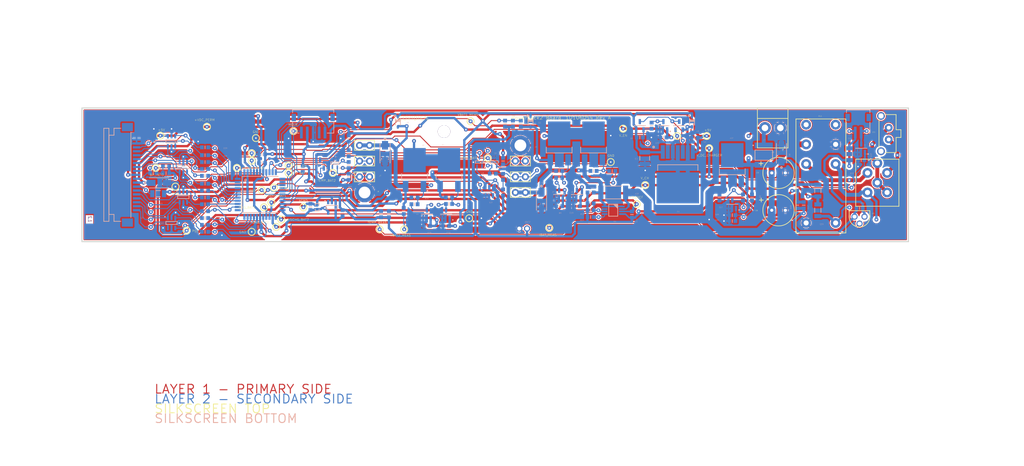
<source format=kicad_pcb>
(kicad_pcb (version 20171130) (host pcbnew 5.1.5-52549c5~86~ubuntu18.04.1)
  (layers (0 F.Cu signal) (31 B.Cu signal) (34 B.Paste user) (35 F.Paste user) (36 B.SilkS user) (37 F.SilkS user) (38 B.Mask user) (39 F.Mask user) (44 Edge.Cuts user))
  (net 0 "")
  (net 1 N16136951)
  (net 2 GND)
  (net 3 +VDC_PERM)
  (net 4 +5V)
  (net 5 +3.0VREF)
  (net 6 GNDA)
  (net 7 /VBAT1_MEAS)
  (net 8 /VBAT2_MEAS)
  (net 9 "Net-(C8-Pad1)")
  (net 10 "/Switching block/+BATT_BUS")
  (net 11 /IBAT_MEAS)
  (net 12 /V_CH)
  (net 13 "/Microcontroller block/BP_INFO")
  (net 14 "Net-(D1-Pad2)")
  (net 15 /TEMP_BAT1)
  (net 16 "Net-(D2-Pad2)")
  (net 17 /V_DC_CHARGER)
  (net 18 /BP)
  (net 19 "Net-(D5-Pad3)")
  (net 20 "Net-(D6-Pad1)")
  (net 21 /TEMP_BAT2)
  (net 22 "Net-(D8-Pad2)")
  (net 23 "Net-(D9-Pad2)")
  (net 24 "Net-(D10-Pad1)")
  (net 25 "Net-(D10-Pad3)")
  (net 26 "/Microcontroller block/PGD")
  (net 27 "/Microcontroller block/PGC")
  (net 28 "Net-(D11-Pad1)")
  (net 29 "Net-(D11-Pad3)")
  (net 30 "Net-(D11-Pad4)")
  (net 31 "Net-(D11-Pad6)")
  (net 32 "Net-(D12-Pad1)")
  (net 33 "Net-(D12-Pad3)")
  (net 34 "Net-(D12-Pad4)")
  (net 35 "Net-(D12-Pad6)")
  (net 36 "Net-(D13-Pad3)")
  (net 37 "Net-(D13-Pad4)")
  (net 38 "Net-(D13-Pad6)")
  (net 39 "Net-(D15-Pad1)")
  (net 40 "Net-(D15-Pad2)")
  (net 41 /ID_BAT_READ)
  (net 42 "Net-(F1-Pad1)")
  (net 43 "Net-(FL1-PadB)")
  (net 44 "Net-(FL1-PadCB)")
  (net 45 "Net-(FL1-PadCG1)")
  (net 46 "Net-(FL1-PadPSG)")
  (net 47 "Net-(J2-Pad1)")
  (net 48 "Net-(J6-Pad1)")
  (net 49 "Net-(J10-Pad1)")
  (net 50 "Net-(J10-Pad2)")
  (net 51 "Net-(J12-Pad7)")
  (net 52 "/Microcontroller block/MCLR")
  (net 53 "Net-(R1-Pad1)")
  (net 54 "Net-(R1-Pad2)")
  (net 55 "Net-(R6-Pad2)")
  (net 56 /DISCH_BAT1)
  (net 57 "Net-(R9-Pad2)")
  (net 58 "Net-(R10-Pad1)")
  (net 59 "Net-(R10-Pad2)")
  (net 60 /V_EN)
  (net 61 /CHARG_BAT1)
  (net 62 "Net-(R17-Pad1)")
  (net 63 "Net-(R17-Pad2)")
  (net 64 /DISCH_BAT2)
  (net 65 "Net-(R21-Pad1)")
  (net 66 "Net-(R21-Pad2)")
  (net 67 /CHARG_BAT2)
  (net 68 "Net-(R28-Pad2)")
  (net 69 /FAN_EN)
  (net 70 "Net-(R32-Pad1)")
  (net 71 "Net-(R33-Pad2)")
  (net 72 "Net-(R34-Pad2)")
  (net 73 "Net-(R35-Pad2)")
  (net 74 "Net-(R36-Pad2)")
  (net 75 "Net-(R37-Pad2)")
  (net 76 "Net-(R38-Pad2)")
  (net 77 "Net-(R39-Pad2)")
  (net 78 "Net-(R40-Pad2)")
  (net 79 "Net-(R42-Pad2)")
  (net 80 "Net-(R43-Pad2)")
  (net 81 "Net-(R45-Pad2)")
  (net 82 "Net-(R46-Pad2)")
  (net 83 "Net-(R47-Pad2)")
  (net 84 "Net-(R52-Pad2)")
  (net 85 "Net-(R53-Pad1)")
  (net 86 "Net-(R53-Pad2)")
  (net 87 "Net-(RL1-Pad14)")
  (net 88 "Net-(RL1-Pad24)")
  (net 89 "Net-(RX1-Pad1)")
  (net 90 "Net-(T2-Pad4)")
  (net 91 "Net-(T8-Pad4)")
  (net 92 /ID_BAT1)
  (net 93 /ID_BAT2)
  (net 94 "Net-(TX1-Pad1)")
  (net 95 "Net-(U1-Pad2)")
  (net 96 "Net-(U2-Pad1)")
  (net 97 "Net-(U3-Pad7)")
  (net 98 /TEMP_MEAS)
  (net 99 "Net-(U4-Pad12)")
  (net 100 "Net-(U4-Pad13)")
  (net 101 "Net-(U4-Pad33)")
  (net 102 "Net-(U4-Pad34)")
  (module "10106052 PowerPack:GKS-913-305-230-A-15-02-S" (layer F.Cu) (at 346.88 46.7714)
    (fp_text reference J8 (at 3.4163 -0.2413 unlocked) (layer F.SilkS) (effects (font (size 0.316586 0.332994) (thickness 0.0254))))
    (fp_text value "GKS 913 305 230 A 15 02 S" hide)
    (pad 1 thru_hole circle (at 0 0) (size 4.9784 4.9784) (drill 2.9972) (layers *.Cu *.Mask) (net 2 GND))
  )
  (module "10106052 PowerPack:GKS-913-305-230-A-15-02-S" (layer F.Cu) (at 386.4786 34.7826)
    (fp_text reference J4 (at 3.9243 0.3937 unlocked) (layer F.SilkS) (effects (font (size 0.316586 0.332994) (thickness 0.0254))))
    (fp_text value "GKS 913 305 230 A 15 02 S" hide)
    (pad 1 thru_hole circle (at 0 0) (size 4.9784 4.9784) (drill 2.9972) (layers *.Cu *.Mask) (net 2 GND))
  )
  (module "10106052 PowerPack:RESC1608X50AN" (layer B.Cu) (at 396.3338 43.0376)
    (fp_text reference R1 (at -2.2225 0.2413 unlocked) (layer B.SilkS) (effects (font (size 0.316586 0.332994) (thickness 0.0254)) (justify mirror)))
    (fp_text value 10k hide)
    (pad 1 smd rect (at 0.7874 0 270) (size 0.9906 0.9398) (layers B.Cu B.Paste B.Mask) (net 53 "Net-(R1-Pad1)"))
    (pad 2 smd rect (at -0.7874 0 270) (size 0.9906 0.9398) (layers B.Cu B.Paste B.Mask) (net 54 "Net-(R1-Pad2)"))
  )
  (module "10106052 PowerPack:TO-92" (layer F.Cu) (at 473.9308 52.9182 180)
    (fp_text reference U6 (at -2.1971 0.8255 unlocked) (layer F.SilkS) (effects (font (size 0.316586 0.332994) (thickness 0.0254))))
    (fp_text value MCP9700A-E_TO hide)
    (pad 1 thru_hole circle (at 0 0 180) (size 1.5748 1.5748) (drill 0.9906) (layers *.Cu *.Mask) (net 4 +5V))
    (pad 2 thru_hole circle (at 1.27 -1.778 180) (size 1.5748 1.5748) (drill 0.9906) (layers *.Cu *.Mask) (net 98 /TEMP_MEAS))
    (pad 3 thru_hole circle (at 2.54 0 180) (size 1.5748 1.5748) (drill 0.9906) (layers *.Cu *.Mask) (net 6 GNDA))
  )
  (module "10106052 PowerPack:QFP80P1200X1200X120-44N" (layer B.Cu) (at 320.337 47.2794 90)
    (fp_text reference U4 (at 5.1181 -6.3881 unlocked) (layer B.SilkS) (effects (font (size 0.316586 0.332994) (thickness 0.0254)) (justify mirror)))
    (fp_text value PIC18F43K22T-IPT hide)
    (pad 1 smd rect (at 5.6896 -3.9878 90) (size 1.4986 0.5334) (layers B.Cu B.Paste B.Mask) (net 98 /TEMP_MEAS))
    (pad 2 smd rect (at 5.6896 -3.175 90) (size 1.4986 0.5334) (layers B.Cu B.Paste B.Mask) (net 12 /V_CH))
    (pad 3 smd rect (at 5.6896 -2.3876 90) (size 1.4986 0.5334) (layers B.Cu B.Paste B.Mask) (net 60 /V_EN))
    (pad 4 smd rect (at 5.6896 -1.5748 90) (size 1.4986 0.5334) (layers B.Cu B.Paste B.Mask) (net 94 "Net-(TX1-Pad1)"))
    (pad 5 smd rect (at 5.6896 -0.7874 90) (size 1.4986 0.5334) (layers B.Cu B.Paste B.Mask) (net 89 "Net-(RX1-Pad1)"))
    (pad 6 smd rect (at 5.6896 0 90) (size 1.4986 0.5334) (layers B.Cu B.Paste B.Mask) (net 2 GND))
    (pad 7 smd rect (at 5.6896 0.7874 90) (size 1.4986 0.5334) (layers B.Cu B.Paste B.Mask) (net 4 +5V))
    (pad 8 smd rect (at 5.6896 1.5748 90) (size 1.4986 0.5334) (layers B.Cu B.Paste B.Mask) (net 13 "/Microcontroller block/BP_INFO"))
    (pad 9 smd rect (at 5.6896 2.3876 90) (size 1.4986 0.5334) (layers B.Cu B.Paste B.Mask) (net 21 /TEMP_BAT2))
    (pad 10 smd rect (at 5.6896 3.175 90) (size 1.4986 0.5334) (layers B.Cu B.Paste B.Mask) (net 15 /TEMP_BAT1))
    (pad 11 smd rect (at 5.6896 3.9878 90) (size 1.4986 0.5334) (layers B.Cu B.Paste B.Mask) (net 69 /FAN_EN))
    (pad 12 smd rect (at 3.9878 5.6896) (size 1.4986 0.5334) (layers B.Cu B.Paste B.Mask) (net 99 "Net-(U4-Pad12)"))
    (pad 13 smd rect (at 3.175 5.6896) (size 1.4986 0.5334) (layers B.Cu B.Paste B.Mask) (net 100 "Net-(U4-Pad13)"))
    (pad 14 smd rect (at 2.3876 5.6896) (size 1.4986 0.5334) (layers B.Cu B.Paste B.Mask) (net 92 /ID_BAT1))
    (pad 15 smd rect (at 1.5748 5.6896) (size 1.4986 0.5334) (layers B.Cu B.Paste B.Mask) (net 93 /ID_BAT2))
    (pad 16 smd rect (at 0.7874 5.6896) (size 1.4986 0.5334) (layers B.Cu B.Paste B.Mask) (net 27 "/Microcontroller block/PGC"))
    (pad 17 smd rect (at 0 5.6896) (size 1.4986 0.5334) (layers B.Cu B.Paste B.Mask) (net 26 "/Microcontroller block/PGD"))
    (pad 18 smd rect (at -0.7874 5.6896) (size 1.4986 0.5334) (layers B.Cu B.Paste B.Mask) (net 52 "/Microcontroller block/MCLR"))
    (pad 19 smd rect (at -1.5748 5.6896) (size 1.4986 0.5334) (layers B.Cu B.Paste B.Mask) (net 7 /VBAT1_MEAS))
    (pad 20 smd rect (at -2.3876 5.6896) (size 1.4986 0.5334) (layers B.Cu B.Paste B.Mask) (net 8 /VBAT2_MEAS))
    (pad 21 smd rect (at -3.175 5.6896) (size 1.4986 0.5334) (layers B.Cu B.Paste B.Mask) (net 11 /IBAT_MEAS))
    (pad 22 smd rect (at -3.9878 5.6896) (size 1.4986 0.5334) (layers B.Cu B.Paste B.Mask) (net 5 +3.0VREF))
    (pad 23 smd rect (at -5.6896 3.9878 90) (size 1.4986 0.5334) (layers B.Cu B.Paste B.Mask) (net 64 /DISCH_BAT2))
    (pad 24 smd rect (at -5.6896 3.175 90) (size 1.4986 0.5334) (layers B.Cu B.Paste B.Mask) (net 67 /CHARG_BAT2))
    (pad 25 smd rect (at -5.6896 2.3876 90) (size 1.4986 0.5334) (layers B.Cu B.Paste B.Mask) (net 56 /DISCH_BAT1))
    (pad 26 smd rect (at -5.6896 1.5748 90) (size 1.4986 0.5334) (layers B.Cu B.Paste B.Mask) (net 61 /CHARG_BAT1))
    (pad 27 smd rect (at -5.6896 0.7874 90) (size 1.4986 0.5334) (layers B.Cu B.Paste B.Mask) (net 83 "Net-(R47-Pad2)"))
    (pad 28 smd rect (at -5.6896 0 90) (size 1.4986 0.5334) (layers B.Cu B.Paste B.Mask) (net 4 +5V))
    (pad 29 smd rect (at -5.6896 -0.7874 90) (size 1.4986 0.5334) (layers B.Cu B.Paste B.Mask) (net 2 GND))
    (pad 30 smd rect (at -5.6896 -1.5748 90) (size 1.4986 0.5334) (layers B.Cu B.Paste B.Mask) (net 82 "Net-(R46-Pad2)"))
    (pad 31 smd rect (at -5.6896 -2.3876 90) (size 1.4986 0.5334) (layers B.Cu B.Paste B.Mask) (net 81 "Net-(R45-Pad2)"))
    (pad 32 smd rect (at -5.6896 -3.175 90) (size 1.4986 0.5334) (layers B.Cu B.Paste B.Mask) (net 80 "Net-(R43-Pad2)"))
    (pad 33 smd rect (at -5.6896 -3.9878 90) (size 1.4986 0.5334) (layers B.Cu B.Paste B.Mask) (net 101 "Net-(U4-Pad33)"))
    (pad 34 smd rect (at -3.9878 -5.6896) (size 1.4986 0.5334) (layers B.Cu B.Paste B.Mask) (net 102 "Net-(U4-Pad34)"))
    (pad 35 smd rect (at -3.175 -5.6896) (size 1.4986 0.5334) (layers B.Cu B.Paste B.Mask) (net 79 "Net-(R42-Pad2)"))
    (pad 36 smd rect (at -2.3876 -5.6896) (size 1.4986 0.5334) (layers B.Cu B.Paste B.Mask) (net 78 "Net-(R40-Pad2)"))
    (pad 37 smd rect (at -1.5748 -5.6896) (size 1.4986 0.5334) (layers B.Cu B.Paste B.Mask) (net 76 "Net-(R38-Pad2)"))
    (pad 38 smd rect (at -0.7874 -5.6896) (size 1.4986 0.5334) (layers B.Cu B.Paste B.Mask) (net 75 "Net-(R37-Pad2)"))
    (pad 39 smd rect (at 0 -5.6896) (size 1.4986 0.5334) (layers B.Cu B.Paste B.Mask) (net 77 "Net-(R39-Pad2)"))
    (pad 40 smd rect (at 0.7874 -5.6896) (size 1.4986 0.5334) (layers B.Cu B.Paste B.Mask) (net 74 "Net-(R36-Pad2)"))
    (pad 41 smd rect (at 1.5748 -5.6896) (size 1.4986 0.5334) (layers B.Cu B.Paste B.Mask) (net 73 "Net-(R35-Pad2)"))
    (pad 42 smd rect (at 2.3876 -5.6896) (size 1.4986 0.5334) (layers B.Cu B.Paste B.Mask) (net 72 "Net-(R34-Pad2)"))
    (pad 43 smd rect (at 3.175 -5.6896) (size 1.4986 0.5334) (layers B.Cu B.Paste B.Mask) (net 71 "Net-(R33-Pad2)"))
    (pad 44 smd rect (at 3.9878 -5.6896) (size 1.4986 0.5334) (layers B.Cu B.Paste B.Mask) (net 41 /ID_BAT_READ))
  )
  (module "10106052 PowerPack:SOP65P490X110-8N" (layer B.Cu) (at 410.0752 51.2926)
    (fp_text reference U3 (at 0.4445 2.8575 unlocked) (layer B.SilkS) (effects (font (size 0.316586 0.332994) (thickness 0.0254)) (justify mirror)))
    (fp_text value INA170 hide)
    (pad 1 smd rect (at 2.1844 -0.9652) (size 1.4478 0.4318) (layers B.Cu B.Paste B.Mask) (net 10 "/Switching block/+BATT_BUS"))
    (pad 2 smd rect (at 2.1844 -0.3048) (size 1.4478 0.4318) (layers B.Cu B.Paste B.Mask) (net 9 "Net-(C8-Pad1)"))
    (pad 3 smd rect (at 2.1844 0.3048) (size 1.4478 0.4318) (layers B.Cu B.Paste B.Mask) (net 5 +3.0VREF))
    (pad 4 smd rect (at 2.1844 0.9652) (size 1.4478 0.4318) (layers B.Cu B.Paste B.Mask) (net 6 GNDA))
    (pad 5 smd rect (at -2.1844 0.9652) (size 1.4478 0.4318) (layers B.Cu B.Paste B.Mask) (net 68 "Net-(R28-Pad2)"))
    (pad 6 smd rect (at -2.1844 0.3048) (size 1.4478 0.4318) (layers B.Cu B.Paste B.Mask) (net 11 /IBAT_MEAS))
    (pad 7 smd rect (at -2.1844 -0.3048) (size 1.4478 0.4318) (layers B.Cu B.Paste B.Mask) (net 97 "Net-(U3-Pad7)"))
    (pad 8 smd rect (at -2.1844 -0.9652) (size 1.4478 0.4318) (layers B.Cu B.Paste B.Mask) (net 10 "/Switching block/+BATT_BUS"))
  )
  (module "10106052 PowerPack:SOT95P279X142-5N" (layer B.Cu) (at 338.5742 50.5306 90)
    (fp_text reference U2 (at 2.7305 0.2413 unlocked) (layer B.SilkS) (effects (font (size 0.316586 0.332994) (thickness 0.0254)) (justify mirror)))
    (fp_text value LM4120AIM5-3.0 hide)
    (pad 1 smd rect (at 1.3462 -0.9398 90) (size 1.0922 0.5842) (layers B.Cu B.Paste B.Mask) (net 96 "Net-(U2-Pad1)"))
    (pad 2 smd rect (at 1.3462 0 90) (size 1.0922 0.5842) (layers B.Cu B.Paste B.Mask) (net 6 GNDA))
    (pad 3 smd rect (at 1.3462 0.9398 90) (size 1.0922 0.5842) (layers B.Cu B.Paste B.Mask) (net 4 +5V))
    (pad 4 smd rect (at -1.3462 0.9398 90) (size 1.0922 0.5842) (layers B.Cu B.Paste B.Mask) (net 4 +5V))
    (pad 5 smd rect (at -1.3462 -0.9398 90) (size 1.0922 0.5842) (layers B.Cu B.Paste B.Mask) (net 5 +3.0VREF))
  )
  (module "10106052 PowerPack:TO170P1420X457-8NA" (layer B.Cu) (at 426.4836 41.031 90)
    (fp_text reference U1 (at -10.5791 0.0889 unlocked) (layer B.SilkS) (effects (font (size 0.316586 0.332994) (thickness 0.0254)) (justify mirror)))
    (fp_text value NCV87722DT50RKG hide)
    (pad 1 smd rect (at 4.572 -3.81 90) (size 3.4544 1.016) (layers B.Cu B.Paste B.Mask) (net 3 +VDC_PERM))
    (pad 2 smd rect (at 4.572 -2.54 90) (size 3.4544 1.016) (layers B.Cu B.Paste B.Mask) (net 95 "Net-(U1-Pad2)"))
    (pad 3 smd rect (at 4.572 -1.27 90) (size 3.4544 1.016) (layers B.Cu B.Paste B.Mask) (net 2 GND))
    (pad 4 smd rect (at 4.572 0 90) (size 3.4544 1.016) (layers B.Cu B.Paste B.Mask) (net 19 "Net-(D5-Pad3)"))
    (pad 5 smd rect (at 4.572 1.27 90) (size 3.4544 1.016) (layers B.Cu B.Paste B.Mask) (net 4 +5V))
    (pad 6 smd rect (at 4.572 2.54 90) (size 3.4544 1.016) (layers B.Cu B.Paste B.Mask))
    (pad 7 smd rect (at 4.572 3.81 90) (size 3.4544 1.016) (layers B.Cu B.Paste B.Mask))
    (pad 8 smd rect (at -4.572 0) (size 10.7696 7.874) (layers B.Cu B.Paste B.Mask))
  )
  (module "10106052 PowerPack:TP-40R-NSA" (layer F.Cu) (at 318.2034 38.6434)
    (fp_text reference TX1 (at -2.0193 0.2159 unlocked) (layer F.SilkS) (effects (font (size 0.216611 0.227838) (thickness 0.0254))))
    (fp_text value TestPoint hide)
    (pad 1 thru_hole circle (at 0 0) (size 0.9906 0.9906) (drill 0.381) (layers *.Cu *.Mask) (net 94 "Net-(TX1-Pad1)"))
  )
  (module "10106052 PowerPack:TO228P1003X238-3_4N" (layer B.Cu) (at 368.343 41.031 270)
    (fp_text reference T9 (at -6.2865 1.5367 unlocked) (layer B.SilkS) (effects (font (size 0.316586 0.332994) (thickness 0.0254)) (justify mirror)))
    (fp_text value SUD50P06-15 hide)
    (pad 1 smd rect (at 4.191 -2.2606 270) (size 2.8448 1.397) (layers B.Cu B.Paste B.Mask) (net 65 "Net-(R21-Pad1)"))
    (pad 3 smd rect (at 4.191 2.2606 270) (size 2.8448 1.397) (layers B.Cu B.Paste B.Mask) (net 10 "/Switching block/+BATT_BUS"))
    (pad 4 smd rect (at -2.4892 0 270) (size 6.1468 5.6896) (layers B.Cu B.Paste B.Mask) (net 91 "Net-(T8-Pad4)"))
  )
  (module "10106052 PowerPack:TO228P1003X238-3_4N" (layer B.Cu) (at 359.58 41.031 270)
    (fp_text reference T8 (at -6.2357 -2.2987 unlocked) (layer B.SilkS) (effects (font (size 0.316586 0.332994) (thickness 0.0254)) (justify mirror)))
    (fp_text value SUD50P06-15 hide)
    (pad 1 smd rect (at 4.191 -2.2606 270) (size 2.8448 1.397) (layers B.Cu B.Paste B.Mask) (net 62 "Net-(R17-Pad1)"))
    (pad 3 smd rect (at 4.191 2.2606 270) (size 2.8448 1.397) (layers B.Cu B.Paste B.Mask) (net 20 "Net-(D6-Pad1)"))
    (pad 4 smd rect (at -2.4892 0 270) (size 6.1468 5.6896) (layers B.Cu B.Paste B.Mask) (net 91 "Net-(T8-Pad4)"))
  )
  (module "10106052 PowerPack:SOT95P237X112-3N" (layer B.Cu) (at 362.7296 52.2832 270)
    (fp_text reference T7 (at 0.0889 2.4257 unlocked) (layer B.SilkS) (effects (font (size 0.316586 0.332994) (thickness 0.0254)) (justify mirror)))
    (fp_text value 2N7002TA hide)
    (pad 1 smd rect (at 1.0414 -0.9398 270) (size 1.2954 0.5842) (layers B.Cu B.Paste B.Mask) (net 64 /DISCH_BAT2))
    (pad 2 smd rect (at 1.0414 0.9398 270) (size 1.2954 0.5842) (layers B.Cu B.Paste B.Mask) (net 2 GND))
    (pad 3 smd rect (at -1.0414 0 270) (size 1.2954 0.5842) (layers B.Cu B.Paste B.Mask) (net 63 "Net-(R17-Pad2)"))
  )
  (module "10106052 PowerPack:SOT95P237X112-3N" (layer B.Cu) (at 400.8296 47.2794 270)
    (fp_text reference T6 (at -0.6223 1.1811 unlocked) (layer B.SilkS) (effects (font (size 0.316586 0.332994) (thickness 0.0254)) (justify mirror)))
    (fp_text value 2N7002TA hide)
    (pad 1 smd rect (at 1.0414 -0.9398 270) (size 1.2954 0.5842) (layers B.Cu B.Paste B.Mask) (net 61 /CHARG_BAT1))
    (pad 2 smd rect (at 1.0414 0.9398 270) (size 1.2954 0.5842) (layers B.Cu B.Paste B.Mask) (net 2 GND))
    (pad 3 smd rect (at -1.0414 0 270) (size 1.2954 0.5842) (layers B.Cu B.Paste B.Mask) (net 59 "Net-(R10-Pad2)"))
  )
  (module "10106052 PowerPack:SOT95P237X112-3N" (layer B.Cu) (at 422.826 29.7788 270)
    (fp_text reference T5 (at -2.3241 -0.3429 unlocked) (layer B.SilkS) (effects (font (size 0.316586 0.332994) (thickness 0.0254)) (justify mirror)))
    (fp_text value SI2300DS-T1-GE3 hide)
    (pad 1 smd rect (at 1.0414 -0.9398 270) (size 1.2954 0.5842) (layers B.Cu B.Paste B.Mask) (net 60 /V_EN))
    (pad 2 smd rect (at 1.0414 0.9398 270) (size 1.2954 0.5842) (layers B.Cu B.Paste B.Mask) (net 2 GND))
    (pad 3 smd rect (at -1.0414 0 270) (size 1.2954 0.5842) (layers B.Cu B.Paste B.Mask) (net 57 "Net-(R9-Pad2)"))
  )
  (module "10106052 PowerPack:TO228P1003X238-3_4N" (layer B.Cu) (at 405.0714 34.2746 270)
    (fp_text reference T4 (at -6.2357 -0.4953 unlocked) (layer B.SilkS) (effects (font (size 0.316586 0.332994) (thickness 0.0254)) (justify mirror)))
    (fp_text value SUD50P06-15 hide)
    (pad 1 smd rect (at 4.191 -2.2606 270) (size 2.8448 1.397) (layers B.Cu B.Paste B.Mask) (net 58 "Net-(R10-Pad1)"))
    (pad 3 smd rect (at 4.191 2.2606 270) (size 2.8448 1.397) (layers B.Cu B.Paste B.Mask) (net 10 "/Switching block/+BATT_BUS"))
    (pad 4 smd rect (at -2.4892 0 270) (size 6.1468 5.6896) (layers B.Cu B.Paste B.Mask) (net 90 "Net-(T2-Pad4)"))
  )
  (module "10106052 PowerPack:SOT95P237X112-3N" (layer B.Cu) (at 416.8316 29.7788 270)
    (fp_text reference T3 (at -2.3749 -0.2413 unlocked) (layer B.SilkS) (effects (font (size 0.316586 0.332994) (thickness 0.0254)) (justify mirror)))
    (fp_text value SI2309CDS-T1-GE3 hide)
    (pad 1 smd rect (at 1.0414 -0.9398 270) (size 1.2954 0.5842) (layers B.Cu B.Paste B.Mask) (net 55 "Net-(R6-Pad2)"))
    (pad 2 smd rect (at 1.0414 0.9398 270) (size 1.2954 0.5842) (layers B.Cu B.Paste B.Mask) (net 3 +VDC_PERM))
    (pad 3 smd rect (at -1.0414 0 270) (size 1.2954 0.5842) (layers B.Cu B.Paste B.Mask) (net 19 "Net-(D5-Pad3)"))
  )
  (module "10106052 PowerPack:TO228P1003X238-3_4N" (layer B.Cu) (at 396.3338 34.2746 270)
    (fp_text reference T2 (at -6.2357 -0.2413 unlocked) (layer B.SilkS) (effects (font (size 0.316586 0.332994) (thickness 0.0254)) (justify mirror)))
    (fp_text value SUD50P06-15 hide)
    (pad 1 smd rect (at 4.191 -2.2606 270) (size 2.8448 1.397) (layers B.Cu B.Paste B.Mask) (net 53 "Net-(R1-Pad1)"))
    (pad 3 smd rect (at 4.191 2.2606 270) (size 2.8448 1.397) (layers B.Cu B.Paste B.Mask) (net 14 "Net-(D1-Pad2)"))
    (pad 4 smd rect (at -2.4892 0 270) (size 6.1468 5.6896) (layers B.Cu B.Paste B.Mask) (net 90 "Net-(T2-Pad4)"))
  )
  (module "10106052 PowerPack:SOT95P237X112-3N" (layer B.Cu) (at 440.3266 49.7686 270)
    (fp_text reference T15 (at 0.8001 2.90195 unlocked) (layer B.SilkS) (effects (font (size 0.316586 0.332994) (thickness 0.0254)) (justify mirror)))
    (fp_text value 2N7002TA hide)
    (pad 1 smd rect (at 1.0414 -0.9398 270) (size 1.2954 0.5842) (layers B.Cu B.Paste B.Mask) (net 84 "Net-(R52-Pad2)"))
    (pad 2 smd rect (at 1.0414 0.9398 270) (size 1.2954 0.5842) (layers B.Cu B.Paste B.Mask) (net 2 GND))
    (pad 3 smd rect (at -1.0414 0 270) (size 1.2954 0.5842) (layers B.Cu B.Paste B.Mask) (net 86 "Net-(R53-Pad2)"))
  )
  (module "10106052 PowerPack:TO228P1003X238-3_4N" (layer B.Cu) (at 440.3266 39.7864 270)
    (fp_text reference T14 (at -6.8199 0.15875 unlocked) (layer B.SilkS) (effects (font (size 0.316586 0.332994) (thickness 0.0254)) (justify mirror)))
    (fp_text value SUD50P06-15 hide)
    (pad 1 smd rect (at 4.191 -2.2606 270) (size 2.8448 1.397) (layers B.Cu B.Paste B.Mask) (net 85 "Net-(R53-Pad1)"))
    (pad 3 smd rect (at 4.191 2.2606 270) (size 2.8448 1.397) (layers B.Cu B.Paste B.Mask) (net 9 "Net-(C8-Pad1)"))
    (pad 4 smd rect (at -2.4892 0 270) (size 6.1468 5.6896) (layers B.Cu B.Paste B.Mask) (net 23 "Net-(D9-Pad2)"))
  )
  (module "10106052 PowerPack:SOT95P237X112-3N" (layer B.Cu) (at 335.577 39.5324 270)
    (fp_text reference T13 (at -2.3241 -0.57785 unlocked) (layer B.SilkS) (effects (font (size 0.316586 0.332994) (thickness 0.0254)) (justify mirror)))
    (fp_text value 2N7002TA hide)
    (pad 1 smd rect (at 1.0414 -0.9398 270) (size 1.2954 0.5842) (layers B.Cu B.Paste B.Mask) (net 93 /ID_BAT2))
    (pad 2 smd rect (at 1.0414 0.9398 270) (size 1.2954 0.5842) (layers B.Cu B.Paste B.Mask) (net 2 GND))
    (pad 3 smd rect (at -1.0414 0 270) (size 1.2954 0.5842) (layers B.Cu B.Paste B.Mask) (net 39 "Net-(D15-Pad1)"))
  )
  (module "10106052 PowerPack:SOT95P237X112-3N" (layer B.Cu) (at 378.5792 46.5428 270)
    (fp_text reference T12 (at 2.8067 -0.42545 unlocked) (layer B.SilkS) (effects (font (size 0.316586 0.332994) (thickness 0.0254)) (justify mirror)))
    (fp_text value 2N7002TA hide)
    (pad 1 smd rect (at 1.0414 -0.9398 270) (size 1.2954 0.5842) (layers B.Cu B.Paste B.Mask) (net 92 /ID_BAT1))
    (pad 2 smd rect (at 1.0414 0.9398 270) (size 1.2954 0.5842) (layers B.Cu B.Paste B.Mask) (net 2 GND))
    (pad 3 smd rect (at -1.0414 0 270) (size 1.2954 0.5842) (layers B.Cu B.Paste B.Mask) (net 40 "Net-(D15-Pad2)"))
  )
  (module "10106052 PowerPack:SOT95P237X112-3N" (layer B.Cu) (at 473.0926 35.5192 270)
    (fp_text reference T11 (at -0.66675 -0.9525 270 unlocked) (layer B.SilkS) (effects (font (size 0.316586 0.332994) (thickness 0.0254)) (justify mirror)))
    (fp_text value SI2300DS-T1-GE3 hide)
    (pad 1 smd rect (at 1.0414 -0.9398 270) (size 1.2954 0.5842) (layers B.Cu B.Paste B.Mask) (net 69 /FAN_EN))
    (pad 2 smd rect (at 1.0414 0.9398 270) (size 1.2954 0.5842) (layers B.Cu B.Paste B.Mask) (net 2 GND))
    (pad 3 smd rect (at -1.0414 0 270) (size 1.2954 0.5842) (layers B.Cu B.Paste B.Mask) (net 50 "Net-(J10-Pad2)"))
  )
  (module "10106052 PowerPack:SOT95P237X112-3N" (layer B.Cu) (at 367.581 52.2832 270)
    (fp_text reference T10 (at 0.1397 -3.32105 unlocked) (layer B.SilkS) (effects (font (size 0.316586 0.332994) (thickness 0.0254)) (justify mirror)))
    (fp_text value 2N7002TA hide)
    (pad 1 smd rect (at 1.0414 -0.9398 270) (size 1.2954 0.5842) (layers B.Cu B.Paste B.Mask) (net 67 /CHARG_BAT2))
    (pad 2 smd rect (at 1.0414 0.9398 270) (size 1.2954 0.5842) (layers B.Cu B.Paste B.Mask) (net 2 GND))
    (pad 3 smd rect (at -1.0414 0 270) (size 1.2954 0.5842) (layers B.Cu B.Paste B.Mask) (net 66 "Net-(R21-Pad2)"))
  )
  (module "10106052 PowerPack:SOT95P237X112-3N" (layer B.Cu) (at 396.3338 47.2794 270)
    (fp_text reference T1 (at -0.6223 1.5367 unlocked) (layer B.SilkS) (effects (font (size 0.316586 0.332994) (thickness 0.0254)) (justify mirror)))
    (fp_text value 2N7002TA hide)
    (pad 1 smd rect (at 1.0414 -0.9398 270) (size 1.2954 0.5842) (layers B.Cu B.Paste B.Mask) (net 56 /DISCH_BAT1))
    (pad 2 smd rect (at 1.0414 0.9398 270) (size 1.2954 0.5842) (layers B.Cu B.Paste B.Mask) (net 2 GND))
    (pad 3 smd rect (at -1.0414 0 270) (size 1.2954 0.5842) (layers B.Cu B.Paste B.Mask) (net 54 "Net-(R1-Pad2)"))
  )
  (module "10106052 PowerPack:STAR" (layer B.Cu) (at 387.1898 55.9408 180)
    (fp_text reference STAR1 (at -1.07315 1.6891 unlocked) (layer B.SilkS) (effects (font (size 0.316586 0.332994) (thickness 0.0254)) (justify mirror)))
    (fp_text value Net-Tie_2 hide)
    (pad 1 thru_hole circle (at 0.9906 0 180) (size 1.5748 1.5748) (drill 0.9906) (layers *.Cu *.Mask) (net 2 GND))
    (pad 2 thru_hole circle (at -0.9906 0 180) (size 1.5748 1.5748) (drill 0.9906) (layers *.Cu *.Mask) (net 6 GNDA))
  )
  (module "10106052 PowerPack:TP-40R-NSA" (layer F.Cu) (at 318.2034 36.7892)
    (fp_text reference RX1 (at -2.0447 0.2159 unlocked) (layer F.SilkS) (effects (font (size 0.216611 0.227838) (thickness 0.0254))))
    (fp_text value TestPoint hide)
    (pad 1 thru_hole circle (at 0 0) (size 0.9906 0.9906) (drill 0.381) (layers *.Cu *.Mask) (net 89 "Net-(RX1-Pad1)"))
  )
  (module "10106052 PowerPack:RLY-41-52-9-024-0010" (layer F.Cu) (at 466.5902 54.5184 90)
    (fp_text reference RL1 (at 27.1653 -3.90525 unlocked) (layer F.SilkS) (effects (font (size 0.316586 0.332994) (thickness 0.0254))))
    (fp_text value 41.52.9.024.0010 hide)
    (pad 11 thru_hole circle (at 19.9898 0 90) (size 2.4892 2.4892) (drill 1.2954) (layers *.Cu *.Mask) (net 2 GND))
    (pad 12 thru_hole circle (at 14.986 0 90) (size 2.4892 2.4892) (drill 1.2954) (layers *.Cu *.Mask) (net 46 "Net-(FL1-PadPSG)"))
    (pad 14 thru_hole circle (at 24.9936 0 90) (size 2.4892 2.4892) (drill 1.2954) (layers *.Cu *.Mask) (net 87 "Net-(RL1-Pad14)"))
    (pad 21 thru_hole circle (at 19.9898 -7.493 90) (size 2.4892 2.4892) (drill 1.2954) (layers *.Cu *.Mask) (net 9 "Net-(C8-Pad1)"))
    (pad 22 thru_hole circle (at 14.986 -7.493 90) (size 2.4892 2.4892) (drill 1.2954) (layers *.Cu *.Mask) (net 43 "Net-(FL1-PadB)"))
    (pad 24 thru_hole circle (at 24.9936 -7.493 90) (size 2.4892 2.4892) (drill 1.2954) (layers *.Cu *.Mask) (net 88 "Net-(RL1-Pad24)"))
    (pad A1 thru_hole circle (at 0 0 90) (size 2.4892 2.4892) (drill 1.2954) (layers *.Cu *.Mask) (net 70 "Net-(R32-Pad1)"))
    (pad A2 thru_hole circle (at 0 -7.493 90) (size 2.4892 2.4892) (drill 1.2954) (layers *.Cu *.Mask) (net 2 GND))
  )
  (module "10106052 PowerPack:RESC1608X50AN" (layer B.Cu) (at 419.8288 29.7788 270)
    (fp_text reference R9 (at -2.0701 -0.2413 unlocked) (layer B.SilkS) (effects (font (size 0.316586 0.332994) (thickness 0.0254)) (justify mirror)))
    (fp_text value 10k hide)
    (pad 1 smd rect (at 0.7874 0 180) (size 0.9906 0.9398) (layers B.Cu B.Paste B.Mask) (net 55 "Net-(R6-Pad2)"))
    (pad 2 smd rect (at -0.7874 0 180) (size 0.9906 0.9398) (layers B.Cu B.Paste B.Mask) (net 57 "Net-(R9-Pad2)"))
  )
  (module "10106052 PowerPack:RESC1608X50AN" (layer B.Cu) (at 396.3338 50.2766 180)
    (fp_text reference R8 (at -0.2413 -1.7399 unlocked) (layer B.SilkS) (effects (font (size 0.316586 0.332994) (thickness 0.0254)) (justify mirror)))
    (fp_text value 22k hide)
    (pad 1 smd rect (at 0.7874 0 90) (size 0.9906 0.9398) (layers B.Cu B.Paste B.Mask) (net 2 GND))
    (pad 2 smd rect (at -0.7874 0 90) (size 0.9906 0.9398) (layers B.Cu B.Paste B.Mask) (net 56 /DISCH_BAT1))
  )
  (module "10106052 PowerPack:RESC1608X50AN" (layer B.Cu) (at 384.5736 29.2708 270)
    (fp_text reference R7 (at -1.9431 -0.2667 unlocked) (layer B.SilkS) (effects (font (size 0.316586 0.332994) (thickness 0.0254)) (justify mirror)))
    (fp_text value 10k hide)
    (pad 1 smd rect (at 0.7874 0 180) (size 0.9906 0.9398) (layers B.Cu B.Paste B.Mask) (net 6 GNDA))
    (pad 2 smd rect (at -0.7874 0 180) (size 0.9906 0.9398) (layers B.Cu B.Paste B.Mask) (net 7 /VBAT1_MEAS))
  )
  (module "10106052 PowerPack:RESC1608X50AN" (layer B.Cu) (at 416.8316 32.776 180)
    (fp_text reference R6 (at 2.0701 -0.2413 unlocked) (layer B.SilkS) (effects (font (size 0.316586 0.332994) (thickness 0.0254)) (justify mirror)))
    (fp_text value 10k hide)
    (pad 1 smd rect (at 0.7874 0 90) (size 0.9906 0.9398) (layers B.Cu B.Paste B.Mask) (net 3 +VDC_PERM))
    (pad 2 smd rect (at -0.7874 0 90) (size 0.9906 0.9398) (layers B.Cu B.Paste B.Mask) (net 55 "Net-(R6-Pad2)"))
  )
  (module "10106052 PowerPack:RESC1608X50AN" (layer B.Cu) (at 342.8414 39.7864 90)
    (fp_text reference R58 (at -0.80645 1.4605 270 unlocked) (layer B.SilkS) (effects (font (size 0.316586 0.332994) (thickness 0.0254)) (justify mirror)))
    (fp_text value 0 hide)
    (pad 1 smd rect (at 0.7874 0) (size 0.9906 0.9398) (layers B.Cu B.Paste B.Mask) (net 22 "Net-(D8-Pad2)"))
    (pad 2 smd rect (at -0.7874 0) (size 0.9906 0.9398) (layers B.Cu B.Paste B.Mask) (net 48 "Net-(J6-Pad1)"))
  )
  (module "10106052 PowerPack:RESC1608X50AN" (layer B.Cu) (at 379.4682 41.9708 180)
    (fp_text reference R57 (at 2.67335 0.1397 unlocked) (layer B.SilkS) (effects (font (size 0.316586 0.332994) (thickness 0.0254)) (justify mirror)))
    (fp_text value 0 hide)
    (pad 1 smd rect (at 0.7874 0 90) (size 0.9906 0.9398) (layers B.Cu B.Paste B.Mask) (net 16 "Net-(D2-Pad2)"))
    (pad 2 smd rect (at -0.7874 0 90) (size 0.9906 0.9398) (layers B.Cu B.Paste B.Mask) (net 47 "Net-(J2-Pad1)"))
  )
  (module "10106052 PowerPack:RESC1608X50AN" (layer B.Cu) (at 440.3266 54.0358 180)
    (fp_text reference R56 (at 3.89255 0.1905 unlocked) (layer B.SilkS) (effects (font (size 0.316586 0.332994) (thickness 0.0254)) (justify mirror)))
    (fp_text value 10k hide)
    (pad 1 smd rect (at 0.7874 0 90) (size 0.9906 0.9398) (layers B.Cu B.Paste B.Mask) (net 2 GND))
    (pad 2 smd rect (at -0.7874 0 90) (size 0.9906 0.9398) (layers B.Cu B.Paste B.Mask) (net 84 "Net-(R52-Pad2)"))
  )
  (module "10106052 PowerPack:RESC1608X50AN" (layer B.Cu) (at 445.3304 48.0414 270)
    (fp_text reference R55 (at -0.05715 -2.0447 270 unlocked) (layer B.SilkS) (effects (font (size 0.316586 0.332994) (thickness 0.0254)) (justify mirror)))
    (fp_text value 47k hide)
    (pad 1 smd rect (at 0.7874 0 180) (size 0.9906 0.9398) (layers B.Cu B.Paste B.Mask) (net 84 "Net-(R52-Pad2)"))
    (pad 2 smd rect (at -0.7874 0 180) (size 0.9906 0.9398) (layers B.Cu B.Paste B.Mask) (net 23 "Net-(D9-Pad2)"))
  )
  (module "10106052 PowerPack:RESC1608X50AN" (layer B.Cu) (at 437.0754 48.0414 90)
    (fp_text reference R54 (at -0.22225 -1.5621 270 unlocked) (layer B.SilkS) (effects (font (size 0.316586 0.332994) (thickness 0.0254)) (justify mirror)))
    (fp_text value 15k hide)
    (pad 1 smd rect (at 0.7874 0) (size 0.9906 0.9398) (layers B.Cu B.Paste B.Mask) (net 9 "Net-(C8-Pad1)"))
    (pad 2 smd rect (at -0.7874 0) (size 0.9906 0.9398) (layers B.Cu B.Paste B.Mask) (net 85 "Net-(R53-Pad1)"))
  )
  (module "10106052 PowerPack:RESC1608X50AN" (layer B.Cu) (at 443.0698 48.0414 90)
    (fp_text reference R53 (at -3.09245 1.8161 270 unlocked) (layer B.SilkS) (effects (font (size 0.316586 0.332994) (thickness 0.0254)) (justify mirror)))
    (fp_text value 10k hide)
    (pad 1 smd rect (at 0.7874 0) (size 0.9906 0.9398) (layers B.Cu B.Paste B.Mask) (net 85 "Net-(R53-Pad1)"))
    (pad 2 smd rect (at -0.7874 0) (size 0.9906 0.9398) (layers B.Cu B.Paste B.Mask) (net 86 "Net-(R53-Pad2)"))
  )
  (module "10106052 PowerPack:RESC1608X50AN" (layer B.Cu) (at 440.3266 52.5372 180)
    (fp_text reference R52 (at 3.86715 0.1397 unlocked) (layer B.SilkS) (effects (font (size 0.316586 0.332994) (thickness 0.0254)) (justify mirror)))
    (fp_text value 22k hide)
    (pad 1 smd rect (at 0.7874 0 90) (size 0.9906 0.9398) (layers B.Cu B.Paste B.Mask) (net 2 GND))
    (pad 2 smd rect (at -0.7874 0 90) (size 0.9906 0.9398) (layers B.Cu B.Paste B.Mask) (net 84 "Net-(R52-Pad2)"))
  )
  (module "10106052 PowerPack:CAPC1608X86N" (layer B.Cu) (at 342.8414 36.7892 270)
    (fp_text reference R51 (at 0.47625 -1.1303 270 unlocked) (layer B.SilkS) (effects (font (size 0.316586 0.332994) (thickness 0.0254)) (justify mirror)))
    (fp_text value 100 hide)
    (pad 1 smd rect (at 0.7874 0 180) (size 0.9906 0.9398) (layers B.Cu B.Paste B.Mask) (net 48 "Net-(J6-Pad1)"))
    (pad 2 smd rect (at -0.7874 0 180) (size 0.9906 0.9398) (layers B.Cu B.Paste B.Mask) (net 39 "Net-(D15-Pad1)"))
  )
  (module "10106052 PowerPack:CAPC1608X86N" (layer B.Cu) (at 382.0844 42.7836 90)
    (fp_text reference R50 (at -0.67945 1.1811 270 unlocked) (layer B.SilkS) (effects (font (size 0.316586 0.332994) (thickness 0.0254)) (justify mirror)))
    (fp_text value 100 hide)
    (pad 1 smd rect (at 0.7874 0) (size 0.9906 0.9398) (layers B.Cu B.Paste B.Mask) (net 47 "Net-(J2-Pad1)"))
    (pad 2 smd rect (at -0.7874 0) (size 0.9906 0.9398) (layers B.Cu B.Paste B.Mask) (net 40 "Net-(D15-Pad2)"))
  )
  (module "10106052 PowerPack:RESC1608X50AN" (layer B.Cu) (at 382.0844 38.7704 270)
    (fp_text reference R5 (at 0.2921 -1.1811 270 unlocked) (layer B.SilkS) (effects (font (size 0.316586 0.332994) (thickness 0.0254)) (justify mirror)))
    (fp_text value 18k hide)
    (pad 1 smd rect (at 0.7874 0 180) (size 0.9906 0.9398) (layers B.Cu B.Paste B.Mask) (net 15 /TEMP_BAT1))
    (pad 2 smd rect (at -0.7874 0 180) (size 0.9906 0.9398) (layers B.Cu B.Paste B.Mask) (net 4 +5V))
  )
  (module "10106052 PowerPack:RESC1608X50AN" (layer B.Cu) (at 296.4356 41.8184)
    (fp_text reference R49 (at 0.78105 -2.7813 unlocked) (layer B.SilkS) (effects (font (size 0.316586 0.332994) (thickness 0.0254)) (justify mirror)))
    (fp_text value 10k hide)
    (pad 1 smd rect (at 0.7874 0 270) (size 0.9906 0.9398) (layers B.Cu B.Paste B.Mask) (net 6 GNDA))
    (pad 2 smd rect (at -0.7874 0 270) (size 0.9906 0.9398) (layers B.Cu B.Paste B.Mask) (net 13 "/Microcontroller block/BP_INFO"))
  )
  (module "10106052 PowerPack:RESC1608X50AN" (layer B.Cu) (at 293.1844 41.8184)
    (fp_text reference R48 (at -0.69215 -2.3241 unlocked) (layer B.SilkS) (effects (font (size 0.316586 0.332994) (thickness 0.0254)) (justify mirror)))
    (fp_text value 62k hide)
    (pad 1 smd rect (at 0.7874 0 270) (size 0.9906 0.9398) (layers B.Cu B.Paste B.Mask) (net 13 "/Microcontroller block/BP_INFO"))
    (pad 2 smd rect (at -0.7874 0 270) (size 0.9906 0.9398) (layers B.Cu B.Paste B.Mask) (net 18 /BP))
  )
  (module "10106052 PowerPack:RESC1608X50AN" (layer B.Cu) (at 306.3416 56.779 180)
    (fp_text reference R47 (at 2.19075 -0.2413 unlocked) (layer B.SilkS) (effects (font (size 0.316586 0.332994) (thickness 0.0254)) (justify mirror)))
    (fp_text value 1k hide)
    (pad 1 smd rect (at 0.7874 0 90) (size 0.9906 0.9398) (layers B.Cu B.Paste B.Mask) (net 25 "Net-(D10-Pad3)"))
    (pad 2 smd rect (at -0.7874 0 90) (size 0.9906 0.9398) (layers B.Cu B.Paste B.Mask) (net 83 "Net-(R47-Pad2)"))
  )
  (module "10106052 PowerPack:RESC1608X50AN" (layer B.Cu) (at 306.3416 55.0264 180)
    (fp_text reference R46 (at 2.16535 -0.2413 unlocked) (layer B.SilkS) (effects (font (size 0.316586 0.332994) (thickness 0.0254)) (justify mirror)))
    (fp_text value 1k hide)
    (pad 1 smd rect (at 0.7874 0 90) (size 0.9906 0.9398) (layers B.Cu B.Paste B.Mask) (net 24 "Net-(D10-Pad1)"))
    (pad 2 smd rect (at -0.7874 0 90) (size 0.9906 0.9398) (layers B.Cu B.Paste B.Mask) (net 82 "Net-(R46-Pad2)"))
  )
  (module "10106052 PowerPack:RESC1608X50AN" (layer B.Cu) (at 306.3416 53.2738 180)
    (fp_text reference R45 (at 2.19075 -0.2413 unlocked) (layer B.SilkS) (effects (font (size 0.316586 0.332994) (thickness 0.0254)) (justify mirror)))
    (fp_text value 1k hide)
    (pad 1 smd rect (at 0.7874 0 90) (size 0.9906 0.9398) (layers B.Cu B.Paste B.Mask) (net 31 "Net-(D11-Pad6)"))
    (pad 2 smd rect (at -0.7874 0 90) (size 0.9906 0.9398) (layers B.Cu B.Paste B.Mask) (net 81 "Net-(R45-Pad2)"))
  )
  (module "10106052 PowerPack:RESC3216X60N" (layer B.Cu) (at 294.429 47.0762 180)
    (fp_text reference R44 (at -0.62865 -2.5019 unlocked) (layer B.SilkS) (effects (font (size 0.316586 0.332994) (thickness 0.0254)) (justify mirror)))
    (fp_text value 4.7k hide)
    (pad 1 smd rect (at 1.4986 0 90) (size 1.778 1.0414) (layers B.Cu B.Paste B.Mask) (net 51 "Net-(J12-Pad7)"))
    (pad 2 smd rect (at -1.4986 0 90) (size 1.778 1.0414) (layers B.Cu B.Paste B.Mask) (net 17 /V_DC_CHARGER))
  )
  (module "10106052 PowerPack:RESC1608X50AN" (layer B.Cu) (at 306.3416 51.5212 180)
    (fp_text reference R43 (at -5.12445 -0.2413 unlocked) (layer B.SilkS) (effects (font (size 0.316586 0.332994) (thickness 0.0254)) (justify mirror)))
    (fp_text value 1k hide)
    (pad 1 smd rect (at 0.7874 0 90) (size 0.9906 0.9398) (layers B.Cu B.Paste B.Mask) (net 30 "Net-(D11-Pad4)"))
    (pad 2 smd rect (at -0.7874 0 90) (size 0.9906 0.9398) (layers B.Cu B.Paste B.Mask) (net 80 "Net-(R43-Pad2)"))
  )
  (module "10106052 PowerPack:RESC1608X50AN" (layer B.Cu) (at 306.3416 49.7686 180)
    (fp_text reference R42 (at -5.12445 -0.2413 unlocked) (layer B.SilkS) (effects (font (size 0.316586 0.332994) (thickness 0.0254)) (justify mirror)))
    (fp_text value 1k hide)
    (pad 1 smd rect (at 0.7874 0 90) (size 0.9906 0.9398) (layers B.Cu B.Paste B.Mask) (net 29 "Net-(D11-Pad3)"))
    (pad 2 smd rect (at -0.7874 0 90) (size 0.9906 0.9398) (layers B.Cu B.Paste B.Mask) (net 79 "Net-(R42-Pad2)"))
  )
  (module "10106052 PowerPack:RESC1608X50AN" (layer B.Cu) (at 331.1828 40.777 270)
    (fp_text reference R41 (at -1.9177 -0.37465 unlocked) (layer B.SilkS) (effects (font (size 0.316586 0.332994) (thickness 0.0254)) (justify mirror)))
    (fp_text value 4.7k hide)
    (pad 1 smd rect (at 0.7874 0 180) (size 0.9906 0.9398) (layers B.Cu B.Paste B.Mask) (net 52 "/Microcontroller block/MCLR"))
    (pad 2 smd rect (at -0.7874 0 180) (size 0.9906 0.9398) (layers B.Cu B.Paste B.Mask) (net 4 +5V))
  )
  (module "10106052 PowerPack:RESC1608X50AN" (layer B.Cu) (at 306.3416 48.0414 180)
    (fp_text reference R40 (at -5.12445 0.2667 unlocked) (layer B.SilkS) (effects (font (size 0.316586 0.332994) (thickness 0.0254)) (justify mirror)))
    (fp_text value 1k hide)
    (pad 1 smd rect (at 0.7874 0 90) (size 0.9906 0.9398) (layers B.Cu B.Paste B.Mask) (net 28 "Net-(D11-Pad1)"))
    (pad 2 smd rect (at -0.7874 0 90) (size 0.9906 0.9398) (layers B.Cu B.Paste B.Mask) (net 78 "Net-(R40-Pad2)"))
  )
  (module "10106052 PowerPack:RESC1608X50AN" (layer B.Cu) (at 382.0844 46.7714 90)
    (fp_text reference R4 (at -0.3429 1.1811 270 unlocked) (layer B.SilkS) (effects (font (size 0.316586 0.332994) (thickness 0.0254)) (justify mirror)))
    (fp_text value 1k hide)
    (pad 1 smd rect (at 0.7874 0) (size 0.9906 0.9398) (layers B.Cu B.Paste B.Mask) (net 40 "Net-(D15-Pad2)"))
    (pad 2 smd rect (at -0.7874 0) (size 0.9906 0.9398) (layers B.Cu B.Paste B.Mask) (net 4 +5V))
  )
  (module "10106052 PowerPack:RESC1608X50AN" (layer B.Cu) (at 306.3416 42.5296 180)
    (fp_text reference R39 (at -5.20065 -0.2413 unlocked) (layer B.SilkS) (effects (font (size 0.316586 0.332994) (thickness 0.0254)) (justify mirror)))
    (fp_text value 1k hide)
    (pad 1 smd rect (at 0.7874 0 90) (size 0.9906 0.9398) (layers B.Cu B.Paste B.Mask) (net 33 "Net-(D12-Pad3)"))
    (pad 2 smd rect (at -0.7874 0 90) (size 0.9906 0.9398) (layers B.Cu B.Paste B.Mask) (net 77 "Net-(R39-Pad2)"))
  )
  (module "10106052 PowerPack:RESC1608X50AN" (layer B.Cu) (at 306.3416 46.2888 180)
    (fp_text reference R38 (at -5.07365 0.0127 unlocked) (layer B.SilkS) (effects (font (size 0.316586 0.332994) (thickness 0.0254)) (justify mirror)))
    (fp_text value 1k hide)
    (pad 1 smd rect (at 0.7874 0 90) (size 0.9906 0.9398) (layers B.Cu B.Paste B.Mask) (net 35 "Net-(D12-Pad6)"))
    (pad 2 smd rect (at -0.7874 0 90) (size 0.9906 0.9398) (layers B.Cu B.Paste B.Mask) (net 76 "Net-(R38-Pad2)"))
  )
  (module "10106052 PowerPack:RESC1608X50AN" (layer B.Cu) (at 306.3416 44.5362 180)
    (fp_text reference R37 (at -5.17525 -0.2413 unlocked) (layer B.SilkS) (effects (font (size 0.316586 0.332994) (thickness 0.0254)) (justify mirror)))
    (fp_text value 1k hide)
    (pad 1 smd rect (at 0.7874 0 90) (size 0.9906 0.9398) (layers B.Cu B.Paste B.Mask) (net 34 "Net-(D12-Pad4)"))
    (pad 2 smd rect (at -0.7874 0 90) (size 0.9906 0.9398) (layers B.Cu B.Paste B.Mask) (net 75 "Net-(R37-Pad2)"))
  )
  (module "10106052 PowerPack:RESC1608X50AN" (layer B.Cu) (at 306.3416 40.777 180)
    (fp_text reference R36 (at -5.20065 -0.2413 unlocked) (layer B.SilkS) (effects (font (size 0.316586 0.332994) (thickness 0.0254)) (justify mirror)))
    (fp_text value 1k hide)
    (pad 1 smd rect (at 0.7874 0 90) (size 0.9906 0.9398) (layers B.Cu B.Paste B.Mask) (net 32 "Net-(D12-Pad1)"))
    (pad 2 smd rect (at -0.7874 0 90) (size 0.9906 0.9398) (layers B.Cu B.Paste B.Mask) (net 74 "Net-(R36-Pad2)"))
  )
  (module "10106052 PowerPack:RESC1608X50AN" (layer B.Cu) (at 306.3416 39.0244 180)
    (fp_text reference R35 (at -5.14985 -0.2413 unlocked) (layer B.SilkS) (effects (font (size 0.316586 0.332994) (thickness 0.0254)) (justify mirror)))
    (fp_text value 1k hide)
    (pad 1 smd rect (at 0.7874 0 90) (size 0.9906 0.9398) (layers B.Cu B.Paste B.Mask) (net 38 "Net-(D13-Pad6)"))
    (pad 2 smd rect (at -0.7874 0 90) (size 0.9906 0.9398) (layers B.Cu B.Paste B.Mask) (net 73 "Net-(R35-Pad2)"))
  )
  (module "10106052 PowerPack:RESC1608X50AN" (layer B.Cu) (at 306.3416 37.2718 180)
    (fp_text reference R34 (at -5.14985 -0.2413 unlocked) (layer B.SilkS) (effects (font (size 0.316586 0.332994) (thickness 0.0254)) (justify mirror)))
    (fp_text value 1k hide)
    (pad 1 smd rect (at 0.7874 0 90) (size 0.9906 0.9398) (layers B.Cu B.Paste B.Mask) (net 37 "Net-(D13-Pad4)"))
    (pad 2 smd rect (at -0.7874 0 90) (size 0.9906 0.9398) (layers B.Cu B.Paste B.Mask) (net 72 "Net-(R34-Pad2)"))
  )
  (module "10106052 PowerPack:RESC1608X50AN" (layer B.Cu) (at 306.3416 35.2906 180)
    (fp_text reference R33 (at -5.17525 -0.2413 unlocked) (layer B.SilkS) (effects (font (size 0.316586 0.332994) (thickness 0.0254)) (justify mirror)))
    (fp_text value 1k hide)
    (pad 1 smd rect (at 0.7874 0 90) (size 0.9906 0.9398) (layers B.Cu B.Paste B.Mask) (net 36 "Net-(D13-Pad3)"))
    (pad 2 smd rect (at -0.7874 0 90) (size 0.9906 0.9398) (layers B.Cu B.Paste B.Mask) (net 71 "Net-(R33-Pad2)"))
  )
  (module "10106052 PowerPack:RESC3216X60N" (layer B.Cu) (at 462.069 51.2926 270)
    (fp_text reference R32 (at 3.5687 -0.95885 unlocked) (layer B.SilkS) (effects (font (size 0.316586 0.332994) (thickness 0.0254)) (justify mirror)))
    (fp_text value 470 hide)
    (pad 1 smd rect (at 1.4986 0 180) (size 1.778 1.0414) (layers B.Cu B.Paste B.Mask) (net 70 "Net-(R32-Pad1)"))
    (pad 2 smd rect (at -1.4986 0 180) (size 1.778 1.0414) (layers B.Cu B.Paste B.Mask) (net 17 /V_DC_CHARGER))
  )
  (module "10106052 PowerPack:RESC1608X50AN" (layer B.Cu) (at 473.0926 38.5418)
    (fp_text reference R31 (at 2.4765 -1.30175 270 unlocked) (layer B.SilkS) (effects (font (size 0.316586 0.332994) (thickness 0.0254)) (justify mirror)))
    (fp_text value 22k hide)
    (pad 1 smd rect (at 0.7874 0 270) (size 0.9906 0.9398) (layers B.Cu B.Paste B.Mask) (net 69 /FAN_EN))
    (pad 2 smd rect (at -0.7874 0 270) (size 0.9906 0.9398) (layers B.Cu B.Paste B.Mask) (net 2 GND))
  )
  (module "10106052 PowerPack:RESC1608X50AN" (layer B.Cu) (at 456.8366 49.9972 270)
    (fp_text reference R30 (at 0.50165 1.6891 270 unlocked) (layer B.SilkS) (effects (font (size 0.316586 0.332994) (thickness 0.0254)) (justify mirror)))
    (fp_text value 10k hide)
    (pad 1 smd rect (at 0.7874 0 180) (size 0.9906 0.9398) (layers B.Cu B.Paste B.Mask) (net 6 GNDA))
    (pad 2 smd rect (at -0.7874 0 180) (size 0.9906 0.9398) (layers B.Cu B.Paste B.Mask) (net 12 /V_CH))
  )
  (module "10106052 PowerPack:RESC1608X50AN" (layer B.Cu) (at 386.5802 29.2708 90)
    (fp_text reference R3 (at 1.9685 0.4953 unlocked) (layer B.SilkS) (effects (font (size 0.316586 0.332994) (thickness 0.0254)) (justify mirror)))
    (fp_text value 100k hide)
    (pad 1 smd rect (at 0.7874 0) (size 0.9906 0.9398) (layers B.Cu B.Paste B.Mask) (net 7 /VBAT1_MEAS))
    (pad 2 smd rect (at -0.7874 0) (size 0.9906 0.9398) (layers B.Cu B.Paste B.Mask) (net 14 "Net-(D1-Pad2)"))
  )
  (module "10106052 PowerPack:RESC1608X50AN" (layer B.Cu) (at 404.3348 51.2926 180)
    (fp_text reference R29 (at 2.13995 -1.0033 unlocked) (layer B.SilkS) (effects (font (size 0.316586 0.332994) (thickness 0.0254)) (justify mirror)))
    (fp_text value 40.2k hide)
    (pad 1 smd rect (at 0.7874 0 90) (size 0.9906 0.9398) (layers B.Cu B.Paste B.Mask) (net 6 GNDA))
    (pad 2 smd rect (at -0.7874 0 90) (size 0.9906 0.9398) (layers B.Cu B.Paste B.Mask) (net 11 /IBAT_MEAS))
  )
  (module "10106052 PowerPack:RESC1608X50AN" (layer B.Cu) (at 404.3348 53.0198 180)
    (fp_text reference R28 (at 2.19075 -0.8509 unlocked) (layer B.SilkS) (effects (font (size 0.316586 0.332994) (thickness 0.0254)) (justify mirror)))
    (fp_text value 66.5k hide)
    (pad 1 smd rect (at 0.7874 0 90) (size 0.9906 0.9398) (layers B.Cu B.Paste B.Mask) (net 6 GNDA))
    (pad 2 smd rect (at -0.7874 0 90) (size 0.9906 0.9398) (layers B.Cu B.Paste B.Mask) (net 68 "Net-(R28-Pad2)"))
  )
  (module "10106052 PowerPack:RESC1608X50AN" (layer B.Cu) (at 456.8366 45.5268 270)
    (fp_text reference R27 (at 0.62865 -1.1811 270 unlocked) (layer B.SilkS) (effects (font (size 0.316586 0.332994) (thickness 0.0254)) (justify mirror)))
    (fp_text value 100k hide)
    (pad 1 smd rect (at 0.7874 0 180) (size 0.9906 0.9398) (layers B.Cu B.Paste B.Mask) (net 12 /V_CH))
    (pad 2 smd rect (at -0.7874 0 180) (size 0.9906 0.9398) (layers B.Cu B.Paste B.Mask) (net 23 "Net-(D9-Pad2)"))
  )
  (module "10106052 PowerPack:RESC3216X60N" (layer B.Cu) (at 470.07 37.0432 90)
    (fp_text reference R26 (at -4.8641 0.60325 unlocked) (layer B.SilkS) (effects (font (size 0.316586 0.332994) (thickness 0.0254)) (justify mirror)))
    (fp_text value 68 hide)
    (pad 1 smd rect (at 1.4986 0) (size 1.778 1.0414) (layers B.Cu B.Paste B.Mask) (net 49 "Net-(J10-Pad1)"))
    (pad 2 smd rect (at -1.4986 0) (size 1.778 1.0414) (layers B.Cu B.Paste B.Mask) (net 4 +5V))
  )
  (module "10106052 PowerPack:RESC3216X60N" (layer B.Cu) (at 462.069 46.2888 270)
    (fp_text reference R25 (at -2.7051 -0.70485 unlocked) (layer B.SilkS) (effects (font (size 0.316586 0.332994) (thickness 0.0254)) (justify mirror)))
    (fp_text value 0 hide)
    (pad 1 smd rect (at 1.4986 0 180) (size 1.778 1.0414) (layers B.Cu B.Paste B.Mask) (net 17 /V_DC_CHARGER))
    (pad 2 smd rect (at -1.4986 0 180) (size 1.778 1.0414) (layers B.Cu B.Paste B.Mask) (net 23 "Net-(D9-Pad2)"))
  )
  (module "10106052 PowerPack:RESC6533X80N" (layer B.Cu) (at 410.0752 46.7714)
    (fp_text reference R24 (at 5.98805 0.3429 unlocked) (layer B.SilkS) (effects (font (size 0.316586 0.332994) (thickness 0.0254)) (justify mirror)))
    (fp_text value 0.015 hide)
    (pad 1 smd rect (at 3.1496 0 270) (size 3.4798 1.2954) (layers B.Cu B.Paste B.Mask) (net 9 "Net-(C8-Pad1)"))
    (pad 2 smd rect (at -3.1496 0 270) (size 3.4798 1.2954) (layers B.Cu B.Paste B.Mask) (net 10 "/Switching block/+BATT_BUS"))
  )
  (module "10106052 PowerPack:RESC1608X50AN" (layer B.Cu) (at 367.581 55.2804 180)
    (fp_text reference R23 (at -0.62865 -1.7399 unlocked) (layer B.SilkS) (effects (font (size 0.316586 0.332994) (thickness 0.0254)) (justify mirror)))
    (fp_text value 22k hide)
    (pad 1 smd rect (at 0.7874 0 90) (size 0.9906 0.9398) (layers B.Cu B.Paste B.Mask) (net 2 GND))
    (pad 2 smd rect (at -0.7874 0 90) (size 0.9906 0.9398) (layers B.Cu B.Paste B.Mask) (net 67 /CHARG_BAT2))
  )
  (module "10106052 PowerPack:RESC1608X50AN" (layer B.Cu) (at 368.343 48.0414 180)
    (fp_text reference R22 (at -3.62585 -0.2413 unlocked) (layer B.SilkS) (effects (font (size 0.316586 0.332994) (thickness 0.0254)) (justify mirror)))
    (fp_text value 15k hide)
    (pad 1 smd rect (at 0.7874 0 90) (size 0.9906 0.9398) (layers B.Cu B.Paste B.Mask) (net 10 "/Switching block/+BATT_BUS"))
    (pad 2 smd rect (at -0.7874 0 90) (size 0.9906 0.9398) (layers B.Cu B.Paste B.Mask) (net 65 "Net-(R21-Pad1)"))
  )
  (module "10106052 PowerPack:RESC1608X50AN" (layer B.Cu) (at 368.343 49.6924)
    (fp_text reference R21 (at 4.56565 0.1905 unlocked) (layer B.SilkS) (effects (font (size 0.316586 0.332994) (thickness 0.0254)) (justify mirror)))
    (fp_text value 10k hide)
    (pad 1 smd rect (at 0.7874 0 270) (size 0.9906 0.9398) (layers B.Cu B.Paste B.Mask) (net 65 "Net-(R21-Pad1)"))
    (pad 2 smd rect (at -0.7874 0 270) (size 0.9906 0.9398) (layers B.Cu B.Paste B.Mask) (net 66 "Net-(R21-Pad2)"))
  )
  (module "10106052 PowerPack:RESC1608X50AN" (layer B.Cu) (at 362.7296 55.2804 180)
    (fp_text reference R20 (at -0.62865 -1.7399 unlocked) (layer B.SilkS) (effects (font (size 0.316586 0.332994) (thickness 0.0254)) (justify mirror)))
    (fp_text value 22k hide)
    (pad 1 smd rect (at 0.7874 0 90) (size 0.9906 0.9398) (layers B.Cu B.Paste B.Mask) (net 2 GND))
    (pad 2 smd rect (at -0.7874 0 90) (size 0.9906 0.9398) (layers B.Cu B.Paste B.Mask) (net 64 /DISCH_BAT2))
  )
  (module "10106052 PowerPack:RESC1608X50AN" (layer B.Cu) (at 396.3338 41.285 180)
    (fp_text reference R2 (at 2.2225 -0.2413 unlocked) (layer B.SilkS) (effects (font (size 0.316586 0.332994) (thickness 0.0254)) (justify mirror)))
    (fp_text value 15k hide)
    (pad 1 smd rect (at 0.7874 0 90) (size 0.9906 0.9398) (layers B.Cu B.Paste B.Mask) (net 14 "Net-(D1-Pad2)"))
    (pad 2 smd rect (at -0.7874 0 90) (size 0.9906 0.9398) (layers B.Cu B.Paste B.Mask) (net 53 "Net-(R1-Pad1)"))
  )
  (module "10106052 PowerPack:RESC1608X50AN" (layer B.Cu) (at 353.0776 52.2832 270)
    (fp_text reference R19 (at 2.5019 -0.73025 unlocked) (layer B.SilkS) (effects (font (size 0.316586 0.332994) (thickness 0.0254)) (justify mirror)))
    (fp_text value 10k hide)
    (pad 1 smd rect (at 0.7874 0 180) (size 0.9906 0.9398) (layers B.Cu B.Paste B.Mask) (net 6 GNDA))
    (pad 2 smd rect (at -0.7874 0 180) (size 0.9906 0.9398) (layers B.Cu B.Paste B.Mask) (net 8 /VBAT2_MEAS))
  )
  (module "10106052 PowerPack:RESC1608X50AN" (layer B.Cu) (at 359.58 48.0414 180)
    (fp_text reference R18 (at -3.11785 -0.2413 unlocked) (layer B.SilkS) (effects (font (size 0.316586 0.332994) (thickness 0.0254)) (justify mirror)))
    (fp_text value 15k hide)
    (pad 1 smd rect (at 0.7874 0 90) (size 0.9906 0.9398) (layers B.Cu B.Paste B.Mask) (net 20 "Net-(D6-Pad1)"))
    (pad 2 smd rect (at -0.7874 0 90) (size 0.9906 0.9398) (layers B.Cu B.Paste B.Mask) (net 62 "Net-(R17-Pad1)"))
  )
  (module "10106052 PowerPack:RESC1608X50AN" (layer B.Cu) (at 359.58 49.7686)
    (fp_text reference R17 (at 3.11785 0.2413 unlocked) (layer B.SilkS) (effects (font (size 0.316586 0.332994) (thickness 0.0254)) (justify mirror)))
    (fp_text value 10k hide)
    (pad 1 smd rect (at 0.7874 0 270) (size 0.9906 0.9398) (layers B.Cu B.Paste B.Mask) (net 62 "Net-(R17-Pad1)"))
    (pad 2 smd rect (at -0.7874 0 270) (size 0.9906 0.9398) (layers B.Cu B.Paste B.Mask) (net 63 "Net-(R17-Pad2)"))
  )
  (module "10106052 PowerPack:RESC1608X50AN" (layer B.Cu) (at 356.8368 51.4704 270)
    (fp_text reference R16 (at 2.4003 -0.67945 unlocked) (layer B.SilkS) (effects (font (size 0.316586 0.332994) (thickness 0.0254)) (justify mirror)))
    (fp_text value 100k hide)
    (pad 1 smd rect (at 0.7874 0 180) (size 0.9906 0.9398) (layers B.Cu B.Paste B.Mask) (net 8 /VBAT2_MEAS))
    (pad 2 smd rect (at -0.7874 0 180) (size 0.9906 0.9398) (layers B.Cu B.Paste B.Mask) (net 20 "Net-(D6-Pad1)"))
  )
  (module "10106052 PowerPack:RESC1608X50AN" (layer B.Cu) (at 342.8414 42.7836 90)
    (fp_text reference R15 (at -2.5019 0.37465 unlocked) (layer B.SilkS) (effects (font (size 0.316586 0.332994) (thickness 0.0254)) (justify mirror)))
    (fp_text value 18k hide)
    (pad 1 smd rect (at 0.7874 0) (size 0.9906 0.9398) (layers B.Cu B.Paste B.Mask) (net 21 /TEMP_BAT2))
    (pad 2 smd rect (at -0.7874 0) (size 0.9906 0.9398) (layers B.Cu B.Paste B.Mask) (net 4 +5V))
  )
  (module "10106052 PowerPack:RESC1608X50AN" (layer B.Cu) (at 342.8414 33.03 270)
    (fp_text reference R14 (at 0.32385 -1.2319 270 unlocked) (layer B.SilkS) (effects (font (size 0.316586 0.332994) (thickness 0.0254)) (justify mirror)))
    (fp_text value 1k hide)
    (pad 1 smd rect (at 0.7874 0 180) (size 0.9906 0.9398) (layers B.Cu B.Paste B.Mask) (net 39 "Net-(D15-Pad1)"))
    (pad 2 smd rect (at -0.7874 0 180) (size 0.9906 0.9398) (layers B.Cu B.Paste B.Mask) (net 4 +5V))
  )
  (module "10106052 PowerPack:RESC1608X50AN" (layer B.Cu) (at 400.8296 50.2766 180)
    (fp_text reference R13 (at 1.35255 -1.6891 unlocked) (layer B.SilkS) (effects (font (size 0.316586 0.332994) (thickness 0.0254)) (justify mirror)))
    (fp_text value 22k hide)
    (pad 1 smd rect (at 0.7874 0 90) (size 0.9906 0.9398) (layers B.Cu B.Paste B.Mask) (net 2 GND))
    (pad 2 smd rect (at -0.7874 0 90) (size 0.9906 0.9398) (layers B.Cu B.Paste B.Mask) (net 61 /CHARG_BAT1))
  )
  (module "10106052 PowerPack:RESC1608X50AN" (layer B.Cu) (at 405.0714 41.285 180)
    (fp_text reference R12 (at -0.62865 -1.7399 unlocked) (layer B.SilkS) (effects (font (size 0.316586 0.332994) (thickness 0.0254)) (justify mirror)))
    (fp_text value 15k hide)
    (pad 1 smd rect (at 0.7874 0 90) (size 0.9906 0.9398) (layers B.Cu B.Paste B.Mask) (net 10 "/Switching block/+BATT_BUS"))
    (pad 2 smd rect (at -0.7874 0 90) (size 0.9906 0.9398) (layers B.Cu B.Paste B.Mask) (net 58 "Net-(R10-Pad1)"))
  )
  (module "10106052 PowerPack:RESC1608X50AN" (layer B.Cu) (at 422.826 32.776 180)
    (fp_text reference R11 (at 1.63195 -1.4097 unlocked) (layer B.SilkS) (effects (font (size 0.316586 0.332994) (thickness 0.0254)) (justify mirror)))
    (fp_text value 10k hide)
    (pad 1 smd rect (at 0.7874 0 90) (size 0.9906 0.9398) (layers B.Cu B.Paste B.Mask) (net 2 GND))
    (pad 2 smd rect (at -0.7874 0 90) (size 0.9906 0.9398) (layers B.Cu B.Paste B.Mask) (net 60 /V_EN))
  )
  (module "10106052 PowerPack:RESC1608X50AN" (layer B.Cu) (at 409.8212 41.285 180)
    (fp_text reference R10 (at -0.62865 -1.7399 unlocked) (layer B.SilkS) (effects (font (size 0.316586 0.332994) (thickness 0.0254)) (justify mirror)))
    (fp_text value 10k hide)
    (pad 1 smd rect (at 0.7874 0 90) (size 0.9906 0.9398) (layers B.Cu B.Paste B.Mask) (net 58 "Net-(R10-Pad1)"))
    (pad 2 smd rect (at -0.7874 0 90) (size 0.9906 0.9398) (layers B.Cu B.Paste B.Mask) (net 59 "Net-(R10-Pad2)"))
  )
  (module "10106052 PowerPack:MTHOLE1" (layer F.Cu) (at 367.073 31.2774)
    (fp_text reference MT1 (at -1.13665 0.2413 unlocked) (layer F.SilkS) (effects (font (size 0.316586 0.332994) (thickness 0.0254))))
    (fp_text value MTHOLE1 hide)
    (pad 1 thru_hole circle (at 0 0) (size 3.175 3.175) (drill 3.175) (layers *.Cu *.Mask))
  )
  (module "10106052 PowerPack:CON2PHDR1000W777L396P" (layer F.Cu) (at 450.5882 30.3376)
    (fp_text reference J9 (at 0.0381 6.2103 unlocked) (layer F.SilkS) (effects (font (size 0.316586 0.332994) (thickness 0.0254))))
    (fp_text value 26-61-4020 hide)
    (pad 2 thru_hole circle (at 1.9558 0) (size 2.9972 2.9972) (drill 1.6764) (layers *.Cu *.Mask) (net 2 GND))
    (pad 1 thru_hole circle (at -1.9558 0) (size 2.9972 2.9972) (drill 1.6764) (layers *.Cu *.Mask) (net 42 "Net-(F1-Pad1)"))
  )
  (module "10106052 PowerPack:CON254W80L508T254H600P" (layer F.Cu) (at 346.88 42.7836)
    (fp_text reference J7 (at 3.9497 -0.2413 unlocked) (layer F.SilkS) (effects (font (size 0.316586 0.332994) (thickness 0.0254))))
    (fp_text value 811-S1-002-10-015101 hide)
    (pad 1 thru_hole circle (at -1.27 0) (size 1.778 1.778) (drill 0.9906) (layers *.Cu *.Mask) (net 21 /TEMP_BAT2))
    (pad 2 thru_hole circle (at 1.27 0) (size 1.778 1.778) (drill 0.9906) (layers *.Cu *.Mask) (net 21 /TEMP_BAT2))
  )
  (module "10106052 PowerPack:CON254W80L508T254H600P" (layer F.Cu) (at 346.88 38.7704)
    (fp_text reference J6 (at 3.9751 -0.2413 unlocked) (layer F.SilkS) (effects (font (size 0.316586 0.332994) (thickness 0.0254))))
    (fp_text value 811-S1-002-10-015101 hide)
    (pad 1 thru_hole circle (at -1.27 0) (size 1.778 1.778) (drill 0.9906) (layers *.Cu *.Mask) (net 48 "Net-(J6-Pad1)"))
    (pad 2 thru_hole circle (at 1.27 0) (size 1.778 1.778) (drill 0.9906) (layers *.Cu *.Mask) (net 48 "Net-(J6-Pad1)"))
  )
  (module "10106052 PowerPack:CON254W80L508T254H600P" (layer F.Cu) (at 346.88 34.7826)
    (fp_text reference J5 (at 3.9497 -0.2413 unlocked) (layer F.SilkS) (effects (font (size 0.316586 0.332994) (thickness 0.0254))))
    (fp_text value 811-S1-002-10-015101 hide)
    (pad 1 thru_hole circle (at -1.27 0) (size 1.778 1.778) (drill 0.9906) (layers *.Cu *.Mask) (net 20 "Net-(D6-Pad1)"))
    (pad 2 thru_hole circle (at 1.27 0) (size 1.778 1.778) (drill 0.9906) (layers *.Cu *.Mask) (net 20 "Net-(D6-Pad1)"))
  )
  (module "10106052 PowerPack:CON254W80L508T254H600P" (layer F.Cu) (at 386.4786 38.7704)
    (fp_text reference J3 (at 4.2037 0.4699 unlocked) (layer F.SilkS) (effects (font (size 0.316586 0.332994) (thickness 0.0254))))
    (fp_text value 811-S1-002-10-015101 hide)
    (pad 1 thru_hole circle (at -1.27 0) (size 1.778 1.778) (drill 0.9906) (layers *.Cu *.Mask) (net 15 /TEMP_BAT1))
    (pad 2 thru_hole circle (at 1.27 0) (size 1.778 1.778) (drill 0.9906) (layers *.Cu *.Mask) (net 15 /TEMP_BAT1))
  )
  (module "10106052 PowerPack:CON254W80L508T254H600P" (layer F.Cu) (at 386.4786 42.7836)
    (fp_text reference J2 (at 4.1021 -0.2413 unlocked) (layer F.SilkS) (effects (font (size 0.316586 0.332994) (thickness 0.0254))))
    (fp_text value 811-S1-002-10-015101 hide)
    (pad 1 thru_hole circle (at -1.27 0) (size 1.778 1.778) (drill 0.9906) (layers *.Cu *.Mask) (net 47 "Net-(J2-Pad1)"))
    (pad 2 thru_hole circle (at 1.27 0) (size 1.778 1.778) (drill 0.9906) (layers *.Cu *.Mask) (net 47 "Net-(J2-Pad1)"))
  )
  (module "10106052 PowerPack:CON-S5B-ZR-SM4A-TF" (layer B.Cu) (at 333.8244 31.5314 180)
    (fp_text reference J13 (at 1.86055 -2.9845 unlocked) (layer B.SilkS) (effects (font (size 0.316586 0.332994) (thickness 0.0254)) (justify mirror)))
    (fp_text value S5B-ZR-SM4A-TF hide)
    (pad 1 smd rect (at 2.9972 0 90) (size 2.9972 0.6858) (layers B.Cu B.Paste B.Mask) (net 52 "/Microcontroller block/MCLR"))
    (pad 2 smd rect (at 1.4986 0 90) (size 2.9972 0.6858) (layers B.Cu B.Paste B.Mask) (net 4 +5V))
    (pad 3 smd rect (at 0 0 90) (size 2.9972 0.6858) (layers B.Cu B.Paste B.Mask) (net 2 GND))
    (pad 4 smd rect (at -1.4986 0 90) (size 2.9972 0.6858) (layers B.Cu B.Paste B.Mask) (net 26 "/Microcontroller block/PGD"))
    (pad 5 smd rect (at -2.9972 0 90) (size 2.9972 0.6858) (layers B.Cu B.Paste B.Mask) (net 27 "/Microcontroller block/PGC"))
    (pad 6 smd rect (at 4.9276 3.8354 90) (size 1.8796 1.0922) (layers B.Cu B.Paste B.Mask))
    (pad 7 smd rect (at -4.9276 3.8354 90) (size 1.8796 1.0922) (layers B.Cu B.Paste B.Mask))
  )
  (module "10106052 PowerPack:CON-52207-1960" (layer B.Cu) (at 288.9426 42.2756 270)
    (fp_text reference J12 (at 10.9347 -1.41605 unlocked) (layer B.SilkS) (effects (font (size 0.316586 0.332994) (thickness 0.0254)) (justify mirror)))
    (fp_text value Molex_52207-1933_1x19-1MP_P1.00mm_Horizontal hide)
    (pad 21 smd rect (at -12.1412 2.3368 180) (size 2.794 2.0828) (layers B.Cu B.Paste B.Mask))
    (pad 20 smd rect (at 12.1412 2.3368 180) (size 2.794 2.0828) (layers B.Cu B.Paste B.Mask))
    (pad 19 smd rect (at -8.9916 0 180) (size 1.8796 0.5842) (layers B.Cu B.Paste B.Mask) (net 2 GND))
    (pad 18 smd rect (at -7.9756 0 180) (size 1.8796 0.5842) (layers B.Cu B.Paste B.Mask) (net 2 GND))
    (pad 17 smd rect (at -6.985 0 180) (size 1.8796 0.5842) (layers B.Cu B.Paste B.Mask) (net 36 "Net-(D13-Pad3)"))
    (pad 16 smd rect (at -5.9944 0 180) (size 1.8796 0.5842) (layers B.Cu B.Paste B.Mask) (net 37 "Net-(D13-Pad4)"))
    (pad 15 smd rect (at -4.9784 0 180) (size 1.8796 0.5842) (layers B.Cu B.Paste B.Mask) (net 38 "Net-(D13-Pad6)"))
    (pad 14 smd rect (at -3.9878 0 180) (size 1.8796 0.5842) (layers B.Cu B.Paste B.Mask) (net 32 "Net-(D12-Pad1)"))
    (pad 13 smd rect (at -2.9972 0 180) (size 1.8796 0.5842) (layers B.Cu B.Paste B.Mask) (net 33 "Net-(D12-Pad3)"))
    (pad 12 smd rect (at -1.9812 0 180) (size 1.8796 0.5842) (layers B.Cu B.Paste B.Mask) (net 34 "Net-(D12-Pad4)"))
    (pad 11 smd rect (at -0.9906 0 180) (size 1.8796 0.5842) (layers B.Cu B.Paste B.Mask) (net 35 "Net-(D12-Pad6)"))
    (pad 10 smd rect (at 0 0 180) (size 1.8796 0.5842) (layers B.Cu B.Paste B.Mask) (net 4 +5V))
    (pad 9 smd rect (at 0.9906 0 180) (size 1.8796 0.5842) (layers B.Cu B.Paste B.Mask) (net 18 /BP))
    (pad 8 smd rect (at 1.9812 0 180) (size 1.8796 0.5842) (layers B.Cu B.Paste B.Mask) (net 3 +VDC_PERM))
    (pad 7 smd rect (at 2.9972 0 180) (size 1.8796 0.5842) (layers B.Cu B.Paste B.Mask) (net 51 "Net-(J12-Pad7)"))
    (pad 6 smd rect (at 3.9878 0 180) (size 1.8796 0.5842) (layers B.Cu B.Paste B.Mask) (net 28 "Net-(D11-Pad1)"))
    (pad 5 smd rect (at 4.9784 0 180) (size 1.8796 0.5842) (layers B.Cu B.Paste B.Mask) (net 29 "Net-(D11-Pad3)"))
    (pad 4 smd rect (at 5.9944 0 180) (size 1.8796 0.5842) (layers B.Cu B.Paste B.Mask) (net 30 "Net-(D11-Pad4)"))
    (pad 3 smd rect (at 6.985 0 180) (size 1.8796 0.5842) (layers B.Cu B.Paste B.Mask) (net 31 "Net-(D11-Pad6)"))
    (pad 2 smd rect (at 7.9756 0 180) (size 1.8796 0.5842) (layers B.Cu B.Paste B.Mask) (net 24 "Net-(D10-Pad1)"))
    (pad 1 smd rect (at 8.9916 0 180) (size 1.8796 0.5842) (layers B.Cu B.Paste B.Mask) (net 25 "Net-(D10-Pad3)"))
  )
  (module "10106052 PowerPack:CON-43650-0229" (layer F.Cu) (at 480.0776 31.7854 270)
    (fp_text reference J11 (at -0.3683 3.82905 unlocked) (layer F.SilkS) (effects (font (size 0.316586 0.332994) (thickness 0.0254))))
    (fp_text value 43650-0229 hide)
    (pad 1 thru_hole circle (at 1.4986 0 270) (size 1.9812 1.9812) (drill 0.9906) (layers *.Cu *.Mask) (net 44 "Net-(FL1-PadCB)"))
    (pad 2 thru_hole circle (at -1.4986 0 270) (size 1.9812 1.9812) (drill 0.9906) (layers *.Cu *.Mask) (net 45 "Net-(FL1-PadCG1)"))
    (pad 3 thru_hole circle (at -4.4958 1.9558 270) (size 1.9812 1.9812) (drill 1.2954) (layers *.Cu *.Mask))
    (pad 4 thru_hole circle (at 4.4958 1.9558 270) (size 1.9812 1.9812) (drill 1.2954) (layers *.Cu *.Mask))
  )
  (module "10106052 PowerPack:CON-S2B-ZR-SM4A-TF" (layer B.Cu) (at 471.5686 31.5314 180)
    (fp_text reference J10 (at 1.35255 -1.4859 unlocked) (layer B.SilkS) (effects (font (size 0.316586 0.332994) (thickness 0.0254)) (justify mirror)))
    (fp_text value S2B-ZR-SM4A-TF hide)
    (pad 4 smd rect (at -3.429 3.8354 90) (size 1.8796 1.0922) (layers B.Cu B.Paste B.Mask))
    (pad 3 smd rect (at 1.9304 3.8354 90) (size 1.8796 1.0922) (layers B.Cu B.Paste B.Mask))
    (pad 2 smd rect (at -1.4986 0 90) (size 2.9972 0.6858) (layers B.Cu B.Paste B.Mask) (net 50 "Net-(J10-Pad2)"))
    (pad 1 smd rect (at 0 0 90) (size 2.9972 0.6858) (layers B.Cu B.Paste B.Mask) (net 49 "Net-(J10-Pad1)"))
  )
  (module "10106052 PowerPack:CON254W80L508T254H600P" (layer F.Cu) (at 386.4786 46.7714)
    (fp_text reference J1 (at 4.1783 -0.2413 unlocked) (layer F.SilkS) (effects (font (size 0.316586 0.332994) (thickness 0.0254))))
    (fp_text value 811-S1-002-10-015101 hide)
    (pad 1 thru_hole circle (at -1.27 0) (size 1.778 1.778) (drill 0.9906) (layers *.Cu *.Mask) (net 14 "Net-(D1-Pad2)"))
    (pad 2 thru_hole circle (at 1.27 0) (size 1.778 1.778) (drill 0.9906) (layers *.Cu *.Mask) (net 14 "Net-(D1-Pad2)"))
  )
  (module "10106052 PowerPack:BNX00201" (layer F.Cu) (at 477.182 44.2822 90)
    (fp_text reference FL1 (at 7.2517 -2.50825 unlocked) (layer F.SilkS) (effects (font (size 0.316586 0.332994) (thickness 0.0254))))
    (fp_text value BNX002-11 hide)
    (pad PSG thru_hole circle (at -2.4892 -2.4892 90) (size 2.4892 2.4892) (drill 1.2954) (layers *.Cu *.Mask) (net 46 "Net-(FL1-PadPSG)"))
    (pad CG3 thru_hole circle (at 4.9784 0 90) (size 2.4892 2.4892) (drill 1.2954) (layers *.Cu *.Mask) (net 45 "Net-(FL1-PadCG1)"))
    (pad CG2 thru_hole circle (at 0 0 90) (size 2.4892 2.4892) (drill 1.2954) (layers *.Cu *.Mask) (net 45 "Net-(FL1-PadCG1)"))
    (pad CG1 thru_hole circle (at -2.4892 2.4892 90) (size 2.4892 2.4892) (drill 1.2954) (layers *.Cu *.Mask) (net 45 "Net-(FL1-PadCG1)"))
    (pad CB thru_hole circle (at 2.4892 2.4892 90) (size 2.4892 2.4892) (drill 1.2954) (layers *.Cu *.Mask) (net 44 "Net-(FL1-PadCB)"))
    (pad B thru_hole circle (at 2.4892 -2.4892 90) (size 2.4892 2.4892) (drill 1.2954) (layers *.Cu *.Mask) (net 43 "Net-(FL1-PadB)"))
  )
  (module "10106052 PowerPack:FIDUCIAL" (layer F.Cu) (at 482.8208 53.0198)
    (fp_text reference FID2 hide)
    (fp_text value FIDUCIAL hide)
    (pad 1 smd circle (at 0 0) (size 1.016 1.016) (layers F.Cu F.Paste F.Mask))
  )
  (module "10106052 PowerPack:FIDUCIAL" (layer F.Cu) (at 277.3348 27.5182)
    (fp_text reference FID1 hide)
    (fp_text value FIDUCIAL hide)
    (pad 1 smd circle (at 0 0) (size 1.016 1.016) (layers F.Cu F.Paste F.Mask))
  )
  (module "10106052 PowerPack:FUS4755X155N" (layer B.Cu) (at 448.3276 37.2718 90)
    (fp_text reference F1 (at 3.8735 0.1397 unlocked) (layer B.SilkS) (effects (font (size 0.316586 0.332994) (thickness 0.0254)) (justify mirror)))
    (fp_text value Fuse hide)
    (pad 2 smd rect (at -2.4384 0) (size 4.5974 1.4986) (layers B.Cu B.Paste B.Mask) (net 23 "Net-(D9-Pad2)"))
    (pad 1 smd rect (at 2.4384 0) (size 4.5974 1.4986) (layers B.Cu B.Paste B.Mask) (net 42 "Net-(F1-Pad1)"))
  )
  (module "10106052 PowerPack:DIOM5126X203N_SWP" (layer B.Cu) (at 452.8234 36.7892 270)
    (fp_text reference D9 (at 0.4191 -2.0447 270 unlocked) (layer B.SilkS) (effects (font (size 0.316586 0.332994) (thickness 0.0254)) (justify mirror)))
    (fp_text value SMA6J28A hide)
    (pad 1 smd rect (at -2.032 0 270) (size 2.1844 1.5494) (layers B.Cu B.Paste B.Mask) (net 2 GND))
    (pad 2 smd rect (at 2.032 0 270) (size 2.1844 1.5494) (layers B.Cu B.Paste B.Mask) (net 23 "Net-(D9-Pad2)"))
  )
  (module "10106052 PowerPack:SOT65P220X110-3N" (layer B.Cu) (at 339.3362 39.2784 270)
    (fp_text reference D8 (at -2.4257 -0.3429 unlocked) (layer B.SilkS) (effects (font (size 0.316586 0.332994) (thickness 0.0254)) (justify mirror)))
    (fp_text value SP0502BAHTG hide)
    (pad 1 smd rect (at 1.0922 -0.635 270) (size 0.9398 0.381) (layers B.Cu B.Paste B.Mask) (net 21 /TEMP_BAT2))
    (pad 2 smd rect (at 1.0922 0.635 270) (size 0.9398 0.381) (layers B.Cu B.Paste B.Mask) (net 22 "Net-(D8-Pad2)"))
    (pad 3 smd rect (at -1.0922 0 270) (size 0.9398 0.381) (layers B.Cu B.Paste B.Mask) (net 2 GND))
  )
  (module "10106052 PowerPack:DIOM5126X203N_SWP" (layer B.Cu) (at 352.087 36.7892 90)
    (fp_text reference D7 (at 4.4323 0.3429 unlocked) (layer B.SilkS) (effects (font (size 0.316586 0.332994) (thickness 0.0254)) (justify mirror)))
    (fp_text value SMA6J28A hide)
    (pad 1 smd rect (at -2.032 0 90) (size 2.1844 1.5494) (layers B.Cu B.Paste B.Mask) (net 2 GND))
    (pad 2 smd rect (at 2.032 0 90) (size 2.1844 1.5494) (layers B.Cu B.Paste B.Mask) (net 20 "Net-(D6-Pad1)"))
  )
  (module "10106052 PowerPack:SOD2512X110N_SWP" (layer B.Cu) (at 355.3382 28.7882 90)
    (fp_text reference D6 (at -0.1905 2.5527 unlocked) (layer B.SilkS) (effects (font (size 0.316586 0.332994) (thickness 0.0254)) (justify mirror)))
    (fp_text value PMEG4005AEA hide)
    (pad 1 smd rect (at -1.2954 0 90) (size 0.889 0.4826) (layers B.Cu B.Paste B.Mask) (net 20 "Net-(D6-Pad1)"))
    (pad 2 smd rect (at 1.2954 0 90) (size 0.889 0.4826) (layers B.Cu B.Paste B.Mask) (net 3 +VDC_PERM))
  )
  (module "10106052 PowerPack:SOT92P240X120-3N" (layer B.Cu) (at 426.8392 29.7788 270)
    (fp_text reference D5 (at -2.3241 -0.2921 unlocked) (layer B.SilkS) (effects (font (size 0.316586 0.332994) (thickness 0.0254)) (justify mirror)))
    (fp_text value BAS70-05 hide)
    (pad 1 smd rect (at 1.0414 -0.9144 270) (size 1.1938 0.635) (layers B.Cu B.Paste B.Mask) (net 17 /V_DC_CHARGER))
    (pad 2 smd rect (at 1.0414 0.9144 270) (size 1.1938 0.635) (layers B.Cu B.Paste B.Mask) (net 18 /BP))
    (pad 3 smd rect (at -1.0414 0 270) (size 1.1938 0.635) (layers B.Cu B.Paste B.Mask) (net 19 "Net-(D5-Pad3)"))
  )
  (module "10106052 PowerPack:SOD2512X110N_SWP" (layer B.Cu) (at 430.0904 28.7882 90)
    (fp_text reference D4 (at -2.4003 1.4859 unlocked) (layer B.SilkS) (effects (font (size 0.316586 0.332994) (thickness 0.0254)) (justify mirror)))
    (fp_text value PMEG4005AEA hide)
    (pad 1 smd rect (at -1.2954 0 90) (size 0.889 0.4826) (layers B.Cu B.Paste B.Mask) (net 17 /V_DC_CHARGER))
    (pad 2 smd rect (at 1.2954 0 90) (size 0.889 0.4826) (layers B.Cu B.Paste B.Mask) (net 3 +VDC_PERM))
  )
  (module "10106052 PowerPack:SOD2512X110N_SWP" (layer B.Cu) (at 389.0694 28.7882 90)
    (fp_text reference D3 (at -0.2921 2.2987 unlocked) (layer B.SilkS) (effects (font (size 0.316586 0.332994) (thickness 0.0254)) (justify mirror)))
    (fp_text value PMEG4005AEA hide)
    (pad 1 smd rect (at -1.2954 0 90) (size 0.889 0.4826) (layers B.Cu B.Paste B.Mask) (net 14 "Net-(D1-Pad2)"))
    (pad 2 smd rect (at 1.2954 0 90) (size 0.889 0.4826) (layers B.Cu B.Paste B.Mask) (net 3 +VDC_PERM))
  )
  (module "10106052 PowerPack:SOT65P220X110-3N" (layer B.Cu) (at 379.8238 39.0244 270)
    (fp_text reference D2 (at -2.2225 -0.3429 unlocked) (layer B.SilkS) (effects (font (size 0.316586 0.332994) (thickness 0.0254)) (justify mirror)))
    (fp_text value SP0502BAHTG hide)
    (pad 1 smd rect (at 1.0922 -0.635 270) (size 0.9398 0.381) (layers B.Cu B.Paste B.Mask) (net 15 /TEMP_BAT1))
    (pad 2 smd rect (at 1.0922 0.635 270) (size 0.9398 0.381) (layers B.Cu B.Paste B.Mask) (net 16 "Net-(D2-Pad2)"))
    (pad 3 smd rect (at -1.0922 0 270) (size 0.9398 0.381) (layers B.Cu B.Paste B.Mask) (net 2 GND))
  )
  (module "10106052 PowerPack:SOT65P220X110-3N" (layer B.Cu) (at 376.09 39.0244 270)
    (fp_text reference D15 (at -1.0287 1.09855 unlocked) (layer B.SilkS) (effects (font (size 0.316586 0.332994) (thickness 0.0254)) (justify mirror)))
    (fp_text value BAT54CWT1G hide)
    (pad 1 smd rect (at 1.0922 -0.635 270) (size 0.9398 0.381) (layers B.Cu B.Paste B.Mask) (net 39 "Net-(D15-Pad1)"))
    (pad 2 smd rect (at 1.0922 0.635 270) (size 0.9398 0.381) (layers B.Cu B.Paste B.Mask) (net 40 "Net-(D15-Pad2)"))
    (pad 3 smd rect (at -1.0922 0 270) (size 0.9398 0.381) (layers B.Cu B.Paste B.Mask) (net 41 /ID_BAT_READ))
  )
  (module "10106052 PowerPack:DIOM5126X203N_SWP" (layer B.Cu) (at 294.683 44.333 180)
    (fp_text reference D14 (at 3.8989 1.60655 270 unlocked) (layer B.SilkS) (effects (font (size 0.316586 0.332994) (thickness 0.0254)) (justify mirror)))
    (fp_text value SMA6J28A hide)
    (pad 1 smd rect (at -2.032 0 180) (size 2.1844 1.5494) (layers B.Cu B.Paste B.Mask) (net 2 GND))
    (pad 2 smd rect (at 2.032 0 180) (size 2.1844 1.5494) (layers B.Cu B.Paste B.Mask) (net 3 +VDC_PERM))
  )
  (module "10106052 PowerPack:SOT95P275X110-6N" (layer B.Cu) (at 297.8326 33.7412 90)
    (fp_text reference D13 (at -0.3937 -2.34315 unlocked) (layer B.SilkS) (effects (font (size 0.316586 0.332994) (thickness 0.0254)) (justify mirror)))
    (fp_text value PESD5V0S4UD hide)
    (pad 1 smd rect (at 1.2954 -0.9398 90) (size 1.143 0.4826) (layers B.Cu B.Paste B.Mask) (net 4 +5V))
    (pad 2 smd rect (at 1.2954 0 90) (size 1.143 0.4826) (layers B.Cu B.Paste B.Mask) (net 2 GND))
    (pad 3 smd rect (at 1.2954 0.9398 90) (size 1.143 0.4826) (layers B.Cu B.Paste B.Mask) (net 36 "Net-(D13-Pad3)"))
    (pad 4 smd rect (at -1.2954 0.9398 90) (size 1.143 0.4826) (layers B.Cu B.Paste B.Mask) (net 37 "Net-(D13-Pad4)"))
    (pad 5 smd rect (at -1.2954 0 90) (size 1.143 0.4826) (layers B.Cu B.Paste B.Mask) (net 2 GND))
    (pad 6 smd rect (at -1.2954 -0.9398 90) (size 1.143 0.4826) (layers B.Cu B.Paste B.Mask) (net 38 "Net-(D13-Pad6)"))
  )
  (module "10106052 PowerPack:SOT95P275X110-6N" (layer B.Cu) (at 300.8298 40.3198 90)
    (fp_text reference D12 (at 2.5273 2.38125 unlocked) (layer B.SilkS) (effects (font (size 0.316586 0.332994) (thickness 0.0254)) (justify mirror)))
    (fp_text value PESD5V0S4UD hide)
    (pad 1 smd rect (at 1.2954 -0.9398 90) (size 1.143 0.4826) (layers B.Cu B.Paste B.Mask) (net 32 "Net-(D12-Pad1)"))
    (pad 2 smd rect (at 1.2954 0 90) (size 1.143 0.4826) (layers B.Cu B.Paste B.Mask) (net 2 GND))
    (pad 3 smd rect (at 1.2954 0.9398 90) (size 1.143 0.4826) (layers B.Cu B.Paste B.Mask) (net 33 "Net-(D12-Pad3)"))
    (pad 4 smd rect (at -1.2954 0.9398 90) (size 1.143 0.4826) (layers B.Cu B.Paste B.Mask) (net 34 "Net-(D12-Pad4)"))
    (pad 5 smd rect (at -1.2954 0 90) (size 1.143 0.4826) (layers B.Cu B.Paste B.Mask) (net 2 GND))
    (pad 6 smd rect (at -1.2954 -0.9398 90) (size 1.143 0.4826) (layers B.Cu B.Paste B.Mask) (net 35 "Net-(D12-Pad6)"))
  )
  (module "10106052 PowerPack:SOT95P275X110-6N" (layer B.Cu) (at 300.8298 47.9398 90)
    (fp_text reference D11 (at -1.3335 -2.39395 unlocked) (layer B.SilkS) (effects (font (size 0.316586 0.332994) (thickness 0.0254)) (justify mirror)))
    (fp_text value PESD5V0S4UD hide)
    (pad 1 smd rect (at 1.2954 -0.9398 90) (size 1.143 0.4826) (layers B.Cu B.Paste B.Mask) (net 28 "Net-(D11-Pad1)"))
    (pad 2 smd rect (at 1.2954 0 90) (size 1.143 0.4826) (layers B.Cu B.Paste B.Mask) (net 2 GND))
    (pad 3 smd rect (at 1.2954 0.9398 90) (size 1.143 0.4826) (layers B.Cu B.Paste B.Mask) (net 29 "Net-(D11-Pad3)"))
    (pad 4 smd rect (at -1.2954 0.9398 90) (size 1.143 0.4826) (layers B.Cu B.Paste B.Mask) (net 30 "Net-(D11-Pad4)"))
    (pad 5 smd rect (at -1.2954 0 90) (size 1.143 0.4826) (layers B.Cu B.Paste B.Mask) (net 2 GND))
    (pad 6 smd rect (at -1.2954 -0.9398 90) (size 1.143 0.4826) (layers B.Cu B.Paste B.Mask) (net 31 "Net-(D11-Pad6)"))
  )
  (module "10106052 PowerPack:SOT95P275X110-6N" (layer B.Cu) (at 297.8326 54.5184 90)
    (fp_text reference D10 (at -0.0889 -2.54635 unlocked) (layer B.SilkS) (effects (font (size 0.316586 0.332994) (thickness 0.0254)) (justify mirror)))
    (fp_text value PESD5V0S4UD hide)
    (pad 1 smd rect (at 1.2954 -0.9398 90) (size 1.143 0.4826) (layers B.Cu B.Paste B.Mask) (net 24 "Net-(D10-Pad1)"))
    (pad 2 smd rect (at 1.2954 0 90) (size 1.143 0.4826) (layers B.Cu B.Paste B.Mask) (net 2 GND))
    (pad 3 smd rect (at 1.2954 0.9398 90) (size 1.143 0.4826) (layers B.Cu B.Paste B.Mask) (net 25 "Net-(D10-Pad3)"))
    (pad 4 smd rect (at -1.2954 0.9398 90) (size 1.143 0.4826) (layers B.Cu B.Paste B.Mask) (net 26 "/Microcontroller block/PGD"))
    (pad 5 smd rect (at -1.2954 0 90) (size 1.143 0.4826) (layers B.Cu B.Paste B.Mask) (net 2 GND))
    (pad 6 smd rect (at -1.2954 -0.9398 90) (size 1.143 0.4826) (layers B.Cu B.Paste B.Mask) (net 27 "/Microcontroller block/PGC"))
  )
  (module "10106052 PowerPack:DIOM5126X203N_SWP" (layer B.Cu) (at 391.838 48.778 90)
    (fp_text reference D1 (at 4.4831 0.2413 unlocked) (layer B.SilkS) (effects (font (size 0.316586 0.332994) (thickness 0.0254)) (justify mirror)))
    (fp_text value SMA6J28A hide)
    (pad 1 smd rect (at -2.032 0 90) (size 2.1844 1.5494) (layers B.Cu B.Paste B.Mask) (net 2 GND))
    (pad 2 smd rect (at 2.032 0 90) (size 2.1844 1.5494) (layers B.Cu B.Paste B.Mask) (net 14 "Net-(D1-Pad2)"))
  )
  (module "10106052 PowerPack:CAPPRD350W60D800H1250PBA" (layer F.Cu) (at 452.0868 51.2926)
    (fp_text reference C8 (at -5.6007 0.0635 unlocked) (layer F.SilkS) (effects (font (size 0.316586 0.332994) (thickness 0.0254))))
    (fp_text value 100u hide)
    (pad 1 thru_hole rect (at -1.7272 0) (size 1.2954 1.2954) (drill 0.7874) (layers *.Cu *.Mask) (net 9 "Net-(C8-Pad1)"))
    (pad 2 thru_hole circle (at 1.7272 0) (size 1.2954 1.2954) (drill 0.7874) (layers *.Cu *.Mask) (net 2 GND))
  )
  (module "10106052 PowerPack:CAPC1608X86N" (layer B.Cu) (at 341.292 52.0292 90)
    (fp_text reference C7 (at 1.9685 0.3429 unlocked) (layer B.SilkS) (effects (font (size 0.316586 0.332994) (thickness 0.0254)) (justify mirror)))
    (fp_text value 100n hide)
    (pad 1 smd rect (at 0.7874 0) (size 0.9906 0.9398) (layers B.Cu B.Paste B.Mask) (net 6 GNDA))
    (pad 2 smd rect (at -0.7874 0) (size 0.9906 0.9398) (layers B.Cu B.Paste B.Mask) (net 4 +5V))
  )
  (module "10106052 PowerPack:CAPC1005X60N" (layer B.Cu) (at 334.8404 50.5306 90)
    (fp_text reference C6 (at 1.4859 0.5969 unlocked) (layer B.SilkS) (effects (font (size 0.316586 0.332994) (thickness 0.0254)) (justify mirror)))
    (fp_text value 1u hide)
    (pad 1 smd rect (at 0.4826 0) (size 0.635 0.5588) (layers B.Cu B.Paste B.Mask) (net 6 GNDA))
    (pad 2 smd rect (at -0.4826 0) (size 0.635 0.5588) (layers B.Cu B.Paste B.Mask) (net 5 +3.0VREF))
  )
  (module "10106052 PowerPack:CAPC1608X86N" (layer B.Cu) (at 333.1386 50.429 90)
    (fp_text reference C5 (at 2.0701 0.3937 unlocked) (layer B.SilkS) (effects (font (size 0.316586 0.332994) (thickness 0.0254)) (justify mirror)))
    (fp_text value 100n hide)
    (pad 1 smd rect (at 0.7874 0) (size 0.9906 0.9398) (layers B.Cu B.Paste B.Mask) (net 6 GNDA))
    (pad 2 smd rect (at -0.7874 0) (size 0.9906 0.9398) (layers B.Cu B.Paste B.Mask) (net 5 +3.0VREF))
  )
  (module "10106052 PowerPack:CAPC1608X86N" (layer B.Cu) (at 351.071 52.2832 270)
    (fp_text reference C4 (at 2.5019 -0.1905 unlocked) (layer B.SilkS) (effects (font (size 0.316586 0.332994) (thickness 0.0254)) (justify mirror)))
    (fp_text value 100n hide)
    (pad 1 smd rect (at 0.7874 0 180) (size 0.9906 0.9398) (layers B.Cu B.Paste B.Mask) (net 6 GNDA))
    (pad 2 smd rect (at -0.7874 0 180) (size 0.9906 0.9398) (layers B.Cu B.Paste B.Mask) (net 8 /VBAT2_MEAS))
  )
  (module "10106052 PowerPack:CAPC1608X86N" (layer B.Cu) (at 472.6862 50.7338 180)
    (fp_text reference C30 (at -0.78105 1.2827 unlocked) (layer B.SilkS) (effects (font (size 0.316586 0.332994) (thickness 0.0254)) (justify mirror)))
    (fp_text value 100n hide)
    (pad 1 smd rect (at 0.7874 0 90) (size 0.9906 0.9398) (layers B.Cu B.Paste B.Mask) (net 6 GNDA))
    (pad 2 smd rect (at -0.7874 0 90) (size 0.9906 0.9398) (layers B.Cu B.Paste B.Mask) (net 4 +5V))
  )
  (module "10106052 PowerPack:CAPC3225X155N" (layer B.Cu) (at 418.0762 38.0338 270)
    (fp_text reference C3 (at 0.1905 2.1717 unlocked) (layer B.SilkS) (effects (font (size 0.316586 0.332994) (thickness 0.0254)) (justify mirror)))
    (fp_text value 1u hide)
    (pad 1 smd rect (at 1.4986 0 180) (size 2.6924 1.143) (layers B.Cu B.Paste B.Mask) (net 2 GND))
    (pad 2 smd rect (at -1.4986 0 180) (size 2.6924 1.143) (layers B.Cu B.Paste B.Mask) (net 3 +VDC_PERM))
  )
  (module "10106052 PowerPack:CAPC1608X86N" (layer B.Cu) (at 296.4356 40.0912)
    (fp_text reference C25 (at 1.03505 -2.2733 unlocked) (layer B.SilkS) (effects (font (size 0.316586 0.332994) (thickness 0.0254)) (justify mirror)))
    (fp_text value 100n hide)
    (pad 1 smd rect (at 0.7874 0 270) (size 0.9906 0.9398) (layers B.Cu B.Paste B.Mask) (net 6 GNDA))
    (pad 2 smd rect (at -0.7874 0 270) (size 0.9906 0.9398) (layers B.Cu B.Paste B.Mask) (net 13 "/Microcontroller block/BP_INFO"))
  )
  (module "10106052 PowerPack:CAPC1608X86N" (layer B.Cu) (at 319.829 55.5344 180)
    (fp_text reference C24 (at 2.08915 -0.0889 unlocked) (layer B.SilkS) (effects (font (size 0.316586 0.332994) (thickness 0.0254)) (justify mirror)))
    (fp_text value 100n hide)
    (pad 1 smd rect (at 0.7874 0 90) (size 0.9906 0.9398) (layers B.Cu B.Paste B.Mask) (net 2 GND))
    (pad 2 smd rect (at -0.7874 0 90) (size 0.9906 0.9398) (layers B.Cu B.Paste B.Mask) (net 4 +5V))
  )
  (module "10106052 PowerPack:CAPC1608X86N" (layer B.Cu) (at 320.8196 37.0432 180)
    (fp_text reference C23 (at 3.79095 -0.1905 unlocked) (layer B.SilkS) (effects (font (size 0.316586 0.332994) (thickness 0.0254)) (justify mirror)))
    (fp_text value 100n hide)
    (pad 1 smd rect (at 0.7874 0 90) (size 0.9906 0.9398) (layers B.Cu B.Paste B.Mask) (net 2 GND))
    (pad 2 smd rect (at -0.7874 0 90) (size 0.9906 0.9398) (layers B.Cu B.Paste B.Mask) (net 4 +5V))
  )
  (module "10106052 PowerPack:CAPC1608X86N" (layer B.Cu) (at 320.8196 39.2784 180)
    (fp_text reference C22 (at 3.89255 -0.1905 unlocked) (layer B.SilkS) (effects (font (size 0.316586 0.332994) (thickness 0.0254)) (justify mirror)))
    (fp_text value 10u hide)
    (pad 1 smd rect (at 0.7874 0 90) (size 0.9906 0.9398) (layers B.Cu B.Paste B.Mask) (net 2 GND))
    (pad 2 smd rect (at -0.7874 0 90) (size 0.9906 0.9398) (layers B.Cu B.Paste B.Mask) (net 4 +5V))
  )
  (module "10106052 PowerPack:CAPC1608X86N" (layer B.Cu) (at 430.7762 32.8268 180)
    (fp_text reference C2 (at -2.6035 -1.1049 unlocked) (layer B.SilkS) (effects (font (size 0.316586 0.332994) (thickness 0.0254)) (justify mirror)))
    (fp_text value 10u hide)
    (pad 1 smd rect (at 0.7874 0 90) (size 0.9906 0.9398) (layers B.Cu B.Paste B.Mask) (net 2 GND))
    (pad 2 smd rect (at -0.7874 0 90) (size 0.9906 0.9398) (layers B.Cu B.Paste B.Mask) (net 4 +5V))
  )
  (module "10106052 PowerPack:CAPC1608X86N" (layer B.Cu) (at 458.4876 49.9972 270)
    (fp_text reference C14 (at 0.57785 -1.1303 270 unlocked) (layer B.SilkS) (effects (font (size 0.316586 0.332994) (thickness 0.0254)) (justify mirror)))
    (fp_text value 100n hide)
    (pad 1 smd rect (at 0.7874 0 180) (size 0.9906 0.9398) (layers B.Cu B.Paste B.Mask) (net 6 GNDA))
    (pad 2 smd rect (at -0.7874 0 180) (size 0.9906 0.9398) (layers B.Cu B.Paste B.Mask) (net 12 /V_CH))
  )
  (module "10106052 PowerPack:CAPC1608X86N" (layer B.Cu) (at 404.3348 49.54 180)
    (fp_text reference C12 (at -0.47625 1.1303 unlocked) (layer B.SilkS) (effects (font (size 0.316586 0.332994) (thickness 0.0254)) (justify mirror)))
    (fp_text value 10n hide)
    (pad 1 smd rect (at 0.7874 0 90) (size 0.9906 0.9398) (layers B.Cu B.Paste B.Mask) (net 6 GNDA))
    (pad 2 smd rect (at -0.7874 0 90) (size 0.9906 0.9398) (layers B.Cu B.Paste B.Mask) (net 11 /IBAT_MEAS))
  )
  (module "10106052 PowerPack:CAPC1608X86N" (layer B.Cu) (at 404.3348 46.7714 180)
    (fp_text reference C11 (at -0.37465 1.2319 unlocked) (layer B.SilkS) (effects (font (size 0.316586 0.332994) (thickness 0.0254)) (justify mirror)))
    (fp_text value 10n hide)
    (pad 1 smd rect (at 0.7874 0 90) (size 0.9906 0.9398) (layers B.Cu B.Paste B.Mask) (net 6 GNDA))
    (pad 2 smd rect (at -0.7874 0 90) (size 0.9906 0.9398) (layers B.Cu B.Paste B.Mask) (net 10 "/Switching block/+BATT_BUS"))
  )
  (module "10106052 PowerPack:CAPC1608X86N" (layer B.Cu) (at 414.825 52.3848 270)
    (fp_text reference C10 (at 1.51765 -1.1811 270 unlocked) (layer B.SilkS) (effects (font (size 0.316586 0.332994) (thickness 0.0254)) (justify mirror)))
    (fp_text value 10n hide)
    (pad 1 smd rect (at 0.7874 0 180) (size 0.9906 0.9398) (layers B.Cu B.Paste B.Mask) (net 6 GNDA))
    (pad 2 smd rect (at -0.7874 0 180) (size 0.9906 0.9398) (layers B.Cu B.Paste B.Mask) (net 5 +3.0VREF))
  )
  (module "10106052 PowerPack:CAPC1608X86N" (layer B.Cu) (at 382.5924 29.2708 270)
    (fp_text reference C1 (at -1.9431 -0.3937 unlocked) (layer B.SilkS) (effects (font (size 0.316586 0.332994) (thickness 0.0254)) (justify mirror)))
    (fp_text value 100n hide)
    (pad 1 smd rect (at 0.7874 0 180) (size 0.9906 0.9398) (layers B.Cu B.Paste B.Mask) (net 6 GNDA))
    (pad 2 smd rect (at -0.7874 0 180) (size 0.9906 0.9398) (layers B.Cu B.Paste B.Mask) (net 7 /VBAT1_MEAS))
  )
  (module "10106052 PowerPack:CAPPRD350W60D800H1250PAAAAA" (layer F.Cu) (at 452.0868 41.793)
    (fp_text reference C9 (at -5.3467 -0.0381 unlocked) (layer F.SilkS) (effects (font (size 0.316586 0.332994) (thickness 0.0254))))
    (fp_text value 100u hide)
    (pad 2 thru_hole circle (at 1.7272 0) (size 1.2954 1.2954) (drill 0.7874) (layers *.Cu *.Mask) (net 2 GND))
    (pad 1 thru_hole rect (at -1.7272 0) (size 1.2954 1.2954) (drill 0.7874) (layers *.Cu *.Mask) (net 9 "Net-(C8-Pad1)"))
  )
  (gr_text L1 (at 276.5728 52.7912 270) (layer F.Cu) (effects (font (size 0.866445 0.911352) (thickness 0.0762)) (justify left bottom)))
  (gr_text "LAYER 1 - PRIMARY SIDE" (at 293.3368 98.0794) (layer F.Cu) (effects (font (size 2.216099 2.330958) (thickness 0.254)) (justify left bottom)))
  (gr_text L2 (at 276.5728 54.2898 270) (layer B.Cu) (effects (font (size 0.866445 0.911352) (thickness 0.0762)) (justify left bottom mirror)))
  (gr_text "LAYER 2 - SECONDARY SIDE" (at 293.3368 100.594) (layer B.Cu) (effects (font (size 2.216099 2.330958) (thickness 0.254)) (justify left bottom)))
  (gr_line (start 275.0742 59.2682) (end 275.0742 25.283) (layer Edge.Cuts) (width 0.254))
  (gr_line (start 275.0742 59.2682) (end 485.0814 59.2682) (layer Edge.Cuts) (width 0.254))
  (gr_line (start 485.0814 59.2682) (end 485.0814 25.283) (layer Edge.Cuts) (width 0.254))
  (gr_line (start 275.0742 25.283) (end 485.0814 25.283) (layer Edge.Cuts) (width 0.254))
  (gr_circle (center 318.2034 56.779) (end 319.0924 56.779) (layer F.SilkS) (width 0.2286))
  (gr_circle (center 325.7218 53.6548) (end 326.6108 53.6548) (layer F.SilkS) (width 0.2286))
  (gr_circle (center 321.3276 50.5306) (end 322.2166 50.5306) (layer F.SilkS) (width 0.2286))
  (gr_circle (center 412.5898 30.5408) (end 413.4788 30.5408) (layer F.SilkS) (width 0.2286))
  (gr_circle (center 350.69 56.144) (end 351.579 56.144) (layer F.SilkS) (width 0.2286))
  (gr_circle (center 373.4738 53.3246) (end 374.3628 53.3246) (layer F.SilkS) (width 0.2286))
  (gr_circle (center 338.8282 41.793) (end 339.7172 41.793) (layer F.SilkS) (width 0.2286))
  (gr_circle (center 433.8242 32.395) (end 434.7132 32.395) (layer F.SilkS) (width 0.2286))
  (gr_circle (center 323.8422 45.5268) (end 324.7312 45.5268) (layer F.SilkS) (width 0.2286))
  (gr_circle (center 298.8232 45.2728) (end 299.7122 45.2728) (layer F.SilkS) (width 0.2286))
  (gr_circle (center 319.2702 32.9284) (end 320.1592 32.9284) (layer F.SilkS) (width 0.2286))
  (gr_circle (center 293.8194 40.523) (end 294.7084 40.523) (layer F.SilkS) (width 0.2286))
  (gr_circle (center 323.2072 49.286) (end 324.0962 49.286) (layer F.SilkS) (width 0.2286))
  (gr_circle (center 301.668 56.4742) (end 302.557 56.4742) (layer F.SilkS) (width 0.2286))
  (gr_circle (center 434.4592 35.5192) (end 435.3482 35.5192) (layer F.SilkS) (width 0.2286))
  (gr_circle (center 324.4518 55.5344) (end 325.3408 55.5344) (layer F.SilkS) (width 0.2286))
  (gr_circle (center 393.8192 55.7884) (end 394.7082 55.7884) (layer F.SilkS) (width 0.2286))
  (gr_circle (center 416.0442 49.7432) (end 416.9332 49.7432) (layer F.SilkS) (width 0.2286))
  (gr_circle (center 318.2034 36.7892) (end 319.0924 36.7892) (layer F.SilkS) (width 0.2286))
  (gr_circle (center 306.8242 30.0582) (end 307.7132 30.0582) (layer F.SilkS) (width 0.2286))
  (gr_circle (center 320.718 46.1618) (end 321.607 46.1618) (layer F.SilkS) (width 0.2286))
  (gr_circle (center 418.2032 44.8918) (end 419.0922 44.8918) (layer F.SilkS) (width 0.2286))
  (gr_circle (center 328.8206 31.1504) (end 329.7096 31.1504) (layer F.SilkS) (width 0.2286))
  (gr_circle (center 294.9878 32.3188) (end 295.8768 32.3188) (layer F.SilkS) (width 0.2286))
  (gr_circle (center 327.576 41.793) (end 328.465 41.793) (layer F.SilkS) (width 0.2286))
  (gr_circle (center 409.4402 39.0244) (end 410.3292 39.0244) (layer F.SilkS) (width 0.2286))
  (gr_circle (center 331.3352 50.5306) (end 332.2242 50.5306) (layer F.SilkS) (width 0.2286))
  (gr_circle (center 318.2034 38.6688) (end 319.0924 38.6688) (layer F.SilkS) (width 0.2286))
  (gr_circle (center 327.576 39.9134) (end 328.465 39.9134) (layer F.SilkS) (width 0.2286))
  (gr_circle (center 426.3312 32.395) (end 427.2202 32.395) (layer F.SilkS) (width 0.2286))
  (gr_circle (center 378.1982 38.0338) (end 379.0872 38.0338) (layer F.SilkS) (width 0.2286))
  (gr_circle (center 356.9384 56.144) (end 357.8274 56.144) (layer F.SilkS) (width 0.2286))
  (gr_circle (center 314.4442 40.523) (end 315.3332 40.523) (layer F.SilkS) (width 0.2286))
  (gr_circle (center 373.8294 28.6612) (end 374.7184 28.6612) (layer F.SilkS) (width 0.2286))
  (gr_text V_EN (at 411.523 32.5982) (layer F.SilkS) (effects (font (size 0.549859 0.578358) (thickness 0.0508)) (justify left bottom)))
  (gr_text V_DC_CHARGER (at 431.2334 37.6528) (layer F.SilkS) (effects (font (size 0.549859 0.578358) (thickness 0.0508)) (justify left bottom)))
  (gr_text V_CH (at 417.0094 43.444) (layer F.SilkS) (effects (font (size 0.549859 0.578358) (thickness 0.0508)) (justify left bottom)))
  (gr_text VBAT2_MEAS (at 353.357 58.0236) (layer F.SilkS) (effects (font (size 0.549859 0.578358) (thickness 0.0508)) (justify left bottom)))
  (gr_text VBAT1_MEAS (at 370.4766 27.315) (layer F.SilkS) (effects (font (size 0.549859 0.578358) (thickness 0.0508)) (justify left bottom)))
  (gr_text TEMP_MEAS (at 347.6166 54.747) (layer F.SilkS) (effects (font (size 0.549859 0.578358) (thickness 0.0508)) (justify left bottom)))
  (gr_text TEMP_BAT2 (at 334.815 44.0536) (layer F.SilkS) (effects (font (size 0.549859 0.578358) (thickness 0.0508)) (justify left bottom)))
  (gr_text TEMP_BAT1 (at 371.01 38.3132) (layer F.SilkS) (effects (font (size 0.549859 0.578358) (thickness 0.0508)) (justify left bottom)))
  (gr_text PGD (at 317.5684 46.5936) (layer F.SilkS) (effects (font (size 0.549859 0.578358) (thickness 0.0508)) (justify left bottom)))
  (gr_text PGC (at 303.0396 56.8806) (layer F.SilkS) (effects (font (size 0.549859 0.578358) (thickness 0.0508)) (justify left bottom)))
  (gr_text MCLR (at 327.4998 29.855) (layer F.SilkS) (effects (font (size 0.549859 0.578358) (thickness 0.0508)) (justify left bottom)))
  (gr_text ID_BAT_READ (at 315.8158 40.8786) (layer F.SilkS) (effects (font (size 0.549859 0.578358) (thickness 0.0508)) (justify left bottom)))
  (gr_text ID_BAT2 (at 328.9222 42.1994) (layer F.SilkS) (effects (font (size 0.549859 0.578358) (thickness 0.0508)) (justify left bottom)))
  (gr_text ID_BAT1 (at 325.1376 45.9586) (layer F.SilkS) (effects (font (size 0.549859 0.578358) (thickness 0.0508)) (justify left bottom)))
  (gr_text IBAT_MEAS (at 391.1776 57.922) (layer F.SilkS) (effects (font (size 0.549859 0.578358) (thickness 0.0508)) (justify left bottom)))
  (gr_text GND (at 297.9596 47.381) (layer F.SilkS) (effects (font (size 0.549859 0.578358) (thickness 0.0508)) (justify left bottom)))
  (gr_text GND (at 318.4066 31.6838) (layer F.SilkS) (effects (font (size 0.549859 0.578358) (thickness 0.0508)) (justify left bottom)))
  (gr_text GND (at 372.6102 52.0038) (layer F.SilkS) (effects (font (size 0.549859 0.578358) (thickness 0.0508)) (justify left bottom)))
  (gr_text GND (at 315.003 57.1346) (layer F.SilkS) (effects (font (size 0.549859 0.578358) (thickness 0.0508)) (justify left bottom)))
  (gr_text GND (at 408.5766 37.729) (layer F.SilkS) (effects (font (size 0.549859 0.578358) (thickness 0.0508)) (justify left bottom)))
  (gr_text FAN_EN (at 328.973 40.2944) (layer F.SilkS) (effects (font (size 0.549859 0.578358) (thickness 0.0508)) (justify left bottom)))
  (gr_text DISCHG_BAT2 (at 327.0426 53.985) (layer F.SilkS) (effects (font (size 0.549859 0.578358) (thickness 0.0508)) (justify left bottom)))
  (gr_text DISCHG_BAT1 (at 321.3276 47.9398) (layer F.SilkS) (effects (font (size 0.549859 0.578358) (thickness 0.0508)) (justify left bottom)))
  (gr_text CHG_BAT2 (at 318.2542 54.747) (layer F.SilkS) (effects (font (size 0.549859 0.578358) (thickness 0.0508)) (justify left bottom)))
  (gr_text CHG_BAT1 (at 314.8506 50.9116) (layer F.SilkS) (effects (font (size 0.549859 0.578358) (thickness 0.0508)) (justify left bottom)))
  (gr_text BP_INFO (at 292.2446 42.6312) (layer F.SilkS) (effects (font (size 0.549859 0.578358) (thickness 0.0508)) (justify left bottom)))
  (gr_text BP (at 425.8994 31.0996) (layer F.SilkS) (effects (font (size 0.549859 0.578358) (thickness 0.0508)) (justify left bottom)))
  (gr_text AGND (at 330.1414 49.2098) (layer F.SilkS) (effects (font (size 0.549859 0.578358) (thickness 0.0508)) (justify left bottom)))
  (gr_text +VDC_PERM (at 303.5984 28.6358) (layer F.SilkS) (effects (font (size 0.549859 0.578358) (thickness 0.0508)) (justify left bottom)))
  (gr_text +5V (at 294.3528 31.1504) (layer F.SilkS) (effects (font (size 0.549859 0.578358) (thickness 0.0508)) (justify left bottom)))
  (gr_text +5V (at 433.1892 31.2266) (layer F.SilkS) (effects (font (size 0.549859 0.578358) (thickness 0.0508)) (justify left bottom)))
  (gr_text +3.0REF (at 413.9614 48.3462) (layer F.SilkS) (effects (font (size 0.549859 0.578358) (thickness 0.0508)) (justify left bottom)))
  (gr_text COVIDIEN (at 355.3382 28.5342) (layer F.SilkS) (effects (font (size 1.083056 1.13919) (thickness 0.0762)) (justify left bottom)))
  (gr_text "Powerpack2 Board, 10106054 Rev A" (at 384.091 28.2802) (layer F.SilkS) (effects (font (size 0.866445 0.911352) (thickness 0.0762)) (justify left bottom)))
  (gr_text "SILKSCREEN TOP" (at 293.3368 103.0832) (layer F.SilkS) (effects (font (size 2.216099 2.330958) (thickness 0.254)) (justify left bottom)))
  (gr_line (start 474.8452 38.5926) (end 475.0484 38.5926) (layer B.SilkS) (width 0.2286))
  (gr_line (start 475.0484 38.5926) (end 475.5564 38.0846) (layer B.SilkS) (width 0.2286))
  (gr_text "SILKSCREEN BOTTOM" (at 293.3368 105.5724) (layer B.SilkS) (effects (font (size 2.216099 2.330958) (thickness 0.254)) (justify left bottom)))
  (via (at 427.7536 33.5888) (size 0.9906) (drill 0.381) (layers F.Cu B.Cu) (net 1))
  (via (at 425.0866 28.6612) (size 0.9906) (drill 0.381) (layers F.Cu B.Cu) (net 1))
  (segment (start 427.4742 33.3094) (end 427.7536 33.5888) (width 0.2286) (layer F.Cu) (net 1))
  (segment (start 427.4742 33.3094) (end 427.4742 31.0488) (width 0.2286) (layer F.Cu) (net 1))
  (segment (start 425.0866 28.6612) (end 427.4742 31.0488) (width 0.2286) (layer F.Cu) (net 1))
  (segment (start 427.7536 36.459) (end 427.7536 33.5888) (width 0.2286) (layer B.Cu) (net 1))
  (segment (start 426.763 28.6612) (end 426.8392 28.7374) (width 0.2286) (layer B.Cu) (net 1))
  (segment (start 425.0866 28.6612) (end 426.763 28.6612) (width 0.2286) (layer B.Cu) (net 1))
  (segment (start 424.0452 27.6198) (end 425.0866 28.6612) (width 0.2286) (layer B.Cu) (net 1))
  (segment (start 418.9398 27.6198) (end 424.0452 27.6198) (width 0.2286) (layer B.Cu) (net 1))
  (segment (start 417.8222 28.7374) (end 418.9398 27.6198) (width 0.2286) (layer B.Cu) (net 1))
  (segment (start 416.8316 28.7374) (end 417.8222 28.7374) (width 0.2286) (layer B.Cu) (net 1))
  (via (at 472.2798 40.1674) (size 0.9906) (drill 0.381) (layers F.Cu B.Cu) (net 2))
  (via (at 418.2032 41.158) (size 0.9906) (drill 0.381) (layers F.Cu B.Cu) (net 2))
  (via (at 438.2184 52.5372) (size 0.9906) (drill 0.381) (layers F.Cu B.Cu) (net 2))
  (via (at 373.4738 53.3246) (size 0.9906) (drill 0.381) (layers F.Cu B.Cu) (net 2))
  (via (at 376.5726 53.3246) (size 0.9906) (drill 0.381) (layers F.Cu B.Cu) (net 2))
  (via (at 438.2184 54.0358) (size 0.9906) (drill 0.381) (layers F.Cu B.Cu) (net 2))
  (via (at 409.4402 39.0244) (size 0.9906) (drill 0.381) (layers F.Cu B.Cu) (net 2))
  (via (at 409.4402 32.2934) (size 0.9906) (drill 0.381) (layers F.Cu B.Cu) (net 2))
  (via (at 419.778 32.776) (size 0.9906) (drill 0.381) (layers F.Cu B.Cu) (net 2))
  (via (at 352.087 41.1834) (size 0.9906) (drill 0.381) (layers F.Cu B.Cu) (net 2))
  (via (at 374.5406 39.0752) (size 0.9906) (drill 0.381) (layers F.Cu B.Cu) (net 2))
  (via (at 300.8298 50.5814) (size 0.9906) (drill 0.381) (layers F.Cu B.Cu) (net 2))
  (via (at 295.6736 55.7884) (size 0.9906) (drill 0.381) (layers F.Cu B.Cu) (net 2))
  (via (at 293.3368 30.5916) (size 0.9906) (drill 0.381) (layers F.Cu B.Cu) (net 2))
  (via (at 297.8326 30.5916) (size 0.9906) (drill 0.381) (layers F.Cu B.Cu) (net 2))
  (via (at 318.2034 56.779) (size 0.9906) (drill 0.381) (layers F.Cu B.Cu) (net 2))
  (via (at 310.6342 57.6426) (size 0.9906) (drill 0.381) (layers F.Cu B.Cu) (net 2))
  (via (at 299.7884 54.5692) (size 0.9906) (drill 0.381) (layers F.Cu B.Cu) (net 2))
  (via (at 298.874 51.8768) (size 0.9906) (drill 0.381) (layers F.Cu B.Cu) (net 2))
  (via (at 298.8232 45.2728) (size 0.9906) (drill 0.381) (layers F.Cu B.Cu) (net 2))
  (via (at 300.8298 45.2728) (size 0.9906) (drill 0.381) (layers F.Cu B.Cu) (net 2))
  (via (at 300.8298 42.9868) (size 0.9906) (drill 0.381) (layers F.Cu B.Cu) (net 2))
  (via (at 297.8326 36.3828) (size 0.9906) (drill 0.381) (layers F.Cu B.Cu) (net 2))
  (via (at 300.8298 37.6782) (size 0.9906) (drill 0.381) (layers F.Cu B.Cu) (net 2))
  (via (at 304.589 33.792) (size 0.9906) (drill 0.381) (layers F.Cu B.Cu) (net 2))
  (via (at 319.2702 32.9284) (size 0.9906) (drill 0.381) (layers F.Cu B.Cu) (net 2))
  (via (at 327.576 33.03) (size 0.9906) (drill 0.381) (layers F.Cu B.Cu) (net 2))
  (via (at 333.8244 33.792) (size 0.9906) (drill 0.381) (layers F.Cu B.Cu) (net 2))
  (via (at 340.8348 33.03) (size 0.9906) (drill 0.381) (layers F.Cu B.Cu) (net 2))
  (segment (start 470.578 41.8438) (end 472.2798 40.1674) (width 0.5842) (layer F.Cu) (net 2))
  (segment (start 464.99 41.8438) (end 470.578 41.8438) (width 0.5842) (layer F.Cu) (net 2))
  (segment (start 463.0342 39.8626) (end 464.99 41.8438) (width 0.5842) (layer F.Cu) (net 2))
  (segment (start 463.0342 39.8626) (end 463.0342 35.697) (width 0.5842) (layer F.Cu) (net 2))
  (segment (start 463.0342 35.697) (end 464.2026 34.5032) (width 0.5842) (layer F.Cu) (net 2))
  (segment (start 464.2026 34.5032) (end 465.8028 34.5032) (width 0.5842) (layer F.Cu) (net 2))
  (segment (start 465.8028 34.5032) (end 466.5902 34.5286) (width 0.5842) (layer F.Cu) (net 2))
  (segment (start 373.4738 53.3246) (end 376.5726 53.3246) (width 0.5842) (layer F.Cu) (net 2))
  (segment (start 386.4786 34.7826) (end 405.173 34.7826) (width 0.5842) (layer F.Cu) (net 2))
  (segment (start 405.173 34.7826) (end 409.4402 39.0244) (width 0.5842) (layer F.Cu) (net 2))
  (segment (start 352.087 41.1834) (end 354.1698 39.0752) (width 0.5842) (layer F.Cu) (net 2))
  (segment (start 354.1698 39.0752) (end 374.5406 39.0752) (width 0.5842) (layer F.Cu) (net 2))
  (segment (start 298.874 51.8768) (end 300.8298 50.5814) (width 0.9906) (layer F.Cu) (net 2))
  (segment (start 295.6736 55.7884) (end 295.6736 54.5692) (width 0.9906) (layer F.Cu) (net 2))
  (segment (start 295.6736 54.5692) (end 297.8326 54.5692) (width 0.9906) (layer F.Cu) (net 2))
  (segment (start 316.9842 56.779) (end 318.2034 56.779) (width 0.5842) (layer F.Cu) (net 2))
  (segment (start 316.1206 57.6426) (end 316.9842 56.779) (width 0.5842) (layer F.Cu) (net 2))
  (segment (start 310.6342 57.6426) (end 316.1206 57.6426) (width 0.5842) (layer F.Cu) (net 2))
  (segment (start 297.8326 54.5692) (end 299.7884 54.5692) (width 0.5842) (layer F.Cu) (net 2))
  (segment (start 297.8326 54.5692) (end 297.8326 53.5786) (width 0.9906) (layer F.Cu) (net 2))
  (segment (start 297.8326 53.5786) (end 298.366 53.0452) (width 0.9906) (layer F.Cu) (net 2))
  (segment (start 298.366 53.0452) (end 298.366 51.8768) (width 0.9906) (layer F.Cu) (net 2))
  (segment (start 298.366 51.8768) (end 298.874 51.8768) (width 0.9906) (layer F.Cu) (net 2))
  (segment (start 297.2992 51.8768) (end 298.874 51.8768) (width 0.5842) (layer F.Cu) (net 2))
  (segment (start 295.826 50.4036) (end 297.2992 51.8768) (width 0.5842) (layer F.Cu) (net 2))
  (segment (start 295.826 50.4036) (end 295.826 46.238) (width 0.5842) (layer F.Cu) (net 2))
  (segment (start 295.826 46.238) (end 296.7912 45.2728) (width 0.5842) (layer F.Cu) (net 2))
  (segment (start 296.7912 45.2728) (end 298.8232 45.2728) (width 0.5842) (layer F.Cu) (net 2))
  (segment (start 298.8232 45.2728) (end 300.8298 45.2728) (width 0.5842) (layer F.Cu) (net 2))
  (segment (start 300.8298 45.2728) (end 300.8298 42.9868) (width 0.5842) (layer F.Cu) (net 2))
  (segment (start 299.5344 41.6914) (end 300.8298 42.9868) (width 0.5842) (layer F.Cu) (net 2))
  (segment (start 291.4826 41.6914) (end 299.5344 41.6914) (width 0.5842) (layer F.Cu) (net 2))
  (segment (start 290.6698 40.8786) (end 291.4826 41.6914) (width 0.5842) (layer F.Cu) (net 2))
  (segment (start 290.6698 40.8786) (end 290.6698 40.142) (width 0.5842) (layer F.Cu) (net 2))
  (segment (start 290.6698 40.142) (end 291.8636 38.9482) (width 0.5842) (layer F.Cu) (net 2))
  (segment (start 291.8636 38.9482) (end 291.8636 38.8974) (width 0.5842) (layer F.Cu) (net 2))
  (segment (start 291.8636 38.8974) (end 294.4036 36.3828) (width 0.5842) (layer F.Cu) (net 2))
  (segment (start 294.4036 36.3828) (end 297.8326 36.3828) (width 0.5842) (layer F.Cu) (net 2))
  (segment (start 297.8326 36.3828) (end 299.128 37.6782) (width 0.5842) (layer F.Cu) (net 2))
  (segment (start 299.128 37.6782) (end 300.8298 37.6782) (width 0.5842) (layer F.Cu) (net 2))
  (segment (start 300.8298 37.6782) (end 303.573 37.6782) (width 0.5842) (layer F.Cu) (net 2))
  (segment (start 303.573 37.6782) (end 304.589 36.6622) (width 0.5842) (layer F.Cu) (net 2))
  (segment (start 304.589 36.6622) (end 304.589 33.792) (width 0.5842) (layer F.Cu) (net 2))
  (segment (start 304.589 33.792) (end 305.4526 32.903) (width 0.5842) (layer F.Cu) (net 2))
  (segment (start 305.4526 32.903) (end 327.449 32.903) (width 0.5842) (layer F.Cu) (net 2))
  (segment (start 319.0416 32.903) (end 319.2702 32.9284) (width 0.5842) (layer F.Cu) (net 2))
  (segment (start 319.0416 32.903) (end 327.449 32.903) (width 0.5842) (layer F.Cu) (net 2))
  (segment (start 327.449 32.903) (end 327.576 33.03) (width 0.5842) (layer F.Cu) (net 2))
  (segment (start 327.576 33.03) (end 333.0878 33.03) (width 0.5842) (layer F.Cu) (net 2))
  (segment (start 333.0878 33.03) (end 333.8244 33.792) (width 0.5842) (layer F.Cu) (net 2))
  (segment (start 333.8244 33.792) (end 334.5864 33.03) (width 0.5842) (layer F.Cu) (net 2))
  (segment (start 334.5864 33.03) (end 340.8348 33.03) (width 0.5842) (layer F.Cu) (net 2))
  (segment (start 472.1274 38.5418) (end 472.1274 36.586) (width 0.5842) (layer B.Cu) (net 2))
  (segment (start 472.1274 38.5418) (end 472.2798 38.5418) (width 0.5842) (layer B.Cu) (net 2))
  (segment (start 472.2798 40.1674) (end 472.2798 38.5418) (width 0.5842) (layer B.Cu) (net 2))
  (segment (start 463.593 34.5286) (end 466.5902 34.5286) (width 0.9906) (layer B.Cu) (net 2))
  (segment (start 462.069 33.03) (end 463.593 34.5286) (width 0.9906) (layer B.Cu) (net 2))
  (segment (start 462.069 33.03) (end 462.069 28.5342) (width 0.9906) (layer B.Cu) (net 2))
  (segment (start 460.3418 26.7816) (end 462.069 28.5342) (width 0.9906) (layer B.Cu) (net 2))
  (segment (start 454.0426 26.7816) (end 460.3418 26.7816) (width 0.9906) (layer B.Cu) (net 2))
  (segment (start 452.5694 28.2548) (end 454.0426 26.7816) (width 0.9906) (layer B.Cu) (net 2))
  (segment (start 452.5694 30.3376) (end 452.5694 28.2548) (width 0.9906) (layer B.Cu) (net 2))
  (segment (start 452.5694 30.3376) (end 452.8234 30.5916) (width 0.9906) (layer B.Cu) (net 2))
  (segment (start 452.8234 34.7318) (end 452.8234 30.5916) (width 0.9906) (layer B.Cu) (net 2))
  (segment (start 395.3686 50.2766) (end 395.3686 48.3208) (width 0.5842) (layer B.Cu) (net 2))
  (segment (start 395.3686 50.2766) (end 395.521 50.2766) (width 0.5842) (layer B.Cu) (net 2))
  (segment (start 394.0732 50.2766) (end 395.521 50.2766) (width 0.5842) (layer B.Cu) (net 2))
  (segment (start 393.5398 50.8354) (end 394.0732 50.2766) (width 0.5842) (layer B.Cu) (net 2))
  (segment (start 391.838 50.8354) (end 393.5398 50.8354) (width 0.5842) (layer B.Cu) (net 2))
  (segment (start 439.3868 52.3848) (end 439.3868 50.8354) (width 0.5842) (layer B.Cu) (net 2))
  (segment (start 439.3868 52.3848) (end 439.5392 52.5372) (width 0.5842) (layer B.Cu) (net 2))
  (segment (start 418.0762 39.5324) (end 418.2032 39.5324) (width 0.5842) (layer B.Cu) (net 2))
  (segment (start 418.2032 41.158) (end 418.2032 39.5324) (width 0.5842) (layer B.Cu) (net 2))
  (segment (start 438.2184 52.5372) (end 439.5392 52.5372) (width 0.5842) (layer B.Cu) (net 2))
  (segment (start 439.5392 54.0358) (end 439.5392 52.5372) (width 0.5842) (layer B.Cu) (net 2))
  (segment (start 426.4836 45.603) (end 426.4836 36.4336) (width 0.9906) (layer B.Cu) (net 2))
  (segment (start 429.0236 45.603) (end 429.0236 36.459) (width 0.9906) (layer B.Cu) (net 2))
  (segment (start 426.4836 45.603) (end 429.0236 45.603) (width 0.9906) (layer B.Cu) (net 2))
  (segment (start 399.8898 50.2766) (end 399.8898 48.3208) (width 0.5842) (layer B.Cu) (net 2))
  (segment (start 399.8898 50.2766) (end 400.0422 50.2766) (width 0.5842) (layer B.Cu) (net 2))
  (segment (start 391.838 53.4262) (end 391.838 50.8354) (width 0.9906) (layer B.Cu) (net 2))
  (segment (start 387.0374 53.4262) (end 391.838 53.4262) (width 0.9906) (layer B.Cu) (net 2))
  (segment (start 400.0422 51.2926) (end 400.0422 50.2766) (width 0.9906) (layer B.Cu) (net 2))
  (segment (start 399.0262 52.2832) (end 400.0422 51.2926) (width 0.9906) (layer B.Cu) (net 2))
  (segment (start 394.2256 52.2832) (end 399.0262 52.2832) (width 0.9906) (layer B.Cu) (net 2))
  (segment (start 393.0826 53.4262) (end 394.2256 52.2832) (width 0.9906) (layer B.Cu) (net 2))
  (segment (start 387.0374 53.4262) (end 393.0826 53.4262) (width 0.9906) (layer B.Cu) (net 2))
  (segment (start 386.1738 54.2898) (end 387.0374 53.4262) (width 0.9906) (layer B.Cu) (net 2))
  (segment (start 386.1738 55.9408) (end 386.1738 54.2898) (width 0.9906) (layer B.Cu) (net 2))
  (segment (start 366.6412 55.128) (end 366.6412 53.3246) (width 0.5842) (layer B.Cu) (net 2))
  (segment (start 366.6412 55.128) (end 366.7682 55.2804) (width 0.5842) (layer B.Cu) (net 2))
  (segment (start 361.7898 55.0772) (end 361.7898 53.3246) (width 0.5842) (layer B.Cu) (net 2))
  (segment (start 361.7898 55.0772) (end 361.9422 55.2804) (width 0.5842) (layer B.Cu) (net 2))
  (segment (start 380.6874 55.9408) (end 386.1738 55.9408) (width 0.5842) (layer B.Cu) (net 2))
  (segment (start 380.2302 56.3726) (end 380.6874 55.9408) (width 0.5842) (layer B.Cu) (net 2))
  (segment (start 377.9188 56.3726) (end 380.2302 56.3726) (width 0.5842) (layer B.Cu) (net 2))
  (segment (start 376.5726 55.0264) (end 377.9188 56.3726) (width 0.5842) (layer B.Cu) (net 2))
  (segment (start 376.5726 55.0264) (end 376.5726 53.3246) (width 0.5842) (layer B.Cu) (net 2))
  (segment (start 366.7682 56.6266) (end 366.7682 55.2804) (width 0.5842) (layer B.Cu) (net 2))
  (segment (start 361.9422 56.1186) (end 361.9422 55.2804) (width 0.5842) (layer B.Cu) (net 2))
  (segment (start 361.9422 56.1186) (end 362.4248 56.6266) (width 0.5842) (layer B.Cu) (net 2))
  (segment (start 362.4248 56.6266) (end 366.7682 56.6266) (width 0.5842) (layer B.Cu) (net 2))
  (segment (start 366.7682 56.6266) (end 372.8896 56.6266) (width 0.5842) (layer B.Cu) (net 2))
  (segment (start 372.8896 56.6266) (end 373.4738 56.0424) (width 0.5842) (layer B.Cu) (net 2))
  (segment (start 373.4738 56.0424) (end 373.4738 53.3246) (width 0.5842) (layer B.Cu) (net 2))
  (segment (start 376.5726 53.3246) (end 376.5726 49.8194) (width 0.5842) (layer B.Cu) (net 2))
  (segment (start 376.5726 49.8194) (end 377.6394 48.778) (width 0.5842) (layer B.Cu) (net 2))
  (segment (start 377.6394 48.778) (end 377.6394 47.5842) (width 0.5842) (layer B.Cu) (net 2))
  (segment (start 429.3538 32.8268) (end 429.9888 32.8268) (width 0.5842) (layer B.Cu) (net 2))
  (segment (start 429.0236 33.157) (end 429.3538 32.8268) (width 0.5842) (layer B.Cu) (net 2))
  (segment (start 429.0236 36.459) (end 429.0236 33.157) (width 0.5842) (layer B.Cu) (net 2))
  (segment (start 438.2184 54.0358) (end 439.5392 54.0358) (width 0.5842) (layer B.Cu) (net 2))
  (segment (start 421.8862 32.776) (end 421.8862 30.8202) (width 0.5842) (layer B.Cu) (net 2))
  (segment (start 421.8862 32.776) (end 422.0386 32.776) (width 0.5842) (layer B.Cu) (net 2))
  (segment (start 352.087 41.1834) (end 352.087 38.8212) (width 0.9906) (layer B.Cu) (net 2))
  (segment (start 379.8238 37.9322) (end 379.8238 35.4684) (width 0.4826) (layer B.Cu) (net 2))
  (segment (start 374.5406 46.0856) (end 374.5406 39.0752) (width 0.5842) (layer B.Cu) (net 2))
  (segment (start 374.5406 46.0856) (end 376.0392 47.5842) (width 0.5842) (layer B.Cu) (net 2))
  (segment (start 376.0392 47.5842) (end 377.6394 47.5842) (width 0.5842) (layer B.Cu) (net 2))
  (segment (start 409.4402 39.0244) (end 409.4402 32.2934) (width 0.5842) (layer B.Cu) (net 2))
  (segment (start 419.778 32.776) (end 422.0386 32.776) (width 0.5842) (layer B.Cu) (net 2))
  (segment (start 338.7266 38.1862) (end 339.3362 38.1862) (width 0.5842) (layer B.Cu) (net 2))
  (segment (start 337.5836 39.3292) (end 338.7266 38.1862) (width 0.5842) (layer B.Cu) (net 2))
  (segment (start 337.5836 44.0282) (end 337.5836 39.3292) (width 0.5842) (layer B.Cu) (net 2))
  (segment (start 346.88 46.7714) (end 350.0296 46.7714) (width 0.9906) (layer B.Cu) (net 2))
  (segment (start 350.0296 46.7714) (end 352.087 44.7394) (width 0.9906) (layer B.Cu) (net 2))
  (segment (start 352.087 44.7394) (end 352.087 41.1834) (width 0.9906) (layer B.Cu) (net 2))
  (segment (start 374.5406 39.0752) (end 374.5406 35.3922) (width 0.5842) (layer B.Cu) (net 2))
  (segment (start 374.5406 35.3922) (end 375.074 34.8334) (width 0.5842) (layer B.Cu) (net 2))
  (segment (start 375.074 34.8334) (end 379.1888 34.8334) (width 0.5842) (layer B.Cu) (net 2))
  (segment (start 379.1888 34.8334) (end 379.8238 35.4684) (width 0.5842) (layer B.Cu) (net 2))
  (segment (start 379.8238 35.4684) (end 380.4842 34.8334) (width 0.5842) (layer B.Cu) (net 2))
  (segment (start 380.4842 34.8334) (end 386.4278 34.8334) (width 0.5842) (layer B.Cu) (net 2))
  (segment (start 386.4278 34.8334) (end 386.4786 34.7826) (width 0.5842) (layer B.Cu) (net 2))
  (segment (start 319.5242 54.2898) (end 319.5242 52.969) (width 0.4826) (layer B.Cu) (net 2))
  (segment (start 319.0416 54.7724) (end 319.5242 54.2898) (width 0.4826) (layer B.Cu) (net 2))
  (segment (start 319.0416 55.5344) (end 319.0416 54.7724) (width 0.4826) (layer B.Cu) (net 2))
  (segment (start 296.7404 44.333) (end 296.7404 44.3076) (width 0.5842) (layer B.Cu) (net 2))
  (segment (start 296.7404 44.3076) (end 298.5692 44.3076) (width 0.5842) (layer B.Cu) (net 2))
  (segment (start 298.5692 44.3076) (end 298.8232 44.5616) (width 0.5842) (layer B.Cu) (net 2))
  (segment (start 298.8232 45.2728) (end 298.8232 44.5616) (width 0.5842) (layer B.Cu) (net 2))
  (segment (start 297.8326 36.3828) (end 297.8326 35.0366) (width 0.4826) (layer B.Cu) (net 2))
  (segment (start 297.8326 32.4204) (end 297.8326 30.5916) (width 0.4826) (layer B.Cu) (net 2))
  (segment (start 300.8298 42.9868) (end 300.8298 41.6406) (width 0.4826) (layer B.Cu) (net 2))
  (segment (start 300.8298 39.0244) (end 300.8298 37.6782) (width 0.4826) (layer B.Cu) (net 2))
  (segment (start 300.8298 49.5654) (end 300.8298 49.2352) (width 0.4826) (layer B.Cu) (net 2))
  (segment (start 300.8298 50.5814) (end 300.8298 49.5654) (width 0.4826) (layer B.Cu) (net 2))
  (segment (start 300.8298 46.619) (end 300.8298 45.2728) (width 0.4826) (layer B.Cu) (net 2))
  (segment (start 297.8326 56.7282) (end 297.8326 55.8392) (width 0.4826) (layer B.Cu) (net 2))
  (segment (start 297.5786 56.9822) (end 297.8326 56.7282) (width 0.4826) (layer B.Cu) (net 2))
  (segment (start 296.08 56.9822) (end 297.5786 56.9822) (width 0.4826) (layer B.Cu) (net 2))
  (segment (start 295.6736 56.5758) (end 296.08 56.9822) (width 0.4826) (layer B.Cu) (net 2))
  (segment (start 295.6736 55.7884) (end 295.6736 56.5758) (width 0.4826) (layer B.Cu) (net 2))
  (segment (start 297.8326 53.223) (end 297.8326 52.6388) (width 0.4826) (layer B.Cu) (net 2))
  (segment (start 297.8326 52.6388) (end 298.5946 51.8768) (width 0.4826) (layer B.Cu) (net 2))
  (segment (start 298.5946 51.8768) (end 298.874 51.8768) (width 0.4826) (layer B.Cu) (net 2))
  (segment (start 334.6372 44.2822) (end 334.6372 40.5738) (width 0.5842) (layer B.Cu) (net 2))
  (segment (start 334.6372 44.2822) (end 335.2722 44.8918) (width 0.5842) (layer B.Cu) (net 2))
  (segment (start 335.2722 44.8918) (end 336.72 44.8918) (width 0.5842) (layer B.Cu) (net 2))
  (segment (start 336.72 44.8918) (end 337.5836 44.0282) (width 0.5842) (layer B.Cu) (net 2))
  (segment (start 337.5836 44.0282) (end 338.4726 44.9426) (width 0.5842) (layer B.Cu) (net 2))
  (segment (start 338.4726 44.9426) (end 344.086 44.9426) (width 0.5842) (layer B.Cu) (net 2))
  (segment (start 344.086 44.9426) (end 346.88 46.7714) (width 0.5842) (layer B.Cu) (net 2))
  (segment (start 333.8244 33.792) (end 333.8244 31.5314) (width 0.5842) (layer B.Cu) (net 2))
  (segment (start 288.9426 33.284) (end 290.619 33.284) (width 0.5842) (layer B.Cu) (net 2))
  (segment (start 288.9426 34.2746) (end 290.3396 34.2746) (width 0.5842) (layer B.Cu) (net 2))
  (segment (start 290.3396 34.2746) (end 290.4412 34.173) (width 0.5842) (layer B.Cu) (net 2))
  (segment (start 290.4412 34.173) (end 290.4412 33.4872) (width 0.5842) (layer B.Cu) (net 2))
  (segment (start 290.4412 33.4872) (end 290.619 33.284) (width 0.5842) (layer B.Cu) (net 2))
  (segment (start 290.619 33.284) (end 293.3368 30.5916) (width 0.9906) (layer B.Cu) (net 2))
  (segment (start 293.3368 30.5916) (end 297.8326 30.5916) (width 0.9906) (layer B.Cu) (net 2))
  (segment (start 297.8326 30.5916) (end 303.6238 30.5916) (width 0.5842) (layer B.Cu) (net 2))
  (segment (start 303.6238 30.5916) (end 304.589 31.5314) (width 0.5842) (layer B.Cu) (net 2))
  (segment (start 304.589 33.792) (end 304.589 31.5314) (width 0.5842) (layer B.Cu) (net 2))
  (segment (start 319.0416 55.9662) (end 319.0416 55.5344) (width 0.5842) (layer B.Cu) (net 2))
  (segment (start 318.2034 56.779) (end 319.0416 55.9662) (width 0.5842) (layer B.Cu) (net 2))
  (segment (start 310.2786 57.9728) (end 310.6342 57.6426) (width 0.5842) (layer B.Cu) (net 2))
  (segment (start 304.7922 57.9728) (end 310.2786 57.9728) (width 0.5842) (layer B.Cu) (net 2))
  (segment (start 302.8872 56.0932) (end 304.7922 57.9728) (width 0.5842) (layer B.Cu) (net 2))
  (segment (start 302.8872 56.0932) (end 302.8872 54.493) (width 0.5842) (layer B.Cu) (net 2))
  (segment (start 302.3792 53.985) (end 302.8872 54.493) (width 0.5842) (layer B.Cu) (net 2))
  (segment (start 300.3726 53.985) (end 302.3792 53.985) (width 0.5842) (layer B.Cu) (net 2))
  (segment (start 299.7884 54.5692) (end 300.3726 53.985) (width 0.5842) (layer B.Cu) (net 2))
  (segment (start 320.337 41.5898) (end 320.337 39.9388) (width 0.4826) (layer B.Cu) (net 2))
  (segment (start 320.0322 39.634) (end 320.337 39.9388) (width 0.4826) (layer B.Cu) (net 2))
  (segment (start 320.0322 39.634) (end 320.0322 39.2784) (width 0.4826) (layer B.Cu) (net 2))
  (segment (start 320.0322 37.0432) (end 320.0322 35.9764) (width 0.5842) (layer B.Cu) (net 2))
  (segment (start 319.2702 35.2398) (end 320.0322 35.9764) (width 0.5842) (layer B.Cu) (net 2))
  (segment (start 319.2702 35.2398) (end 319.2702 32.9284) (width 0.5842) (layer B.Cu) (net 2))
  (segment (start 340.8348 33.8682) (end 340.8348 33.03) (width 0.5842) (layer B.Cu) (net 2))
  (segment (start 337.736 36.9924) (end 340.8348 33.8682) (width 0.5842) (layer B.Cu) (net 2))
  (segment (start 334.942 36.9924) (end 337.736 36.9924) (width 0.5842) (layer B.Cu) (net 2))
  (segment (start 334.6372 37.2718) (end 334.942 36.9924) (width 0.5842) (layer B.Cu) (net 2))
  (segment (start 334.6372 40.5738) (end 334.6372 37.2718) (width 0.5842) (layer B.Cu) (net 2))
  (segment (start 320.0322 39.2784) (end 320.0322 37.0432) (width 0.5842) (layer B.Cu) (net 2))
  (via (at 290.7206 44.2822) (size 0.9906) (drill 0.381) (layers F.Cu B.Cu) (net 3))
  (via (at 306.8242 30.0582) (size 0.9906) (drill 0.381) (layers F.Cu B.Cu) (net 3))
  (via (at 345.1274 28.9914) (size 0.9906) (drill 0.381) (layers F.Cu B.Cu) (net 3))
  (segment (start 289.5776 43.1392) (end 290.7206 44.2822) (width 0.5842) (layer F.Cu) (net 3))
  (segment (start 289.5776 43.1392) (end 289.5776 39.4816) (width 0.5842) (layer F.Cu) (net 3))
  (segment (start 289.5776 39.4816) (end 294.0734 34.9858) (width 0.5842) (layer F.Cu) (net 3))
  (segment (start 294.0734 34.9858) (end 301.8712 34.9858) (width 0.5842) (layer F.Cu) (net 3))
  (segment (start 301.8712 34.9858) (end 302.8618 33.9952) (width 0.5842) (layer F.Cu) (net 3))
  (segment (start 302.8618 33.9952) (end 302.8618 32.7506) (width 0.5842) (layer F.Cu) (net 3))
  (segment (start 302.8618 32.7506) (end 305.5288 30.0582) (width 0.5842) (layer F.Cu) (net 3))
  (segment (start 305.5288 30.0582) (end 306.8242 30.0582) (width 0.5842) (layer F.Cu) (net 3))
  (segment (start 306.8242 30.0582) (end 324.1978 30.0582) (width 0.5842) (layer F.Cu) (net 3))
  (segment (start 324.1978 30.0582) (end 326.179 28.077) (width 0.5842) (layer F.Cu) (net 3))
  (segment (start 326.179 28.077) (end 342.5366 28.077) (width 0.5842) (layer F.Cu) (net 3))
  (segment (start 342.5366 28.077) (end 343.4256 28.9914) (width 0.5842) (layer F.Cu) (net 3))
  (segment (start 343.4256 28.9914) (end 345.1274 28.9914) (width 0.5842) (layer F.Cu) (net 3))
  (segment (start 422.5974 36.5352) (end 422.6736 36.459) (width 0.5842) (layer B.Cu) (net 3))
  (segment (start 418.0762 36.5352) (end 422.5974 36.5352) (width 0.5842) (layer B.Cu) (net 3))
  (segment (start 416.0188 35.2906) (end 416.0188 32.776) (width 0.5842) (layer B.Cu) (net 3))
  (segment (start 416.0188 35.2906) (end 417.2888 36.5352) (width 0.5842) (layer B.Cu) (net 3))
  (segment (start 417.2888 36.5352) (end 418.0762 36.5352) (width 0.5842) (layer B.Cu) (net 3))
  (segment (start 430.0904 27.4928) (end 430.0904 26.6292) (width 0.5842) (layer B.Cu) (net 3))
  (segment (start 416.0696 26.6292) (end 430.0904 26.6292) (width 0.5842) (layer B.Cu) (net 3))
  (segment (start 415.2822 27.442) (end 416.0696 26.6292) (width 0.5842) (layer B.Cu) (net 3))
  (segment (start 389.0694 27.4928) (end 389.0694 26.6292) (width 0.5842) (layer B.Cu) (net 3))
  (segment (start 415.8918 32.6236) (end 416.0188 32.776) (width 0.5842) (layer B.Cu) (net 3))
  (segment (start 415.8918 32.6236) (end 415.8918 30.8202) (width 0.5842) (layer B.Cu) (net 3))
  (segment (start 355.3382 27.4928) (end 356.1764 26.6292) (width 0.5842) (layer B.Cu) (net 3))
  (segment (start 356.1764 26.6292) (end 389.0694 26.6292) (width 0.5842) (layer B.Cu) (net 3))
  (segment (start 389.0694 26.6292) (end 414.4694 26.6292) (width 0.5842) (layer B.Cu) (net 3))
  (segment (start 414.4694 26.6292) (end 415.2822 27.442) (width 0.5842) (layer B.Cu) (net 3))
  (segment (start 415.2822 29.5248) (end 415.2822 27.442) (width 0.5842) (layer B.Cu) (net 3))
  (segment (start 415.2822 29.5248) (end 415.8918 30.1344) (width 0.5842) (layer B.Cu) (net 3))
  (segment (start 415.8918 30.8202) (end 415.8918 30.1344) (width 0.5842) (layer B.Cu) (net 3))
  (segment (start 292.5748 44.2822) (end 292.6256 44.333) (width 0.5842) (layer B.Cu) (net 3))
  (segment (start 290.7206 44.2822) (end 292.5748 44.2822) (width 0.5842) (layer B.Cu) (net 3))
  (segment (start 288.9426 44.2822) (end 290.7206 44.2822) (width 0.5842) (layer B.Cu) (net 3))
  (segment (start 345.1274 29.8296) (end 345.1274 28.9914) (width 0.4826) (layer B.Cu) (net 3))
  (segment (start 345.1274 29.8296) (end 345.9148 30.6424) (width 0.4826) (layer B.Cu) (net 3))
  (segment (start 345.9148 30.6424) (end 351.5282 30.6424) (width 0.4826) (layer B.Cu) (net 3))
  (segment (start 351.5282 30.6424) (end 352.0362 30.1344) (width 0.4826) (layer B.Cu) (net 3))
  (segment (start 352.0362 30.1344) (end 352.0362 27.2896) (width 0.4826) (layer B.Cu) (net 3))
  (segment (start 352.0362 27.2896) (end 352.5188 26.7816) (width 0.4826) (layer B.Cu) (net 3))
  (segment (start 352.5188 26.7816) (end 354.627 26.7816) (width 0.4826) (layer B.Cu) (net 3))
  (segment (start 354.627 26.7816) (end 355.3382 27.4928) (width 0.4826) (layer B.Cu) (net 3))
  (via (at 327.0426 56.4742) (size 0.9906) (drill 0.381) (layers F.Cu B.Cu) (net 4))
  (via (at 320.6418 56.8298) (size 0.9906) (drill 0.381) (layers F.Cu B.Cu) (net 4))
  (via (at 341.419 43.571) (size 0.9906) (drill 0.381) (layers F.Cu B.Cu) (net 4))
  (via (at 332.021 43.9774) (size 0.9906) (drill 0.381) (layers F.Cu B.Cu) (net 4))
  (via (at 382.0844 36.7384) (size 0.9906) (drill 0.381) (layers F.Cu B.Cu) (net 4))
  (via (at 381.2716 31.887) (size 0.9906) (drill 0.381) (layers F.Cu B.Cu) (net 4))
  (via (at 378.7824 54.6708) (size 0.9906) (drill 0.381) (layers F.Cu B.Cu) (net 4))
  (via (at 371.2386 54.239) (size 0.9906) (drill 0.381) (layers F.Cu B.Cu) (net 4))
  (via (at 470.07 40.0404) (size 0.9906) (drill 0.381) (layers F.Cu B.Cu) (net 4))
  (via (at 433.8242 32.395) (size 0.9906) (drill 0.381) (layers F.Cu B.Cu) (net 4))
  (via (at 376.9282 28.5342) (size 0.9906) (drill 0.381) (layers F.Cu B.Cu) (net 4))
  (via (at 353.5856 28.2802) (size 0.9906) (drill 0.381) (layers F.Cu B.Cu) (net 4))
  (via (at 286.7836 42.2756) (size 0.9906) (drill 0.381) (layers F.Cu B.Cu) (net 4))
  (via (at 294.9878 32.3188) (size 0.9906) (drill 0.381) (layers F.Cu B.Cu) (net 4))
  (via (at 319.829 27.3404) (size 0.9906) (drill 0.381) (layers F.Cu B.Cu) (net 4))
  (via (at 323.4358 36.9924) (size 0.9906) (drill 0.381) (layers F.Cu B.Cu) (net 4))
  (via (at 331.4368 36.9924) (size 0.9906) (drill 0.381) (layers F.Cu B.Cu) (net 4))
  (segment (start 325.6202 57.8712) (end 327.0426 56.4742) (width 0.5842) (layer F.Cu) (net 4))
  (segment (start 321.6832 57.8712) (end 325.6202 57.8712) (width 0.5842) (layer F.Cu) (net 4))
  (segment (start 320.6418 56.8298) (end 321.6832 57.8712) (width 0.5842) (layer F.Cu) (net 4))
  (segment (start 339.8188 45.1712) (end 341.419 43.571) (width 0.5842) (layer F.Cu) (net 4))
  (segment (start 334.6372 45.1712) (end 339.8188 45.1712) (width 0.5842) (layer F.Cu) (net 4))
  (segment (start 333.418 43.9774) (end 334.6372 45.1712) (width 0.5842) (layer F.Cu) (net 4))
  (segment (start 332.021 43.9774) (end 333.418 43.9774) (width 0.5842) (layer F.Cu) (net 4))
  (segment (start 382.0844 36.7384) (end 382.0844 32.6744) (width 0.5842) (layer F.Cu) (net 4))
  (segment (start 381.2716 31.887) (end 382.0844 32.6744) (width 0.5842) (layer F.Cu) (net 4))
  (segment (start 371.6704 54.6708) (end 378.7824 54.6708) (width 0.5842) (layer F.Cu) (net 4))
  (segment (start 371.2386 54.239) (end 371.6704 54.6708) (width 0.5842) (layer F.Cu) (net 4))
  (segment (start 470.07 40.0404) (end 470.07 33.665) (width 0.5842) (layer F.Cu) (net 4))
  (segment (start 468.4952 32.0902) (end 470.07 33.665) (width 0.5842) (layer F.Cu) (net 4))
  (segment (start 463.8216 32.0902) (end 468.4952 32.0902) (width 0.5842) (layer F.Cu) (net 4))
  (segment (start 462.069 30.3376) (end 463.8216 32.0902) (width 0.5842) (layer F.Cu) (net 4))
  (segment (start 462.069 30.3376) (end 462.069 28.5342) (width 0.5842) (layer F.Cu) (net 4))
  (segment (start 460.3418 26.7816) (end 462.069 28.5342) (width 0.5842) (layer F.Cu) (net 4))
  (segment (start 446.6512 26.7816) (end 460.3418 26.7816) (width 0.5842) (layer F.Cu) (net 4))
  (segment (start 441.0378 32.395) (end 446.6512 26.7816) (width 0.5842) (layer F.Cu) (net 4))
  (segment (start 433.8242 32.395) (end 441.0378 32.395) (width 0.5842) (layer F.Cu) (net 4))
  (segment (start 431.9192 32.395) (end 433.8242 32.395) (width 0.5842) (layer F.Cu) (net 4))
  (segment (start 430.7762 31.252) (end 431.9192 32.395) (width 0.5842) (layer F.Cu) (net 4))
  (segment (start 430.7762 31.252) (end 430.7762 28.8898) (width 0.5842) (layer F.Cu) (net 4))
  (segment (start 428.7188 26.8324) (end 430.7762 28.8898) (width 0.5842) (layer F.Cu) (net 4))
  (segment (start 378.63 26.8324) (end 428.7188 26.8324) (width 0.5842) (layer F.Cu) (net 4))
  (segment (start 376.9282 28.5342) (end 378.63 26.8324) (width 0.5842) (layer F.Cu) (net 4))
  (segment (start 375.3788 26.9848) (end 376.9282 28.5342) (width 0.5842) (layer F.Cu) (net 4))
  (segment (start 354.881 26.9848) (end 375.3788 26.9848) (width 0.5842) (layer F.Cu) (net 4))
  (segment (start 353.5856 28.2802) (end 354.881 26.9848) (width 0.5842) (layer F.Cu) (net 4))
  (segment (start 286.7836 42.2756) (end 286.7836 33.284) (width 0.5842) (layer F.Cu) (net 4))
  (segment (start 286.7836 33.284) (end 287.7234 32.3188) (width 0.5842) (layer F.Cu) (net 4))
  (segment (start 287.7234 32.3188) (end 294.9878 32.3188) (width 0.5842) (layer F.Cu) (net 4))
  (segment (start 294.9878 32.3188) (end 298.493 32.3188) (width 0.5842) (layer F.Cu) (net 4))
  (segment (start 298.493 32.3188) (end 300.2202 30.5916) (width 0.5842) (layer F.Cu) (net 4))
  (segment (start 300.2202 30.5916) (end 302.43 30.5916) (width 0.5842) (layer F.Cu) (net 4))
  (segment (start 302.43 30.5916) (end 305.6812 27.3404) (width 0.5842) (layer F.Cu) (net 4))
  (segment (start 305.6812 27.3404) (end 319.829 27.3404) (width 0.5842) (layer F.Cu) (net 4))
  (segment (start 323.4358 36.9924) (end 331.4368 36.9924) (width 0.5842) (layer F.Cu) (net 4))
  (segment (start 339.5394 51.8768) (end 339.5394 49.1844) (width 0.5842) (layer B.Cu) (net 4))
  (segment (start 339.5394 53.7818) (end 339.5394 51.8768) (width 0.5842) (layer B.Cu) (net 4))
  (segment (start 327.7792 53.7818) (end 339.5394 53.7818) (width 0.5842) (layer B.Cu) (net 4))
  (segment (start 340.3268 53.7818) (end 341.292 52.842) (width 0.5842) (layer B.Cu) (net 4))
  (segment (start 327.7792 53.7818) (end 340.3268 53.7818) (width 0.5842) (layer B.Cu) (net 4))
  (segment (start 327.0426 54.5184) (end 327.7792 53.7818) (width 0.5842) (layer B.Cu) (net 4))
  (segment (start 327.0426 56.4742) (end 327.0426 54.5184) (width 0.5842) (layer B.Cu) (net 4))
  (segment (start 320.6418 56.8298) (end 320.6418 55.5344) (width 0.5842) (layer B.Cu) (net 4))
  (segment (start 320.6418 55.5344) (end 320.6418 54.7216) (width 0.4826) (layer B.Cu) (net 4))
  (segment (start 320.337 54.4422) (end 320.6418 54.7216) (width 0.4826) (layer B.Cu) (net 4))
  (segment (start 320.337 54.4422) (end 320.337 52.969) (width 0.4826) (layer B.Cu) (net 4))
  (segment (start 321.1244 42.7836) (end 321.1244 41.5898) (width 0.381) (layer B.Cu) (net 4))
  (segment (start 320.6164 43.317) (end 321.1244 42.7836) (width 0.5842) (layer B.Cu) (net 4))
  (segment (start 319.7528 43.317) (end 320.6164 43.317) (width 0.5842) (layer B.Cu) (net 4))
  (segment (start 318.8384 44.2314) (end 319.7528 43.317) (width 0.5842) (layer B.Cu) (net 4))
  (segment (start 318.8384 50.175) (end 318.8384 44.2314) (width 0.5842) (layer B.Cu) (net 4))
  (segment (start 318.8384 50.175) (end 320.337 51.6736) (width 0.5842) (layer B.Cu) (net 4))
  (segment (start 320.337 52.969) (end 320.337 51.6736) (width 0.381) (layer B.Cu) (net 4))
  (segment (start 341.419 43.571) (end 342.8414 43.571) (width 0.5842) (layer B.Cu) (net 4))
  (segment (start 332.021 43.9774) (end 332.783 43.2408) (width 0.5842) (layer B.Cu) (net 4))
  (segment (start 332.783 43.2408) (end 332.783 40.4214) (width 0.5842) (layer B.Cu) (net 4))
  (segment (start 332.3258 39.9896) (end 332.783 40.4214) (width 0.5842) (layer B.Cu) (net 4))
  (segment (start 331.1828 39.9896) (end 332.3258 39.9896) (width 0.5842) (layer B.Cu) (net 4))
  (segment (start 473.9308 52.9182) (end 473.9308 51.9784) (width 0.5842) (layer B.Cu) (net 4))
  (segment (start 473.499 51.5466) (end 473.9308 51.9784) (width 0.5842) (layer B.Cu) (net 4))
  (segment (start 473.499 51.5466) (end 473.499 50.7338) (width 0.5842) (layer B.Cu) (net 4))
  (segment (start 473.499 50.7338) (end 473.499 49.7432) (width 0.5842) (layer B.Cu) (net 4))
  (segment (start 472.8894 49.1336) (end 473.499 49.7432) (width 0.5842) (layer B.Cu) (net 4))
  (segment (start 468.3428 49.1336) (end 472.8894 49.1336) (width 0.5842) (layer B.Cu) (net 4))
  (segment (start 465.6758 46.4666) (end 468.3428 49.1336) (width 0.5842) (layer B.Cu) (net 4))
  (segment (start 465.6758 46.4666) (end 465.6758 43.1392) (width 0.5842) (layer B.Cu) (net 4))
  (segment (start 463.7708 41.2342) (end 465.6758 43.1392) (width 0.5842) (layer B.Cu) (net 4))
  (segment (start 463.7708 41.2342) (end 463.7708 38.6942) (width 0.5842) (layer B.Cu) (net 4))
  (segment (start 463.7708 38.6942) (end 464.99 37.475) (width 0.5842) (layer B.Cu) (net 4))
  (segment (start 464.99 37.475) (end 467.1744 37.475) (width 0.5842) (layer B.Cu) (net 4))
  (segment (start 467.1744 37.475) (end 468.2412 38.5418) (width 0.5842) (layer B.Cu) (net 4))
  (segment (start 468.2412 38.5418) (end 470.07 38.5418) (width 0.5842) (layer B.Cu) (net 4))
  (segment (start 430.2936 36.459) (end 431.1318 36.459) (width 0.5842) (layer B.Cu) (net 4))
  (segment (start 431.1318 36.459) (end 431.589 36.0018) (width 0.5842) (layer B.Cu) (net 4))
  (segment (start 431.589 36.0018) (end 431.589 32.8268) (width 0.5842) (layer B.Cu) (net 4))
  (segment (start 382.0844 37.983) (end 382.0844 36.7384) (width 0.5842) (layer B.Cu) (net 4))
  (segment (start 380.0778 31.887) (end 381.2716 31.887) (width 0.5842) (layer B.Cu) (net 4))
  (segment (start 376.9282 28.7374) (end 380.0778 31.887) (width 0.5842) (layer B.Cu) (net 4))
  (segment (start 382.0844 51.3688) (end 382.0844 47.5842) (width 0.5842) (layer B.Cu) (net 4))
  (segment (start 378.7824 54.6708) (end 382.0844 51.3688) (width 0.5842) (layer B.Cu) (net 4))
  (segment (start 371.2386 54.239) (end 371.2386 51.7752) (width 0.5842) (layer B.Cu) (net 4))
  (segment (start 371.2386 51.7752) (end 372.2292 50.7846) (width 0.5842) (layer B.Cu) (net 4))
  (segment (start 372.2292 50.7846) (end 372.2292 33.4364) (width 0.5842) (layer B.Cu) (net 4))
  (segment (start 372.2292 33.4364) (end 376.9282 28.7374) (width 0.5842) (layer B.Cu) (net 4))
  (segment (start 376.9282 28.7374) (end 376.9282 28.5342) (width 0.5842) (layer B.Cu) (net 4))
  (segment (start 470.07 40.0404) (end 470.07 38.5418) (width 0.5842) (layer B.Cu) (net 4))
  (segment (start 331.1828 39.9896) (end 331.2336 39.9388) (width 0.5842) (layer B.Cu) (net 4))
  (segment (start 331.2336 39.9388) (end 331.2336 38.4402) (width 0.5842) (layer B.Cu) (net 4))
  (segment (start 331.2336 38.4402) (end 331.4368 38.237) (width 0.5842) (layer B.Cu) (net 4))
  (segment (start 331.4368 38.237) (end 331.4368 36.9924) (width 0.5842) (layer B.Cu) (net 4))
  (segment (start 431.589 32.8268) (end 432.5034 32.8268) (width 0.5842) (layer B.Cu) (net 4))
  (segment (start 432.5034 32.8268) (end 432.9352 32.395) (width 0.5842) (layer B.Cu) (net 4))
  (segment (start 432.9352 32.395) (end 433.8242 32.395) (width 0.5842) (layer B.Cu) (net 4))
  (segment (start 353.5856 30.5916) (end 353.5856 28.2802) (width 0.5842) (layer B.Cu) (net 4))
  (segment (start 352.4426 31.7346) (end 353.5856 30.5916) (width 0.5842) (layer B.Cu) (net 4))
  (segment (start 343.07 31.7346) (end 352.4426 31.7346) (width 0.5842) (layer B.Cu) (net 4))
  (segment (start 342.8414 32.2426) (end 343.07 31.7346) (width 0.5842) (layer B.Cu) (net 4))
  (segment (start 332.3258 35.0874) (end 332.3258 31.5314) (width 0.5842) (layer B.Cu) (net 4))
  (segment (start 321.1244 41.5898) (end 321.1244 40.3198) (width 0.4826) (layer B.Cu) (net 4))
  (segment (start 321.1244 40.3198) (end 321.6324 39.8372) (width 0.4826) (layer B.Cu) (net 4))
  (segment (start 321.6324 39.8372) (end 321.6324 39.2784) (width 0.4826) (layer B.Cu) (net 4))
  (segment (start 296.8928 32.4204) (end 296.8928 32.3188) (width 0.381) (layer B.Cu) (net 4))
  (segment (start 296.842 32.3188) (end 296.8928 32.3188) (width 0.381) (layer B.Cu) (net 4))
  (segment (start 294.9878 32.3188) (end 296.842 32.3188) (width 0.5842) (layer B.Cu) (net 4))
  (segment (start 286.7836 42.2756) (end 288.9426 42.2756) (width 0.5842) (layer B.Cu) (net 4))
  (segment (start 319.829 29.6772) (end 319.829 27.3404) (width 0.5842) (layer B.Cu) (net 4))
  (segment (start 319.829 29.6772) (end 320.6418 30.49) (width 0.5842) (layer B.Cu) (net 4))
  (segment (start 320.6418 34.5286) (end 320.6418 30.49) (width 0.5842) (layer B.Cu) (net 4))
  (segment (start 320.6418 34.5286) (end 321.6324 35.5192) (width 0.5842) (layer B.Cu) (net 4))
  (segment (start 321.6324 37.0432) (end 321.6324 35.5192) (width 0.5842) (layer B.Cu) (net 4))
  (segment (start 321.6324 37.0432) (end 321.6324 36.9924) (width 0.5842) (layer B.Cu) (net 4))
  (segment (start 321.6324 36.9924) (end 323.4358 36.9924) (width 0.5842) (layer B.Cu) (net 4))
  (segment (start 331.4368 36.9924) (end 331.4368 35.9764) (width 0.5842) (layer B.Cu) (net 4))
  (segment (start 331.4368 35.9764) (end 332.3258 35.0874) (width 0.5842) (layer B.Cu) (net 4))
  (segment (start 332.3258 35.0874) (end 336.6184 35.0874) (width 0.5842) (layer B.Cu) (net 4))
  (segment (start 336.6184 35.0874) (end 338.2694 33.4364) (width 0.5842) (layer B.Cu) (net 4))
  (segment (start 338.2694 33.4364) (end 338.2694 30.9726) (width 0.5842) (layer B.Cu) (net 4))
  (segment (start 338.2694 30.9726) (end 339.4378 29.8296) (width 0.5842) (layer B.Cu) (net 4))
  (segment (start 339.4378 29.8296) (end 341.927 29.8296) (width 0.5842) (layer B.Cu) (net 4))
  (segment (start 341.927 29.8296) (end 342.8414 30.7186) (width 0.5842) (layer B.Cu) (net 4))
  (segment (start 342.8414 32.2426) (end 342.8414 30.7186) (width 0.5842) (layer B.Cu) (net 4))
  (segment (start 321.6324 39.2784) (end 321.6324 37.0432) (width 0.5842) (layer B.Cu) (net 4))
  (via (at 336.7708 50.7338) (size 0.9906) (drill 0.381) (layers F.Cu B.Cu) (net 5))
  (via (at 416.0442 49.7432) (size 0.9906) (drill 0.381) (layers F.Cu B.Cu) (net 5))
  (segment (start 336.7708 50.7338) (end 337.3804 51.2926) (width 0.5842) (layer F.Cu) (net 5))
  (segment (start 337.3804 51.2926) (end 379.392 51.2926) (width 0.5842) (layer F.Cu) (net 5))
  (segment (start 379.392 51.2926) (end 381.3732 53.2738) (width 0.5842) (layer F.Cu) (net 5))
  (segment (start 381.3732 53.2738) (end 393.9716 53.2738) (width 0.5842) (layer F.Cu) (net 5))
  (segment (start 393.9716 53.2738) (end 396.9688 50.2766) (width 0.5842) (layer F.Cu) (net 5))
  (segment (start 396.9688 50.2766) (end 403.8268 50.2766) (width 0.5842) (layer F.Cu) (net 5))
  (segment (start 403.8268 50.2766) (end 405.3254 48.778) (width 0.5842) (layer F.Cu) (net 5))
  (segment (start 405.3254 48.778) (end 415.079 48.778) (width 0.5842) (layer F.Cu) (net 5))
  (segment (start 415.079 48.778) (end 416.0442 49.7432) (width 0.5842) (layer F.Cu) (net 5))
  (segment (start 337.6344 51.8768) (end 337.6344 51.572) (width 0.5842) (layer B.Cu) (net 5))
  (segment (start 336.7708 50.7338) (end 337.6344 51.572) (width 0.5842) (layer B.Cu) (net 5))
  (segment (start 412.285 51.5974) (end 414.7996 51.5974) (width 0.381) (layer B.Cu) (net 5))
  (segment (start 414.7996 51.5974) (end 414.825 51.572) (width 0.381) (layer B.Cu) (net 5))
  (segment (start 326.0266 51.3434) (end 326.0266 51.2926) (width 0.2794) (layer B.Cu) (net 5))
  (segment (start 326.0266 51.6228) (end 326.0266 51.3434) (width 0.5842) (layer B.Cu) (net 5))
  (segment (start 326.0266 51.6228) (end 327.0426 52.6388) (width 0.5842) (layer B.Cu) (net 5))
  (segment (start 327.0426 52.6388) (end 331.7416 52.6388) (width 0.5842) (layer B.Cu) (net 5))
  (segment (start 331.7416 52.6388) (end 333.1386 51.2418) (width 0.5842) (layer B.Cu) (net 5))
  (segment (start 334.8404 51.0132) (end 335.7802 51.0132) (width 0.5842) (layer B.Cu) (net 5))
  (segment (start 335.7802 51.0132) (end 336.085 50.7338) (width 0.5842) (layer B.Cu) (net 5))
  (segment (start 336.085 50.7338) (end 336.6184 50.7338) (width 0.5842) (layer B.Cu) (net 5))
  (segment (start 336.6184 50.7338) (end 336.7708 50.7338) (width 0.5842) (layer B.Cu) (net 5))
  (segment (start 415.1806 50.6322) (end 416.0442 49.7432) (width 0.5842) (layer B.Cu) (net 5))
  (segment (start 415.1806 51.2418) (end 415.1806 50.6322) (width 0.5842) (layer B.Cu) (net 5))
  (segment (start 414.825 51.572) (end 415.1806 51.2418) (width 0.5842) (layer B.Cu) (net 5))
  (segment (start 333.1386 51.2418) (end 334.0276 51.2418) (width 0.5842) (layer B.Cu) (net 5))
  (segment (start 334.0276 51.2418) (end 334.2308 51.0386) (width 0.5842) (layer B.Cu) (net 5))
  (segment (start 334.2308 51.0386) (end 334.815 51.0386) (width 0.5842) (layer B.Cu) (net 5))
  (segment (start 334.815 51.0386) (end 334.8404 51.0132) (width 0.5842) (layer B.Cu) (net 5))
  (via (at 298.7724 43.0884) (size 0.9906) (drill 0.381) (layers F.Cu B.Cu) (net 6))
  (via (at 331.3352 50.5306) (size 0.9906) (drill 0.381) (layers F.Cu B.Cu) (net 6))
  (via (at 458.4876 52.1054) (size 0.9906) (drill 0.381) (layers F.Cu B.Cu) (net 6))
  (via (at 416.5268 51.572) (size 0.9906) (drill 0.381) (layers F.Cu B.Cu) (net 6))
  (segment (start 296.334 43.0884) (end 298.7724 43.0884) (width 0.5842) (layer F.Cu) (net 6))
  (segment (start 294.3274 45.3236) (end 296.334 43.0884) (width 0.5842) (layer F.Cu) (net 6))
  (segment (start 294.3274 56.9314) (end 294.3274 45.3236) (width 0.5842) (layer F.Cu) (net 6))
  (segment (start 294.3274 56.9314) (end 295.2926 57.8712) (width 0.5842) (layer F.Cu) (net 6))
  (segment (start 295.2926 57.8712) (end 303.6746 57.8712) (width 0.5842) (layer F.Cu) (net 6))
  (segment (start 303.6746 57.8712) (end 309.034 52.5372) (width 0.5842) (layer F.Cu) (net 6))
  (segment (start 309.034 52.5372) (end 324.274 52.5372) (width 0.5842) (layer F.Cu) (net 6))
  (segment (start 324.274 52.5372) (end 326.9918 49.8194) (width 0.5842) (layer F.Cu) (net 6))
  (segment (start 326.9918 49.8194) (end 330.624 49.8194) (width 0.5842) (layer F.Cu) (net 6))
  (segment (start 330.624 49.8194) (end 331.3352 50.5306) (width 0.5842) (layer F.Cu) (net 6))
  (segment (start 456.9636 52.1054) (end 458.4876 52.1054) (width 0.5842) (layer F.Cu) (net 6))
  (segment (start 455.6682 53.4008) (end 456.9636 52.1054) (width 0.5842) (layer F.Cu) (net 6))
  (segment (start 448.3022 53.4008) (end 455.6682 53.4008) (width 0.5842) (layer F.Cu) (net 6))
  (segment (start 442.9682 48.0922) (end 448.3022 53.4008) (width 0.5842) (layer F.Cu) (net 6))
  (segment (start 435.8816 48.0922) (end 442.9682 48.0922) (width 0.5842) (layer F.Cu) (net 6))
  (segment (start 432.3764 51.572) (end 435.8816 48.0922) (width 0.5842) (layer F.Cu) (net 6))
  (segment (start 416.5268 51.572) (end 432.3764 51.572) (width 0.5842) (layer F.Cu) (net 6))
  (segment (start 471.8988 51.5212) (end 471.8988 50.7338) (width 0.5842) (layer B.Cu) (net 6))
  (segment (start 471.3908 52.0292) (end 471.8988 51.5212) (width 0.5842) (layer B.Cu) (net 6))
  (segment (start 471.3908 52.9182) (end 471.3908 52.0292) (width 0.5842) (layer B.Cu) (net 6))
  (segment (start 297.223 41.8184) (end 297.223 40.0912) (width 0.5842) (layer B.Cu) (net 6))
  (segment (start 403.522 49.54) (end 403.522 46.7714) (width 0.5842) (layer B.Cu) (net 6))
  (segment (start 403.522 51.2926) (end 403.522 49.54) (width 0.5842) (layer B.Cu) (net 6))
  (segment (start 403.522 53.0198) (end 403.522 51.2926) (width 0.5842) (layer B.Cu) (net 6))
  (segment (start 297.223 41.8184) (end 298.3406 41.8184) (width 0.5842) (layer B.Cu) (net 6))
  (segment (start 298.3406 41.8184) (end 298.7724 42.2756) (width 0.5842) (layer B.Cu) (net 6))
  (segment (start 298.7724 43.0884) (end 298.7724 42.2756) (width 0.5842) (layer B.Cu) (net 6))
  (segment (start 331.3352 50.5306) (end 332.2242 49.6416) (width 0.5842) (layer B.Cu) (net 6))
  (segment (start 332.2242 49.6416) (end 333.1386 49.6416) (width 0.5842) (layer B.Cu) (net 6))
  (segment (start 333.1386 49.6416) (end 333.8752 49.6416) (width 0.5842) (layer B.Cu) (net 6))
  (segment (start 333.8752 49.6416) (end 334.2816 50.048) (width 0.5842) (layer B.Cu) (net 6))
  (segment (start 334.2816 50.048) (end 334.8404 50.048) (width 0.5842) (layer B.Cu) (net 6))
  (segment (start 338.5742 49.1844) (end 338.5742 47.8382) (width 0.5842) (layer B.Cu) (net 6))
  (segment (start 334.8404 50.048) (end 334.8404 48.7272) (width 0.5842) (layer B.Cu) (net 6))
  (segment (start 334.8404 48.7272) (end 335.7294 47.8382) (width 0.5842) (layer B.Cu) (net 6))
  (segment (start 335.7294 47.8382) (end 338.5742 47.8382) (width 0.5842) (layer B.Cu) (net 6))
  (segment (start 338.5742 47.8382) (end 340.276 47.8382) (width 0.5842) (layer B.Cu) (net 6))
  (segment (start 340.276 47.8382) (end 340.6316 48.1684) (width 0.5842) (layer B.Cu) (net 6))
  (segment (start 340.6316 50.5814) (end 340.6316 48.1684) (width 0.5842) (layer B.Cu) (net 6))
  (segment (start 340.6316 50.5814) (end 341.292 51.2418) (width 0.5842) (layer B.Cu) (net 6))
  (segment (start 341.292 51.2418) (end 342.181 51.2418) (width 0.5842) (layer B.Cu) (net 6))
  (segment (start 342.181 51.2418) (end 344.5178 53.5786) (width 0.5842) (layer B.Cu) (net 6))
  (segment (start 344.5178 53.5786) (end 349.6232 53.5786) (width 0.5842) (layer B.Cu) (net 6))
  (segment (start 349.6232 53.5786) (end 350.1312 53.0706) (width 0.5842) (layer B.Cu) (net 6))
  (segment (start 350.1312 53.0706) (end 351.071 53.0706) (width 0.5842) (layer B.Cu) (net 6))
  (segment (start 351.071 53.0706) (end 353.0776 53.0706) (width 0.5842) (layer B.Cu) (net 6))
  (segment (start 456.8366 50.81) (end 458.4876 50.81) (width 0.7366) (layer B.Cu) (net 6))
  (segment (start 388.1804 57.922) (end 388.1804 55.9408) (width 0.5842) (layer B.Cu) (net 6))
  (segment (start 382.5924 30.0836) (end 384.5736 30.0836) (width 0.5842) (layer B.Cu) (net 6))
  (segment (start 400.8804 54.239) (end 403.522 54.239) (width 0.5842) (layer B.Cu) (net 6))
  (segment (start 403.522 54.239) (end 403.522 53.0198) (width 0.5842) (layer B.Cu) (net 6))
  (segment (start 374.3374 57.8204) (end 375.074 57.0838) (width 0.5842) (layer B.Cu) (net 6))
  (segment (start 355.0842 57.8204) (end 374.3374 57.8204) (width 0.5842) (layer B.Cu) (net 6))
  (segment (start 353.0776 55.8392) (end 355.0842 57.8204) (width 0.5842) (layer B.Cu) (net 6))
  (segment (start 353.0776 55.8392) (end 353.0776 53.0706) (width 0.5842) (layer B.Cu) (net 6))
  (segment (start 467.276 57.033) (end 471.3908 52.9182) (width 0.5842) (layer B.Cu) (net 6))
  (segment (start 457.4208 57.033) (end 467.276 57.033) (width 0.5842) (layer B.Cu) (net 6))
  (segment (start 456.0238 55.636) (end 457.4208 57.033) (width 0.5842) (layer B.Cu) (net 6))
  (segment (start 456.0238 55.636) (end 456.0238 53.9596) (width 0.5842) (layer B.Cu) (net 6))
  (segment (start 456.0238 53.9596) (end 457.9034 52.1054) (width 0.5842) (layer B.Cu) (net 6))
  (segment (start 457.9034 52.1054) (end 458.4876 52.1054) (width 0.5842) (layer B.Cu) (net 6))
  (segment (start 458.4876 52.1054) (end 458.4876 52.1054) (width 0.5842) (layer B.Cu) (net 6))
  (segment (start 412.285 52.2578) (end 413.174 52.2578) (width 0.381) (layer B.Cu) (net 6))
  (segment (start 413.174 52.2578) (end 414.1138 53.1722) (width 0.381) (layer B.Cu) (net 6))
  (segment (start 414.1138 53.1722) (end 414.825 53.1722) (width 0.381) (layer B.Cu) (net 6))
  (segment (start 458.4876 52.1054) (end 458.4876 50.81) (width 0.5842) (layer B.Cu) (net 6))
  (segment (start 416.5268 52.2324) (end 416.5268 51.572) (width 0.5842) (layer B.Cu) (net 6))
  (segment (start 415.587 53.1722) (end 416.5268 52.2324) (width 0.5842) (layer B.Cu) (net 6))
  (segment (start 414.825 53.1722) (end 415.587 53.1722) (width 0.5842) (layer B.Cu) (net 6))
  (segment (start 382.5924 30.0836) (end 383.583 30.0836) (width 0.5842) (layer B.Cu) (net 6))
  (segment (start 383.583 32.2426) (end 383.583 30.0836) (width 0.5842) (layer B.Cu) (net 6))
  (segment (start 382.5416 33.284) (end 383.583 32.2426) (width 0.5842) (layer B.Cu) (net 6))
  (segment (start 374.7692 33.284) (end 382.5416 33.284) (width 0.5842) (layer B.Cu) (net 6))
  (segment (start 373.423 34.6302) (end 374.7692 33.284) (width 0.5842) (layer B.Cu) (net 6))
  (segment (start 373.423 47.381) (end 373.423 34.6302) (width 0.5842) (layer B.Cu) (net 6))
  (segment (start 373.423 47.381) (end 375.074 49.032) (width 0.5842) (layer B.Cu) (net 6))
  (segment (start 375.074 57.0838) (end 375.074 49.032) (width 0.5842) (layer B.Cu) (net 6))
  (segment (start 375.074 57.0838) (end 375.9376 57.922) (width 0.5842) (layer B.Cu) (net 6))
  (segment (start 375.9376 57.922) (end 388.1804 57.922) (width 0.5842) (layer B.Cu) (net 6))
  (segment (start 388.1804 57.922) (end 399.585 57.922) (width 0.5842) (layer B.Cu) (net 6))
  (segment (start 399.585 57.922) (end 400.3216 57.1854) (width 0.5842) (layer B.Cu) (net 6))
  (segment (start 400.3216 57.1854) (end 400.3216 54.7724) (width 0.5842) (layer B.Cu) (net 6))
  (segment (start 400.3216 54.7724) (end 400.8804 54.239) (width 0.5842) (layer B.Cu) (net 6))
  (segment (start 400.8804 54.239) (end 414.825 54.239) (width 0.5842) (layer B.Cu) (net 6))
  (segment (start 414.825 54.239) (end 414.825 53.1722) (width 0.5842) (layer B.Cu) (net 6))
  (via (at 340.8348 31.3282) (size 0.9906) (drill 0.381) (layers F.Cu B.Cu) (net 7))
  (via (at 373.8294 28.6612) (size 0.9906) (drill 0.381) (layers F.Cu B.Cu) (net 7))
  (via (at 381.0684 28.4834) (size 0.9906) (drill 0.381) (layers F.Cu B.Cu) (net 7))
  (segment (start 340.8348 31.3282) (end 341.9778 31.3282) (width 0.2286) (layer F.Cu) (net 7))
  (segment (start 341.9778 31.3282) (end 342.5366 30.7694) (width 0.2286) (layer F.Cu) (net 7))
  (segment (start 342.5366 30.7694) (end 352.976 30.7694) (width 0.2286) (layer F.Cu) (net 7))
  (segment (start 352.976 30.7694) (end 355.77 27.9754) (width 0.2286) (layer F.Cu) (net 7))
  (segment (start 355.77 27.9754) (end 373.1436 27.9754) (width 0.2286) (layer F.Cu) (net 7))
  (segment (start 373.1436 27.9754) (end 373.8294 28.6612) (width 0.2286) (layer F.Cu) (net 7))
  (segment (start 373.8294 28.6866) (end 373.8294 28.6612) (width 0.2286) (layer F.Cu) (net 7))
  (segment (start 373.8294 28.6866) (end 374.9216 29.7788) (width 0.2286) (layer F.Cu) (net 7))
  (segment (start 374.9216 29.7788) (end 377.7918 29.7788) (width 0.2286) (layer F.Cu) (net 7))
  (segment (start 377.7918 29.7788) (end 379.0872 28.4834) (width 0.2286) (layer F.Cu) (net 7))
  (segment (start 379.0872 28.4834) (end 381.0684 28.4834) (width 0.2286) (layer F.Cu) (net 7))
  (segment (start 326.0266 48.8796) (end 327.83 48.8796) (width 0.2286) (layer B.Cu) (net 7))
  (segment (start 327.83 48.8796) (end 329.8874 46.8222) (width 0.2286) (layer B.Cu) (net 7))
  (segment (start 329.8874 46.8222) (end 329.8874 45.5522) (width 0.2286) (layer B.Cu) (net 7))
  (segment (start 329.8874 45.5522) (end 330.2938 45.1204) (width 0.2286) (layer B.Cu) (net 7))
  (segment (start 330.2938 45.1204) (end 333.1132 45.1204) (width 0.2286) (layer B.Cu) (net 7))
  (segment (start 333.1132 45.1204) (end 333.8752 44.3584) (width 0.2286) (layer B.Cu) (net 7))
  (segment (start 333.8752 44.3584) (end 333.8752 36.6876) (width 0.2286) (layer B.Cu) (net 7))
  (segment (start 333.8752 36.6876) (end 334.2816 36.2812) (width 0.2286) (layer B.Cu) (net 7))
  (segment (start 334.2816 36.2812) (end 337.3296 36.2812) (width 0.2286) (layer B.Cu) (net 7))
  (segment (start 337.3296 36.2812) (end 339.8696 33.7412) (width 0.2286) (layer B.Cu) (net 7))
  (segment (start 339.8696 33.7412) (end 339.8696 32.2934) (width 0.2286) (layer B.Cu) (net 7))
  (segment (start 339.8696 32.2934) (end 340.8348 31.3282) (width 0.2286) (layer B.Cu) (net 7))
  (segment (start 381.0684 28.4834) (end 382.5924 28.4834) (width 0.2286) (layer B.Cu) (net 7))
  (segment (start 382.5924 28.4834) (end 384.5736 28.4834) (width 0.2286) (layer B.Cu) (net 7))
  (segment (start 384.5736 28.4834) (end 386.5802 28.4834) (width 0.2286) (layer B.Cu) (net 7))
  (via (at 356.9638 56.144) (size 0.9906) (drill 0.381) (layers F.Cu B.Cu) (net 8))
  (segment (start 326.0266 49.6924) (end 327.83 49.6924) (width 0.2286) (layer B.Cu) (net 8))
  (segment (start 327.83 49.6924) (end 329.3794 48.143) (width 0.2286) (layer B.Cu) (net 8))
  (segment (start 329.3794 48.143) (end 333.6974 48.143) (width 0.2286) (layer B.Cu) (net 8))
  (segment (start 333.6974 48.143) (end 334.7642 47.0762) (width 0.2286) (layer B.Cu) (net 8))
  (segment (start 334.7642 47.0762) (end 340.53 47.0762) (width 0.2286) (layer B.Cu) (net 8))
  (segment (start 340.53 47.0762) (end 341.3428 47.889) (width 0.2286) (layer B.Cu) (net 8))
  (segment (start 341.3428 49.032) (end 341.3428 47.889) (width 0.2286) (layer B.Cu) (net 8))
  (segment (start 341.3428 49.032) (end 345.0258 52.7404) (width 0.2286) (layer B.Cu) (net 8))
  (segment (start 345.0258 52.7404) (end 349.039 52.7404) (width 0.2286) (layer B.Cu) (net 8))
  (segment (start 349.039 52.7404) (end 350.2836 51.4704) (width 0.2286) (layer B.Cu) (net 8))
  (segment (start 350.2836 51.4704) (end 351.071 51.4704) (width 0.2286) (layer B.Cu) (net 8))
  (segment (start 351.071 51.4704) (end 353.0776 51.4704) (width 0.2286) (layer B.Cu) (net 8))
  (segment (start 356.9638 56.144) (end 356.9638 54.7978) (width 0.2286) (layer B.Cu) (net 8))
  (segment (start 356.8368 54.6708) (end 356.9638 54.7978) (width 0.2286) (layer B.Cu) (net 8))
  (segment (start 356.8368 54.6708) (end 356.8368 52.2832) (width 0.2286) (layer B.Cu) (net 8))
  (segment (start 355.389 52.2832) (end 356.8368 52.2832) (width 0.2286) (layer B.Cu) (net 8))
  (segment (start 354.5762 51.4704) (end 355.389 52.2832) (width 0.2286) (layer B.Cu) (net 8))
  (segment (start 353.0776 51.4704) (end 354.5762 51.4704) (width 0.2286) (layer B.Cu) (net 8))
  (via (at 434.4592 53.6548) (size 0.9906) (drill 0.381) (layers F.Cu B.Cu) (net 9))
  (segment (start 455.8206 34.5286) (end 459.0718 34.5286) (width 1.4986) (layer F.Cu) (net 9))
  (segment (start 450.3342 41.793) (end 450.3342 40.015) (width 1.4986) (layer F.Cu) (net 9))
  (segment (start 450.3342 40.015) (end 455.8206 34.5286) (width 1.4986) (layer F.Cu) (net 9))
  (segment (start 438.0406 44.0028) (end 438.0406 43.9774) (width 0.5842) (layer B.Cu) (net 9))
  (segment (start 438.0406 45.3236) (end 438.0406 44.0028) (width 0.5842) (layer B.Cu) (net 9))
  (segment (start 438.0406 46.0856) (end 438.0406 45.3236) (width 0.4826) (layer B.Cu) (net 9))
  (segment (start 434.4592 53.6548) (end 434.4846 46.9746) (width 1.9812) (layer B.Cu) (net 9))
  (segment (start 434.4846 46.9746) (end 435.3736 46.0856) (width 1.9812) (layer B.Cu) (net 9))
  (segment (start 435.3736 46.0856) (end 438.0406 46.0856) (width 1.9812) (layer B.Cu) (net 9))
  (segment (start 437.0754 47.2286) (end 438.0406 46.0856) (width 0.4826) (layer B.Cu) (net 9))
  (segment (start 412.285 50.9624) (end 413.3264 50.9624) (width 0.381) (layer B.Cu) (net 9))
  (segment (start 413.3264 50.9624) (end 413.9868 50.302) (width 0.381) (layer B.Cu) (net 9))
  (segment (start 413.9868 50.302) (end 413.9868 49.6416) (width 0.5842) (layer B.Cu) (net 9))
  (segment (start 413.2248 48.8796) (end 413.9868 49.6416) (width 0.5842) (layer B.Cu) (net 9))
  (segment (start 413.2248 48.8796) (end 413.2248 46.7714) (width 0.5842) (layer B.Cu) (net 9))
  (segment (start 450.3342 53.477) (end 450.3342 51.2926) (width 1.9812) (layer B.Cu) (net 9))
  (segment (start 450.0802 53.731) (end 450.3342 53.477) (width 1.9812) (layer B.Cu) (net 9))
  (segment (start 448.3276 55.4836) (end 450.0802 53.731) (width 1.9812) (layer B.Cu) (net 9))
  (segment (start 447.0322 56.779) (end 448.3276 55.4836) (width 1.9812) (layer B.Cu) (net 9))
  (segment (start 437.5834 56.779) (end 447.0322 56.779) (width 1.9812) (layer B.Cu) (net 9))
  (segment (start 434.4592 53.6548) (end 437.5834 56.779) (width 1.9812) (layer B.Cu) (net 9))
  (segment (start 434.4592 53.6548) (end 434.4592 53.6294) (width 1.9812) (layer B.Cu) (net 9))
  (segment (start 420.5908 53.6294) (end 434.4592 53.6294) (width 1.9812) (layer B.Cu) (net 9))
  (segment (start 418.8382 51.8768) (end 420.5908 53.6294) (width 1.9812) (layer B.Cu) (net 9))
  (segment (start 418.8382 51.8768) (end 418.8382 49.286) (width 1.9812) (layer B.Cu) (net 9))
  (segment (start 416.3236 46.7714) (end 418.8382 49.286) (width 1.9812) (layer B.Cu) (net 9))
  (segment (start 413.5804 46.7714) (end 416.3236 46.7714) (width 1.9812) (layer B.Cu) (net 9))
  (segment (start 413.2248 46.7714) (end 413.5804 46.7714) (width 0.9906) (layer B.Cu) (net 9))
  (segment (start 450.3342 51.2926) (end 450.3342 41.793) (width 1.4986) (layer B.Cu) (net 9))
  (via (at 401.3376 41.158) (size 0.9906) (drill 0.381) (layers F.Cu B.Cu) (net 10))
  (segment (start 366.057 45.222) (end 366.057 44.5108) (width 0.9906) (layer B.Cu) (net 10))
  (segment (start 364.1266 42.5804) (end 366.057 44.5108) (width 0.9906) (layer B.Cu) (net 10))
  (segment (start 364.1266 42.5804) (end 364.1266 41.6406) (width 0.9906) (layer B.Cu) (net 10))
  (segment (start 401.3376 41.158) (end 402.8108 41.158) (width 0.9906) (layer B.Cu) (net 10))
  (segment (start 402.8108 42.4026) (end 402.8108 41.158) (width 0.9906) (layer B.Cu) (net 10))
  (segment (start 364.1266 41.6406) (end 380.7382 41.6406) (width 0.9906) (layer F.Cu) (net 10))
  (segment (start 380.7382 41.6406) (end 383.9386 44.841) (width 0.9906) (layer F.Cu) (net 10))
  (segment (start 383.9386 44.841) (end 389.679 44.841) (width 0.9906) (layer F.Cu) (net 10))
  (segment (start 389.679 44.841) (end 393.362 41.158) (width 0.9906) (layer F.Cu) (net 10))
  (segment (start 393.362 41.158) (end 401.3376 41.158) (width 0.9906) (layer F.Cu) (net 10))
  (via (at 364.1266 41.6406) (size 0.9906) (drill 0.381) (layers F.Cu B.Cu) (net 10))
  (segment (start 366.5142 48.0414) (end 367.5302 48.0414) (width 0.5842) (layer B.Cu) (net 10))
  (segment (start 366.057 47.5588) (end 366.5142 48.0414) (width 0.5842) (layer B.Cu) (net 10))
  (segment (start 366.057 47.5588) (end 366.057 45.222) (width 0.5842) (layer B.Cu) (net 10))
  (segment (start 407.8908 50.302) (end 412.285 50.302) (width 0.381) (layer B.Cu) (net 10))
  (segment (start 402.8108 42.4026) (end 402.8108 38.491) (width 0.9906) (layer B.Cu) (net 10))
  (segment (start 407.8908 50.302) (end 407.8908 50.1242) (width 0.381) (layer B.Cu) (net 10))
  (segment (start 407.8908 50.1242) (end 407.8908 49.7686) (width 0.5842) (layer B.Cu) (net 10))
  (segment (start 406.9256 48.8288) (end 407.8908 49.7686) (width 0.5842) (layer B.Cu) (net 10))
  (segment (start 406.9256 48.8288) (end 406.9256 46.7714) (width 0.5842) (layer B.Cu) (net 10))
  (segment (start 405.1222 46.7714) (end 406.9256 46.7714) (width 0.5842) (layer B.Cu) (net 10))
  (segment (start 402.8108 41.285) (end 404.284 41.285) (width 0.2794) (layer B.Cu) (net 10))
  (segment (start 402.8108 42.4026) (end 402.8108 41.285) (width 0.9906) (layer B.Cu) (net 10))
  (segment (start 402.8108 42.4026) (end 404.1824 43.7742) (width 0.9906) (layer B.Cu) (net 10))
  (segment (start 406.9256 46.7714) (end 406.9256 44.3838) (width 0.9906) (layer B.Cu) (net 10))
  (segment (start 406.3414 43.7742) (end 406.9256 44.3838) (width 0.9906) (layer B.Cu) (net 10))
  (segment (start 404.1824 43.7742) (end 406.3414 43.7742) (width 0.9906) (layer B.Cu) (net 10))
  (via (at 328.211 51.1656) (size 0.9906) (drill 0.381) (layers F.Cu B.Cu) (net 11))
  (via (at 393.8192 55.7884) (size 0.9906) (drill 0.381) (layers F.Cu B.Cu) (net 11))
  (via (at 406.2906 51.2926) (size 0.9906) (drill 0.381) (layers F.Cu B.Cu) (net 11))
  (segment (start 328.211 51.1656) (end 329.2778 52.2324) (width 0.2286) (layer F.Cu) (net 11))
  (segment (start 329.2778 52.2324) (end 378.884 52.2324) (width 0.2286) (layer F.Cu) (net 11))
  (segment (start 378.884 52.2324) (end 380.8906 54.239) (width 0.2286) (layer F.Cu) (net 11))
  (segment (start 380.8906 54.239) (end 392.2698 54.239) (width 0.2286) (layer F.Cu) (net 11))
  (segment (start 392.2698 54.239) (end 393.8192 55.7884) (width 0.2286) (layer F.Cu) (net 11))
  (segment (start 393.8192 55.7884) (end 397.7816 51.826) (width 0.2286) (layer F.Cu) (net 11))
  (segment (start 397.7816 51.826) (end 404.7412 51.826) (width 0.2286) (layer F.Cu) (net 11))
  (segment (start 404.7412 51.826) (end 405.2746 51.2926) (width 0.2286) (layer F.Cu) (net 11))
  (segment (start 405.2746 51.2926) (end 406.2906 51.2926) (width 0.2286) (layer F.Cu) (net 11))
  (segment (start 326.0266 50.4798) (end 327.5252 50.4798) (width 0.2286) (layer B.Cu) (net 11))
  (segment (start 327.5252 50.4798) (end 328.211 51.1656) (width 0.2286) (layer B.Cu) (net 11))
  (segment (start 406.9256 51.5974) (end 407.8908 51.5974) (width 0.2286) (layer B.Cu) (net 11))
  (segment (start 406.2906 51.2926) (end 406.9256 51.5974) (width 0.2286) (layer B.Cu) (net 11))
  (segment (start 405.1222 51.2926) (end 406.2906 51.2926) (width 0.2286) (layer B.Cu) (net 11))
  (segment (start 405.1222 51.2926) (end 405.1222 49.54) (width 0.2286) (layer B.Cu) (net 11))
  (via (at 455.5412 46.3396) (size 0.9906) (drill 0.381) (layers F.Cu B.Cu) (net 12))
  (via (at 418.2032 44.9172) (size 0.9906) (drill 0.381) (layers F.Cu B.Cu) (net 12))
  (via (at 354.9318 49.5908) (size 0.9906) (drill 0.381) (layers F.Cu B.Cu) (net 12))
  (via (at 332.021 46.2888) (size 0.9906) (drill 0.381) (layers F.Cu B.Cu) (net 12))
  (via (at 317.1366 48.6764) (size 0.9906) (drill 0.381) (layers F.Cu B.Cu) (net 12))
  (segment (start 453.9156 47.9652) (end 455.5412 46.3396) (width 0.5842) (layer F.Cu) (net 12))
  (segment (start 444.8224 47.9652) (end 453.9156 47.9652) (width 0.5842) (layer F.Cu) (net 12))
  (segment (start 441.749 44.9172) (end 444.8224 47.9652) (width 0.5842) (layer F.Cu) (net 12))
  (segment (start 441.1648 44.333) (end 441.749 44.9172) (width 0.5842) (layer F.Cu) (net 12))
  (segment (start 435.8562 44.333) (end 441.1648 44.333) (width 0.5842) (layer F.Cu) (net 12))
  (segment (start 435.272 44.9172) (end 435.8562 44.333) (width 0.5842) (layer F.Cu) (net 12))
  (segment (start 418.2032 44.9172) (end 435.272 44.9172) (width 0.5842) (layer F.Cu) (net 12))
  (segment (start 415.8664 44.9172) (end 418.2032 44.9172) (width 0.5842) (layer F.Cu) (net 12))
  (segment (start 413.7836 46.9746) (end 415.8664 44.9172) (width 0.5842) (layer F.Cu) (net 12))
  (segment (start 404.6396 46.9746) (end 413.7836 46.9746) (width 0.5842) (layer F.Cu) (net 12))
  (segment (start 402.7854 48.8288) (end 404.6396 46.9746) (width 0.5842) (layer F.Cu) (net 12))
  (segment (start 395.9782 48.8288) (end 402.7854 48.8288) (width 0.5842) (layer F.Cu) (net 12))
  (segment (start 392.6762 52.1308) (end 395.9782 48.8288) (width 0.5842) (layer F.Cu) (net 12))
  (segment (start 382.0336 52.1308) (end 392.6762 52.1308) (width 0.5842) (layer F.Cu) (net 12))
  (segment (start 378.3252 48.4224) (end 382.0336 52.1308) (width 0.5842) (layer F.Cu) (net 12))
  (segment (start 356.0748 48.4224) (end 378.3252 48.4224) (width 0.5842) (layer F.Cu) (net 12))
  (segment (start 354.9318 49.5908) (end 356.0748 48.4224) (width 0.5842) (layer F.Cu) (net 12))
  (segment (start 325.1884 46.2888) (end 332.021 46.2888) (width 0.5842) (layer F.Cu) (net 12))
  (segment (start 323.6898 47.7874) (end 325.1884 46.2888) (width 0.5842) (layer F.Cu) (net 12))
  (segment (start 322.623 47.7874) (end 323.6898 47.7874) (width 0.5842) (layer F.Cu) (net 12))
  (segment (start 321.734 48.6764) (end 322.623 47.7874) (width 0.5842) (layer F.Cu) (net 12))
  (segment (start 317.1366 48.6764) (end 321.734 48.6764) (width 0.5842) (layer F.Cu) (net 12))
  (segment (start 455.5412 46.3396) (end 456.8366 46.3396) (width 0.5842) (layer B.Cu) (net 12))
  (segment (start 350.69 49.5908) (end 354.9318 49.5908) (width 0.5842) (layer B.Cu) (net 12))
  (segment (start 348.9882 51.2926) (end 350.69 49.5908) (width 0.5842) (layer B.Cu) (net 12))
  (segment (start 345.0258 51.2926) (end 348.9882 51.2926) (width 0.5842) (layer B.Cu) (net 12))
  (segment (start 342.3334 48.5748) (end 345.0258 51.2926) (width 0.5842) (layer B.Cu) (net 12))
  (segment (start 342.3334 48.5748) (end 342.3334 47.5334) (width 0.5842) (layer B.Cu) (net 12))
  (segment (start 340.9364 46.1364) (end 342.3334 47.5334) (width 0.5842) (layer B.Cu) (net 12))
  (segment (start 334.18 46.1364) (end 340.9364 46.1364) (width 0.5842) (layer B.Cu) (net 12))
  (segment (start 333.9768 46.2888) (end 334.18 46.1364) (width 0.5842) (layer B.Cu) (net 12))
  (segment (start 332.021 46.2888) (end 333.9768 46.2888) (width 0.5842) (layer B.Cu) (net 12))
  (segment (start 317.1366 48.6764) (end 317.1366 43.19) (width 0.5842) (layer B.Cu) (net 12))
  (segment (start 317.1366 43.19) (end 317.1366 41.5898) (width 0.4826) (layer B.Cu) (net 12))
  (segment (start 456.8366 49.2098) (end 458.4876 49.2098) (width 0.7366) (layer B.Cu) (net 12))
  (segment (start 456.8366 49.2098) (end 456.8366 46.3396) (width 0.7366) (layer B.Cu) (net 12))
  (via (at 322.0642 43.3932) (size 0.9906) (drill 0.381) (layers F.Cu B.Cu) (net 13))
  (via (at 293.8194 40.523) (size 0.9906) (drill 0.381) (layers F.Cu B.Cu) (net 13))
  (segment (start 320.4386 41.793) (end 322.0642 43.3932) (width 0.2286) (layer F.Cu) (net 13))
  (segment (start 312.082 41.793) (end 320.4386 41.793) (width 0.2286) (layer F.Cu) (net 13))
  (segment (start 311.7264 42.1232) (end 312.082 41.793) (width 0.2286) (layer F.Cu) (net 13))
  (segment (start 307.9926 42.1232) (end 311.7264 42.1232) (width 0.2286) (layer F.Cu) (net 13))
  (segment (start 306.5702 43.5202) (end 307.9926 42.1232) (width 0.2286) (layer F.Cu) (net 13))
  (segment (start 303.3698 43.5202) (end 306.5702 43.5202) (width 0.2286) (layer F.Cu) (net 13))
  (segment (start 300.3726 40.523) (end 303.3698 43.5202) (width 0.2286) (layer F.Cu) (net 13))
  (segment (start 293.8194 40.523) (end 300.3726 40.523) (width 0.2286) (layer F.Cu) (net 13))
  (segment (start 295.6228 41.8184) (end 295.6228 40.0912) (width 0.2286) (layer B.Cu) (net 13))
  (segment (start 321.9372 42.6312) (end 321.9372 41.5898) (width 0.2286) (layer B.Cu) (net 13))
  (segment (start 321.9372 42.6312) (end 322.0642 42.7836) (width 0.2286) (layer B.Cu) (net 13))
  (segment (start 322.0642 43.3932) (end 322.0642 42.7836) (width 0.2286) (layer B.Cu) (net 13))
  (segment (start 293.8194 41.8184) (end 293.8194 40.523) (width 0.2286) (layer B.Cu) (net 13))
  (segment (start 293.8194 41.8184) (end 293.9718 41.8184) (width 0.2286) (layer B.Cu) (net 13))
  (segment (start 293.9718 41.8184) (end 295.6228 41.8184) (width 0.2286) (layer B.Cu) (net 13))
  (via (at 390.695 38.0338) (size 0.9906) (drill 0.381) (layers F.Cu B.Cu) (net 14))
  (segment (start 385.2086 46.7714) (end 387.7486 46.7714) (width 0.9906) (layer B.Cu) (net 14))
  (segment (start 387.7486 46.7714) (end 391.7872 46.7714) (width 0.9906) (layer B.Cu) (net 14))
  (segment (start 391.7872 46.7714) (end 391.838 46.7206) (width 0.9906) (layer B.Cu) (net 14))
  (segment (start 391.838 46.7206) (end 391.838 43.4948) (width 0.9906) (layer B.Cu) (net 14))
  (segment (start 391.838 43.4948) (end 394.0478 41.285) (width 0.9906) (layer B.Cu) (net 14))
  (segment (start 394.0478 41.285) (end 394.0478 38.491) (width 0.9906) (layer B.Cu) (net 14))
  (segment (start 394.0478 41.285) (end 395.521 41.285) (width 0.2286) (layer B.Cu) (net 14))
  (segment (start 391.1522 38.491) (end 394.0478 38.491) (width 0.5842) (layer B.Cu) (net 14))
  (segment (start 390.695 38.0338) (end 391.1522 38.491) (width 0.5842) (layer B.Cu) (net 14))
  (segment (start 390.695 38.0338) (end 390.695 30.6932) (width 0.5842) (layer B.Cu) (net 14))
  (segment (start 390.1108 30.0836) (end 390.695 30.6932) (width 0.5842) (layer B.Cu) (net 14))
  (segment (start 389.0694 30.0836) (end 390.1108 30.0836) (width 0.5842) (layer B.Cu) (net 14))
  (segment (start 386.5802 30.0836) (end 389.0694 30.0836) (width 0.5842) (layer B.Cu) (net 14))
  (via (at 378.1982 38.0338) (size 0.9906) (drill 0.381) (layers F.Cu B.Cu) (net 15))
  (via (at 325.4678 39.7864) (size 0.9906) (drill 0.381) (layers F.Cu B.Cu) (net 15))
  (segment (start 375.963 38.0338) (end 378.1982 38.0338) (width 0.2286) (layer F.Cu) (net 15))
  (segment (start 375.3026 37.3734) (end 375.963 38.0338) (width 0.2286) (layer F.Cu) (net 15))
  (segment (start 352.1886 37.3734) (end 375.3026 37.3734) (width 0.2286) (layer F.Cu) (net 15))
  (segment (start 351.6806 36.8908) (end 352.1886 37.3734) (width 0.2286) (layer F.Cu) (net 15))
  (segment (start 339.9712 36.8908) (end 351.6806 36.8908) (width 0.2286) (layer F.Cu) (net 15))
  (segment (start 338.2186 38.6434) (end 339.9712 36.8908) (width 0.2286) (layer F.Cu) (net 15))
  (segment (start 326.6362 38.6434) (end 338.2186 38.6434) (width 0.2286) (layer F.Cu) (net 15))
  (segment (start 325.4678 39.7864) (end 326.6362 38.6434) (width 0.2286) (layer F.Cu) (net 15))
  (segment (start 380.4842 40.142) (end 380.4842 39.38) (width 0.2286) (layer B.Cu) (net 15))
  (segment (start 380.1286 39.0244) (end 380.4842 39.38) (width 0.2286) (layer B.Cu) (net 15))
  (segment (start 379.1888 39.0244) (end 380.1286 39.0244) (width 0.2286) (layer B.Cu) (net 15))
  (segment (start 378.1982 38.0338) (end 379.1888 39.0244) (width 0.2286) (layer B.Cu) (net 15))
  (segment (start 324.4264 39.7864) (end 325.4678 39.7864) (width 0.2286) (layer B.Cu) (net 15))
  (segment (start 323.5374 40.6754) (end 324.4264 39.7864) (width 0.2286) (layer B.Cu) (net 15))
  (segment (start 323.5374 41.5898) (end 323.5374 40.6754) (width 0.2286) (layer B.Cu) (net 15))
  (segment (start 380.4842 40.142) (end 381.4748 40.142) (width 0.2286) (layer B.Cu) (net 15))
  (segment (start 381.4748 40.142) (end 381.9828 39.634) (width 0.2286) (layer B.Cu) (net 15))
  (segment (start 381.9828 39.634) (end 381.9828 39.5832) (width 0.2286) (layer B.Cu) (net 15))
  (segment (start 381.9828 39.5832) (end 382.0844 39.5832) (width 0.2286) (layer B.Cu) (net 15))
  (segment (start 385.2086 38.7704) (end 387.7486 38.7704) (width 0.2286) (layer B.Cu) (net 15))
  (segment (start 382.0844 39.5832) (end 382.9734 39.5832) (width 0.2286) (layer B.Cu) (net 15))
  (segment (start 382.9734 39.5832) (end 383.7862 38.7704) (width 0.2286) (layer B.Cu) (net 15))
  (segment (start 383.7862 38.7704) (end 385.2086 38.7704) (width 0.2286) (layer B.Cu) (net 15))
  (via (at 378.1982 39.9134) (size 0.9906) (drill 0.381) (layers F.Cu B.Cu) (net 16))
  (segment (start 378.1982 39.9134) (end 379.1888 39.9134) (width 0.2286) (layer B.Cu) (net 16))
  (segment (start 379.1888 40.142) (end 379.1888 39.9134) (width 0.2286) (layer B.Cu) (net 16))
  (segment (start 379.1888 40.4214) (end 379.1888 40.142) (width 0.2286) (layer B.Cu) (net 16))
  (segment (start 378.6808 40.9294) (end 379.1888 40.4214) (width 0.2286) (layer B.Cu) (net 16))
  (segment (start 378.6808 41.9708) (end 378.6808 40.9294) (width 0.2286) (layer B.Cu) (net 16))
  (segment (start 378.6808 41.9708) (end 378.6808 41.9708) (width 0.2286) (layer B.Cu) (net 16))
  (via (at 428.922 30.0836) (size 0.9906) (drill 0.381) (layers F.Cu B.Cu) (net 17))
  (via (at 434.4592 35.5192) (size 0.9906) (drill 0.381) (layers F.Cu B.Cu) (net 17))
  (via (at 297.3754 46.619) (size 0.9906) (drill 0.381) (layers F.Cu B.Cu) (net 17))
  (via (at 434.4592 42.7328) (size 0.9906) (drill 0.381) (layers F.Cu B.Cu) (net 17))
  (via (at 459.5798 47.7874) (size 0.9906) (drill 0.381) (layers F.Cu B.Cu) (net 17))
  (segment (start 428.922 32.395) (end 428.922 30.0836) (width 0.5842) (layer F.Cu) (net 17))
  (segment (start 428.922 32.395) (end 432.0462 35.5192) (width 0.5842) (layer F.Cu) (net 17))
  (segment (start 432.0462 35.5192) (end 434.4592 35.5192) (width 0.5842) (layer F.Cu) (net 17))
  (segment (start 297.3754 46.619) (end 309.4658 46.619) (width 0.5842) (layer F.Cu) (net 17))
  (segment (start 309.4658 46.619) (end 311.2946 44.7902) (width 0.5842) (layer F.Cu) (net 17))
  (segment (start 311.2946 44.7902) (end 322.6738 44.7902) (width 0.5842) (layer F.Cu) (net 17))
  (segment (start 322.6738 44.7902) (end 323.9692 43.4694) (width 0.5842) (layer F.Cu) (net 17))
  (segment (start 323.9692 43.4694) (end 328.084 43.4694) (width 0.5842) (layer F.Cu) (net 17))
  (segment (start 328.084 43.4694) (end 329.5826 41.9708) (width 0.5842) (layer F.Cu) (net 17))
  (segment (start 329.5826 41.9708) (end 333.291 41.9708) (width 0.5842) (layer F.Cu) (net 17))
  (segment (start 333.291 41.9708) (end 335.1706 43.8758) (width 0.5842) (layer F.Cu) (net 17))
  (segment (start 335.1706 43.8758) (end 338.9806 43.8758) (width 0.5842) (layer F.Cu) (net 17))
  (segment (start 338.9806 43.8758) (end 340.7332 42.1232) (width 0.5842) (layer F.Cu) (net 17))
  (segment (start 340.7332 42.1232) (end 341.8762 42.1232) (width 0.5842) (layer F.Cu) (net 17))
  (segment (start 341.8762 42.1232) (end 343.5272 40.4722) (width 0.5842) (layer F.Cu) (net 17))
  (segment (start 343.5272 40.4722) (end 349.8772 40.4722) (width 0.5842) (layer F.Cu) (net 17))
  (segment (start 349.8772 40.4722) (end 350.7408 41.3358) (width 0.5842) (layer F.Cu) (net 17))
  (segment (start 350.7408 42.3264) (end 350.7408 41.3358) (width 0.5842) (layer F.Cu) (net 17))
  (segment (start 350.7408 42.3264) (end 351.325 42.936) (width 0.5842) (layer F.Cu) (net 17))
  (segment (start 351.325 42.936) (end 376.9282 42.936) (width 0.5842) (layer F.Cu) (net 17))
  (segment (start 376.9282 42.936) (end 378.9856 44.9934) (width 0.5842) (layer F.Cu) (net 17))
  (segment (start 378.9856 44.9934) (end 380.2302 44.9934) (width 0.5842) (layer F.Cu) (net 17))
  (segment (start 380.2302 44.9934) (end 383.9386 48.6764) (width 0.5842) (layer F.Cu) (net 17))
  (segment (start 383.9386 48.6764) (end 389.0186 48.6764) (width 0.5842) (layer F.Cu) (net 17))
  (segment (start 389.0186 48.6764) (end 394.9876 42.7328) (width 0.5842) (layer F.Cu) (net 17))
  (segment (start 394.9876 42.7328) (end 434.4592 42.7328) (width 0.5842) (layer F.Cu) (net 17))
  (segment (start 434.4592 42.7328) (end 441.5712 42.7328) (width 0.5842) (layer F.Cu) (net 17))
  (segment (start 441.5712 42.7328) (end 444.67 45.8062) (width 0.5842) (layer F.Cu) (net 17))
  (segment (start 444.67 45.8062) (end 452.3662 45.8062) (width 0.5842) (layer F.Cu) (net 17))
  (segment (start 452.3662 45.8062) (end 453.3568 44.841) (width 0.5842) (layer F.Cu) (net 17))
  (segment (start 453.3568 44.841) (end 456.6588 44.841) (width 0.5842) (layer F.Cu) (net 17))
  (segment (start 456.6588 44.841) (end 459.5798 47.762) (width 0.5842) (layer F.Cu) (net 17))
  (segment (start 459.5798 47.7874) (end 459.5798 47.762) (width 0.5842) (layer F.Cu) (net 17))
  (segment (start 428.922 30.0836) (end 430.0904 30.0836) (width 0.5842) (layer B.Cu) (net 17))
  (segment (start 427.7536 30.8202) (end 428.922 30.8202) (width 0.5842) (layer B.Cu) (net 17))
  (segment (start 428.922 30.8202) (end 428.922 30.0836) (width 0.5842) (layer B.Cu) (net 17))
  (segment (start 434.4592 42.7328) (end 434.4592 35.5192) (width 0.5842) (layer B.Cu) (net 17))
  (segment (start 295.9276 47.0762) (end 295.9784 46.619) (width 0.5842) (layer B.Cu) (net 17))
  (segment (start 295.9784 46.619) (end 297.3754 46.619) (width 0.5842) (layer B.Cu) (net 17))
  (segment (start 459.5798 47.7874) (end 462.069 47.7874) (width 0.5842) (layer B.Cu) (net 17))
  (segment (start 462.069 49.7686) (end 462.069 47.7874) (width 0.7366) (layer B.Cu) (net 17))
  (via (at 292.3716 40.523) (size 0.9906) (drill 0.381) (layers F.Cu B.Cu) (net 18))
  (via (at 426.3312 32.395) (size 0.9906) (drill 0.381) (layers F.Cu B.Cu) (net 18))
  (segment (start 292.3716 40.523) (end 293.3876 39.5324) (width 0.2286) (layer F.Cu) (net 18))
  (segment (start 293.3876 39.5324) (end 301.5918 39.5324) (width 0.2286) (layer F.Cu) (net 18))
  (segment (start 301.5918 39.5324) (end 303.573 41.539) (width 0.2286) (layer F.Cu) (net 18))
  (segment (start 303.573 41.539) (end 306.5194 41.539) (width 0.2286) (layer F.Cu) (net 18))
  (segment (start 306.5194 41.539) (end 307.8402 40.2182) (width 0.2286) (layer F.Cu) (net 18))
  (segment (start 307.8402 40.2182) (end 310.6342 40.2182) (width 0.2286) (layer F.Cu) (net 18))
  (segment (start 310.6342 40.2182) (end 313.1234 37.729) (width 0.2286) (layer F.Cu) (net 18))
  (segment (start 313.1234 37.729) (end 319.5242 37.729) (width 0.2286) (layer F.Cu) (net 18))
  (segment (start 319.5242 37.729) (end 321.4292 35.824) (width 0.2286) (layer F.Cu) (net 18))
  (segment (start 321.4292 35.824) (end 332.021 35.824) (width 0.2286) (layer F.Cu) (net 18))
  (segment (start 332.021 35.824) (end 332.2242 36.0272) (width 0.2286) (layer F.Cu) (net 18))
  (segment (start 332.2242 36.0272) (end 336.085 36.0272) (width 0.2286) (layer F.Cu) (net 18))
  (segment (start 336.085 36.0272) (end 336.2882 35.824) (width 0.2286) (layer F.Cu) (net 18))
  (segment (start 336.2882 35.824) (end 342.1302 35.824) (width 0.2286) (layer F.Cu) (net 18))
  (segment (start 342.1302 35.824) (end 344.8226 33.1316) (width 0.2286) (layer F.Cu) (net 18))
  (segment (start 344.8226 33.1316) (end 353.8396 33.1316) (width 0.2286) (layer F.Cu) (net 18))
  (segment (start 353.8396 33.1316) (end 354.5254 32.4204) (width 0.2286) (layer F.Cu) (net 18))
  (segment (start 354.5254 32.4204) (end 360.977 32.4204) (width 0.2286) (layer F.Cu) (net 18))
  (segment (start 360.977 32.4204) (end 363.7202 35.189) (width 0.2286) (layer F.Cu) (net 18))
  (segment (start 363.7202 35.189) (end 372.1784 35.189) (width 0.2286) (layer F.Cu) (net 18))
  (segment (start 372.1784 35.189) (end 374.4136 32.9538) (width 0.2286) (layer F.Cu) (net 18))
  (segment (start 374.4136 32.9538) (end 377.6394 32.9538) (width 0.2286) (layer F.Cu) (net 18))
  (segment (start 377.6394 32.9538) (end 379.8492 30.7186) (width 0.2286) (layer F.Cu) (net 18))
  (segment (start 379.8492 30.7186) (end 410.7102 30.7186) (width 0.2286) (layer F.Cu) (net 18))
  (segment (start 410.7102 30.7186) (end 411.7516 31.7854) (width 0.2286) (layer F.Cu) (net 18))
  (segment (start 411.7516 31.7854) (end 421.3274 31.7854) (width 0.2286) (layer F.Cu) (net 18))
  (segment (start 421.3274 31.7854) (end 423.6896 34.1222) (width 0.2286) (layer F.Cu) (net 18))
  (segment (start 423.6896 34.1222) (end 425.7216 34.1222) (width 0.2286) (layer F.Cu) (net 18))
  (segment (start 425.7216 34.1222) (end 426.3312 33.5126) (width 0.2286) (layer F.Cu) (net 18))
  (segment (start 426.3312 33.5126) (end 426.3312 32.395) (width 0.2286) (layer F.Cu) (net 18))
  (segment (start 292.3716 41.8184) (end 292.3716 40.523) (width 0.2286) (layer B.Cu) (net 18))
  (segment (start 425.9248 31.7854) (end 426.3312 32.395) (width 0.2286) (layer B.Cu) (net 18))
  (segment (start 425.9248 31.7854) (end 425.9248 30.8202) (width 0.2286) (layer B.Cu) (net 18))
  (segment (start 288.9426 43.2916) (end 290.1364 43.2916) (width 0.2286) (layer B.Cu) (net 18))
  (segment (start 290.1364 43.2916) (end 291.5842 41.8184) (width 0.2286) (layer B.Cu) (net 18))
  (segment (start 291.5842 41.8184) (end 292.3716 41.8184) (width 0.2286) (layer B.Cu) (net 18))
  (via (at 357.5734 29.9058) (size 0.9906) (drill 0.381) (layers F.Cu B.Cu) (net 20))
  (segment (start 345.61 34.7826) (end 348.15 34.7826) (width 0.9906) (layer B.Cu) (net 20))
  (segment (start 352.0362 34.7826) (end 352.087 34.7318) (width 0.9906) (layer B.Cu) (net 20))
  (segment (start 348.15 34.7826) (end 352.0362 34.7826) (width 0.9906) (layer B.Cu) (net 20))
  (segment (start 355.3382 30.0836) (end 355.516 29.9058) (width 0.5842) (layer B.Cu) (net 20))
  (segment (start 355.516 29.9058) (end 357.5734 29.9058) (width 0.5842) (layer B.Cu) (net 20))
  (segment (start 357.5734 32.9284) (end 357.5734 29.9058) (width 0.5842) (layer B.Cu) (net 20))
  (segment (start 354.7794 35.7224) (end 357.5734 32.9284) (width 0.5842) (layer B.Cu) (net 20))
  (segment (start 357.2432 45.1712) (end 357.294 45.222) (width 0.9906) (layer B.Cu) (net 20))
  (segment (start 355.5922 45.1712) (end 357.2432 45.1712) (width 0.9906) (layer B.Cu) (net 20))
  (segment (start 354.7794 44.3838) (end 355.5922 45.1712) (width 0.9906) (layer B.Cu) (net 20))
  (segment (start 354.7794 44.3838) (end 354.7794 35.7224) (width 0.9906) (layer B.Cu) (net 20))
  (segment (start 353.7888 34.7318) (end 354.7794 35.7224) (width 0.9906) (layer B.Cu) (net 20))
  (segment (start 352.087 34.7318) (end 353.7888 34.7318) (width 0.9906) (layer B.Cu) (net 20))
  (segment (start 357.294 49.1844) (end 357.294 45.222) (width 0.5842) (layer B.Cu) (net 20))
  (segment (start 356.8368 50.683) (end 356.8368 49.6416) (width 0.5842) (layer B.Cu) (net 20))
  (segment (start 356.8368 49.6416) (end 357.294 49.1844) (width 0.5842) (layer B.Cu) (net 20))
  (segment (start 357.294 49.1844) (end 357.294 48.0414) (width 0.5842) (layer B.Cu) (net 20))
  (segment (start 357.294 48.0414) (end 358.7926 48.0414) (width 0.2286) (layer B.Cu) (net 20))
  (via (at 323.2072 39.2784) (size 0.9906) (drill 0.381) (layers F.Cu B.Cu) (net 21))
  (via (at 338.8282 41.793) (size 0.9906) (drill 0.381) (layers F.Cu B.Cu) (net 21))
  (segment (start 323.2072 39.2784) (end 324.7058 40.777) (width 0.2286) (layer F.Cu) (net 21))
  (segment (start 324.7058 40.777) (end 328.2872 40.777) (width 0.2286) (layer F.Cu) (net 21))
  (segment (start 328.2872 40.777) (end 329.4302 39.634) (width 0.2286) (layer F.Cu) (net 21))
  (segment (start 329.4302 39.634) (end 336.6692 39.634) (width 0.2286) (layer F.Cu) (net 21))
  (segment (start 336.6692 39.634) (end 338.8282 41.793) (width 0.2286) (layer F.Cu) (net 21))
  (segment (start 339.9712 41.793) (end 339.9712 40.3706) (width 0.2286) (layer B.Cu) (net 21))
  (segment (start 322.7246 41.5898) (end 322.7246 39.761) (width 0.2286) (layer B.Cu) (net 21))
  (segment (start 322.7246 39.761) (end 323.2072 39.2784) (width 0.2286) (layer B.Cu) (net 21))
  (segment (start 338.8282 41.793) (end 339.9712 41.793) (width 0.2286) (layer B.Cu) (net 21))
  (segment (start 339.9712 41.793) (end 340.1744 41.9708) (width 0.2286) (layer B.Cu) (net 21))
  (segment (start 340.1744 41.9708) (end 342.8414 41.9708) (width 0.2286) (layer B.Cu) (net 21))
  (segment (start 345.61 42.7836) (end 348.15 42.7836) (width 0.2286) (layer B.Cu) (net 21))
  (segment (start 342.8414 41.9708) (end 343.6288 41.9708) (width 0.2286) (layer B.Cu) (net 21))
  (segment (start 343.6288 41.9708) (end 344.4416 42.7836) (width 0.2286) (layer B.Cu) (net 21))
  (segment (start 344.4416 42.7836) (end 345.61 42.7836) (width 0.2286) (layer B.Cu) (net 21))
  (via (at 341.3428 38.6434) (size 0.9906) (drill 0.381) (layers F.Cu B.Cu) (net 22))
  (segment (start 338.6758 40.3706) (end 338.6758 39.8626) (width 0.2286) (layer B.Cu) (net 22))
  (segment (start 338.6758 39.8626) (end 339.006 39.5324) (width 0.2286) (layer B.Cu) (net 22))
  (segment (start 339.006 39.5324) (end 340.4538 39.5324) (width 0.2286) (layer B.Cu) (net 22))
  (segment (start 340.4538 39.5324) (end 341.3428 38.6434) (width 0.2286) (layer B.Cu) (net 22))
  (segment (start 341.3428 38.6434) (end 341.8 39.126) (width 0.2286) (layer B.Cu) (net 22))
  (segment (start 341.8 39.126) (end 342.8414 39.126) (width 0.2286) (layer B.Cu) (net 22))
  (segment (start 342.8414 39.126) (end 342.8414 38.9736) (width 0.2286) (layer B.Cu) (net 22))
  (via (at 444.4668 38.0338) (size 0.9906) (drill 0.381) (layers F.Cu B.Cu) (net 23))
  (segment (start 440.3266 39.7356) (end 440.3266 37.2718) (width 0.9906) (layer B.Cu) (net 23))
  (segment (start 440.3266 39.7356) (end 444.4668 39.7356) (width 0.9906) (layer B.Cu) (net 23))
  (segment (start 444.4668 39.7356) (end 444.4668 38.0338) (width 0.9906) (layer B.Cu) (net 23))
  (segment (start 444.4668 39.7356) (end 445.3304 39.7356) (width 0.9906) (layer B.Cu) (net 23))
  (segment (start 445.3304 39.7356) (end 448.3276 39.7356) (width 0.9906) (layer B.Cu) (net 23))
  (segment (start 445.3304 47.2286) (end 445.3304 39.7356) (width 0.7366) (layer B.Cu) (net 23))
  (segment (start 451.8836 38.8212) (end 452.8234 38.8212) (width 0.9906) (layer B.Cu) (net 23))
  (segment (start 450.9692 39.7356) (end 451.8836 38.8212) (width 0.9906) (layer B.Cu) (net 23))
  (segment (start 448.3276 39.7356) (end 450.9692 39.7356) (width 0.9906) (layer B.Cu) (net 23))
  (segment (start 452.8234 38.8212) (end 455.0332 38.8212) (width 0.9906) (layer B.Cu) (net 23))
  (segment (start 455.0332 38.8212) (end 456.8366 40.65) (width 0.9906) (layer B.Cu) (net 23))
  (segment (start 456.8366 42.936) (end 456.8366 40.65) (width 0.9906) (layer B.Cu) (net 23))
  (segment (start 456.8366 44.7394) (end 456.8366 42.936) (width 0.7366) (layer B.Cu) (net 23))
  (segment (start 456.8366 44.7394) (end 462.0182 44.7394) (width 0.7366) (layer B.Cu) (net 23))
  (segment (start 462.0182 44.7394) (end 462.069 44.7902) (width 0.7366) (layer B.Cu) (net 23))
  (via (at 292.5748 53.6548) (size 0.9906) (drill 0.381) (layers F.Cu B.Cu) (net 24))
  (segment (start 288.9426 50.2766) (end 290.1364 50.2766) (width 0.2286) (layer B.Cu) (net 24))
  (segment (start 290.1364 50.2766) (end 290.5428 50.683) (width 0.2286) (layer B.Cu) (net 24))
  (segment (start 290.5428 53.0452) (end 290.5428 50.683) (width 0.2286) (layer B.Cu) (net 24))
  (segment (start 290.5428 53.0452) (end 291.127 53.6548) (width 0.2286) (layer B.Cu) (net 24))
  (segment (start 291.127 53.6548) (end 292.5748 53.6548) (width 0.2286) (layer B.Cu) (net 24))
  (segment (start 292.5748 53.6548) (end 293.0066 53.223) (width 0.2286) (layer B.Cu) (net 24))
  (segment (start 293.0066 53.223) (end 296.8928 53.223) (width 0.2286) (layer B.Cu) (net 24))
  (segment (start 304.335 53.8326) (end 305.5288 55.0264) (width 0.2286) (layer B.Cu) (net 24))
  (segment (start 304.335 53.8326) (end 304.335 53.5278) (width 0.2286) (layer B.Cu) (net 24))
  (segment (start 303.1666 52.3594) (end 304.335 53.5278) (width 0.2286) (layer B.Cu) (net 24))
  (segment (start 300.6012 52.3594) (end 303.1666 52.3594) (width 0.2286) (layer B.Cu) (net 24))
  (segment (start 299.255 51.0132) (end 300.6012 52.3594) (width 0.2286) (layer B.Cu) (net 24))
  (segment (start 298.2898 51.0132) (end 299.255 51.0132) (width 0.2286) (layer B.Cu) (net 24))
  (segment (start 296.8928 52.4102) (end 298.2898 51.0132) (width 0.2286) (layer B.Cu) (net 24))
  (segment (start 296.8928 53.223) (end 296.8928 52.4102) (width 0.2286) (layer B.Cu) (net 24))
  (via (at 292.5748 55.5344) (size 0.9906) (drill 0.381) (layers F.Cu B.Cu) (net 25))
  (segment (start 288.9426 51.2926) (end 289.5776 51.2926) (width 0.2286) (layer B.Cu) (net 25))
  (segment (start 289.5776 51.2926) (end 289.984 51.6736) (width 0.2286) (layer B.Cu) (net 25))
  (segment (start 289.984 54.4422) (end 289.984 51.6736) (width 0.2286) (layer B.Cu) (net 25))
  (segment (start 289.984 54.4422) (end 291.0762 55.5344) (width 0.2286) (layer B.Cu) (net 25))
  (segment (start 291.0762 55.5344) (end 292.5748 55.5344) (width 0.2286) (layer B.Cu) (net 25))
  (segment (start 292.5748 55.5344) (end 293.8194 54.2898) (width 0.2286) (layer B.Cu) (net 25))
  (segment (start 293.8194 54.2898) (end 298.5184 54.2898) (width 0.2286) (layer B.Cu) (net 25))
  (segment (start 298.5184 54.2898) (end 298.7724 54.0358) (width 0.2286) (layer B.Cu) (net 25))
  (segment (start 298.7724 54.0358) (end 298.7724 53.223) (width 0.2286) (layer B.Cu) (net 25))
  (segment (start 298.7724 53.223) (end 302.5824 53.223) (width 0.2286) (layer B.Cu) (net 25))
  (segment (start 302.5824 53.223) (end 304.1318 54.7724) (width 0.2286) (layer B.Cu) (net 25))
  (segment (start 304.1318 55.3566) (end 304.1318 54.7724) (width 0.2286) (layer B.Cu) (net 25))
  (segment (start 304.1318 55.3566) (end 305.5288 56.7536) (width 0.2286) (layer B.Cu) (net 25))
  (segment (start 305.5288 56.779) (end 305.5288 56.7536) (width 0.2286) (layer B.Cu) (net 25))
  (via (at 301.287 55.1788) (size 0.9906) (drill 0.381) (layers F.Cu B.Cu) (net 26))
  (via (at 320.718 46.1618) (size 0.9906) (drill 0.381) (layers F.Cu B.Cu) (net 26))
  (segment (start 301.287 55.1788) (end 302.176 55.1788) (width 0.2286) (layer F.Cu) (net 26))
  (segment (start 302.176 55.1788) (end 307.6878 49.6924) (width 0.2286) (layer F.Cu) (net 26))
  (segment (start 307.6878 49.6924) (end 311.574 49.6924) (width 0.2286) (layer F.Cu) (net 26))
  (segment (start 311.574 49.6924) (end 314.5712 46.6698) (width 0.2286) (layer F.Cu) (net 26))
  (segment (start 314.5712 46.6698) (end 319.1178 46.6698) (width 0.2286) (layer F.Cu) (net 26))
  (segment (start 319.1178 46.6698) (end 319.6512 46.1618) (width 0.2286) (layer F.Cu) (net 26))
  (segment (start 319.6512 46.1618) (end 320.718 46.1618) (width 0.2286) (layer F.Cu) (net 26))
  (segment (start 335.323 31.5314) (end 335.323 29.1184) (width 0.2286) (layer B.Cu) (net 26))
  (segment (start 334.5356 28.331) (end 335.323 29.1184) (width 0.2286) (layer B.Cu) (net 26))
  (segment (start 331.4368 28.331) (end 334.5356 28.331) (width 0.2286) (layer B.Cu) (net 26))
  (segment (start 329.8366 29.9312) (end 331.4368 28.331) (width 0.2286) (layer B.Cu) (net 26))
  (segment (start 327.7284 29.9312) (end 329.8366 29.9312) (width 0.2286) (layer B.Cu) (net 26))
  (segment (start 325.7726 31.887) (end 327.7284 29.9312) (width 0.2286) (layer B.Cu) (net 26))
  (segment (start 325.7726 37.6782) (end 325.7726 31.887) (width 0.2286) (layer B.Cu) (net 26))
  (segment (start 325.7726 37.6782) (end 326.5346 38.4402) (width 0.2286) (layer B.Cu) (net 26))
  (segment (start 326.5346 38.4402) (end 328.2872 38.4402) (width 0.2286) (layer B.Cu) (net 26))
  (segment (start 328.2872 38.4402) (end 329.0746 39.2276) (width 0.2286) (layer B.Cu) (net 26))
  (segment (start 329.0746 42.5296) (end 329.0746 39.2276) (width 0.2286) (layer B.Cu) (net 26))
  (segment (start 328.4396 43.19) (end 329.0746 42.5296) (width 0.2286) (layer B.Cu) (net 26))
  (segment (start 328.4396 46.3396) (end 328.4396 43.19) (width 0.2286) (layer B.Cu) (net 26))
  (segment (start 327.4744 47.2794) (end 328.4396 46.3396) (width 0.2286) (layer B.Cu) (net 26))
  (segment (start 326.0266 47.2794) (end 327.4744 47.2794) (width 0.2286) (layer B.Cu) (net 26))
  (segment (start 298.7724 55.8392) (end 300.6266 55.8392) (width 0.2286) (layer B.Cu) (net 26))
  (segment (start 300.6266 55.8392) (end 301.287 55.1788) (width 0.2286) (layer B.Cu) (net 26))
  (segment (start 320.718 46.1618) (end 321.8356 47.2794) (width 0.2286) (layer B.Cu) (net 26))
  (segment (start 321.8356 47.2794) (end 326.0266 47.2794) (width 0.2286) (layer B.Cu) (net 26))
  (via (at 301.668 56.4742) (size 0.9906) (drill 0.381) (layers F.Cu B.Cu) (net 27))
  (via (at 322.3182 46.1364) (size 0.9906) (drill 0.381) (layers F.Cu B.Cu) (net 27))
  (segment (start 301.668 56.4742) (end 307.9418 50.2258) (width 0.2286) (layer F.Cu) (net 27))
  (segment (start 307.9418 50.2258) (end 311.7772 50.2258) (width 0.2286) (layer F.Cu) (net 27))
  (segment (start 311.7772 50.2258) (end 314.7236 47.2794) (width 0.2286) (layer F.Cu) (net 27))
  (segment (start 314.7236 47.2794) (end 321.1752 47.2794) (width 0.2286) (layer F.Cu) (net 27))
  (segment (start 321.1752 47.2794) (end 322.3182 46.1364) (width 0.2286) (layer F.Cu) (net 27))
  (segment (start 336.8216 31.5314) (end 336.8216 29.728) (width 0.2286) (layer B.Cu) (net 27))
  (segment (start 334.942 27.823) (end 336.8216 29.728) (width 0.2286) (layer B.Cu) (net 27))
  (segment (start 331.132 27.823) (end 334.942 27.823) (width 0.2286) (layer B.Cu) (net 27))
  (segment (start 329.5826 29.3724) (end 331.132 27.823) (width 0.2286) (layer B.Cu) (net 27))
  (segment (start 327.1696 29.3724) (end 329.5826 29.3724) (width 0.2286) (layer B.Cu) (net 27))
  (segment (start 325.2392 31.3282) (end 327.1696 29.3724) (width 0.2286) (layer B.Cu) (net 27))
  (segment (start 325.2392 37.9322) (end 325.2392 31.3282) (width 0.2286) (layer B.Cu) (net 27))
  (segment (start 325.2392 37.9322) (end 326.2552 38.9482) (width 0.2286) (layer B.Cu) (net 27))
  (segment (start 326.2552 38.9482) (end 328.0078 38.9482) (width 0.2286) (layer B.Cu) (net 27))
  (segment (start 328.0078 38.9482) (end 328.5412 39.4816) (width 0.2286) (layer B.Cu) (net 27))
  (segment (start 328.5412 42.3264) (end 328.5412 39.4816) (width 0.2286) (layer B.Cu) (net 27))
  (segment (start 327.8808 42.9868) (end 328.5412 42.3264) (width 0.2286) (layer B.Cu) (net 27))
  (segment (start 327.8808 45.984) (end 327.8808 42.9868) (width 0.2286) (layer B.Cu) (net 27))
  (segment (start 327.3728 46.492) (end 327.8808 45.984) (width 0.2286) (layer B.Cu) (net 27))
  (segment (start 326.0266 46.492) (end 327.3728 46.492) (width 0.2286) (layer B.Cu) (net 27))
  (segment (start 296.8928 55.8392) (end 296.8928 55.0772) (width 0.2286) (layer B.Cu) (net 27))
  (segment (start 296.588 54.7724) (end 296.8928 55.0772) (width 0.2286) (layer B.Cu) (net 27))
  (segment (start 295.0894 54.7724) (end 296.588 54.7724) (width 0.2286) (layer B.Cu) (net 27))
  (segment (start 294.5814 55.2804) (end 295.0894 54.7724) (width 0.2286) (layer B.Cu) (net 27))
  (segment (start 294.5814 56.6774) (end 294.5814 55.2804) (width 0.2286) (layer B.Cu) (net 27))
  (segment (start 294.5814 56.6774) (end 295.572 57.6934) (width 0.2286) (layer B.Cu) (net 27))
  (segment (start 295.572 57.6934) (end 300.4742 57.6934) (width 0.2286) (layer B.Cu) (net 27))
  (segment (start 300.4742 57.6934) (end 301.668 56.4742) (width 0.2286) (layer B.Cu) (net 27))
  (segment (start 322.3182 46.1364) (end 323.0294 46.1364) (width 0.2286) (layer B.Cu) (net 27))
  (segment (start 323.0294 46.1364) (end 323.385 46.492) (width 0.2286) (layer B.Cu) (net 27))
  (segment (start 323.385 46.492) (end 326.0266 46.492) (width 0.2286) (layer B.Cu) (net 27))
  (via (at 303.827 48.0414) (size 0.9906) (drill 0.381) (layers F.Cu B.Cu) (net 28))
  (segment (start 299.2296 46.619) (end 299.89 46.619) (width 0.2286) (layer B.Cu) (net 28))
  (segment (start 297.223 48.6256) (end 299.2296 46.619) (width 0.2286) (layer B.Cu) (net 28))
  (segment (start 292.2192 48.6256) (end 297.223 48.6256) (width 0.2286) (layer B.Cu) (net 28))
  (segment (start 291.5842 47.9906) (end 292.2192 48.6256) (width 0.2286) (layer B.Cu) (net 28))
  (segment (start 291.5842 47.9906) (end 291.5842 47.7366) (width 0.2286) (layer B.Cu) (net 28))
  (segment (start 290.1364 46.2888) (end 291.5842 47.7366) (width 0.2286) (layer B.Cu) (net 28))
  (segment (start 288.9426 46.2888) (end 290.1364 46.2888) (width 0.2286) (layer B.Cu) (net 28))
  (segment (start 299.89 46.619) (end 299.89 44.9934) (width 0.2286) (layer B.Cu) (net 28))
  (segment (start 299.89 44.9934) (end 300.4742 44.4092) (width 0.2286) (layer B.Cu) (net 28))
  (segment (start 300.4742 44.4092) (end 301.2108 44.4092) (width 0.2286) (layer B.Cu) (net 28))
  (segment (start 301.2108 44.4092) (end 303.827 47) (width 0.2286) (layer B.Cu) (net 28))
  (segment (start 303.827 48.0414) (end 303.827 47) (width 0.2286) (layer B.Cu) (net 28))
  (segment (start 303.827 48.0414) (end 305.5288 48.0414) (width 0.2286) (layer B.Cu) (net 28))
  (via (at 292.5748 49.8956) (size 0.9906) (drill 0.381) (layers F.Cu B.Cu) (net 29))
  (segment (start 288.9426 47.2794) (end 290.1872 47.2794) (width 0.2286) (layer B.Cu) (net 29))
  (segment (start 290.1872 47.2794) (end 290.8222 47.9398) (width 0.2286) (layer B.Cu) (net 29))
  (segment (start 290.8222 48.1684) (end 290.8222 47.9398) (width 0.2286) (layer B.Cu) (net 29))
  (segment (start 290.8222 48.1684) (end 292.5748 49.8956) (width 0.2286) (layer B.Cu) (net 29))
  (segment (start 292.5748 49.8956) (end 296.8674 49.8956) (width 0.2286) (layer B.Cu) (net 29))
  (segment (start 296.8674 49.8956) (end 299.128 47.635) (width 0.2286) (layer B.Cu) (net 29))
  (segment (start 299.128 47.635) (end 301.5918 47.635) (width 0.2286) (layer B.Cu) (net 29))
  (segment (start 301.5918 47.635) (end 301.7696 47.4318) (width 0.2286) (layer B.Cu) (net 29))
  (segment (start 301.7696 47.4318) (end 301.7696 46.619) (width 0.2286) (layer B.Cu) (net 29))
  (segment (start 301.7696 46.619) (end 302.3792 46.619) (width 0.2286) (layer B.Cu) (net 29))
  (segment (start 302.3792 46.619) (end 302.7348 46.9746) (width 0.2286) (layer B.Cu) (net 29))
  (segment (start 302.7348 48.8288) (end 302.7348 46.9746) (width 0.2286) (layer B.Cu) (net 29))
  (segment (start 302.7348 48.8288) (end 303.6746 49.7686) (width 0.2286) (layer B.Cu) (net 29))
  (segment (start 303.6746 49.7686) (end 305.5288 49.7686) (width 0.2286) (layer B.Cu) (net 29))
  (via (at 292.5748 51.7752) (size 0.9906) (drill 0.381) (layers F.Cu B.Cu) (net 30))
  (segment (start 288.9426 48.27) (end 290.0094 48.27) (width 0.2286) (layer B.Cu) (net 30))
  (segment (start 290.0094 48.27) (end 291.635 49.8956) (width 0.2286) (layer B.Cu) (net 30))
  (segment (start 291.635 50.8354) (end 291.635 49.8956) (width 0.2286) (layer B.Cu) (net 30))
  (segment (start 291.635 50.8354) (end 292.5748 51.7752) (width 0.2286) (layer B.Cu) (net 30))
  (segment (start 292.5748 51.7752) (end 292.6002 51.7752) (width 0.2286) (layer B.Cu) (net 30))
  (segment (start 292.6002 51.7752) (end 293.54 50.8608) (width 0.2286) (layer B.Cu) (net 30))
  (segment (start 293.54 50.8608) (end 296.7658 50.8608) (width 0.2286) (layer B.Cu) (net 30))
  (segment (start 296.7658 50.8608) (end 299.3312 48.27) (width 0.2286) (layer B.Cu) (net 30))
  (segment (start 299.3312 48.27) (end 301.2362 48.27) (width 0.2286) (layer B.Cu) (net 30))
  (segment (start 301.2362 48.27) (end 301.8204 48.8542) (width 0.2286) (layer B.Cu) (net 30))
  (segment (start 301.8204 49.2352) (end 301.8204 48.8542) (width 0.2286) (layer B.Cu) (net 30))
  (segment (start 301.7696 49.2352) (end 301.8204 49.2352) (width 0.2286) (layer B.Cu) (net 30))
  (segment (start 301.7696 49.2352) (end 302.2776 49.2352) (width 0.2286) (layer B.Cu) (net 30))
  (segment (start 302.2776 49.2352) (end 304.589 51.5212) (width 0.2286) (layer B.Cu) (net 30))
  (segment (start 304.589 51.5212) (end 305.5288 51.5212) (width 0.2286) (layer B.Cu) (net 30))
  (via (at 302.5824 51.1656) (size 0.9906) (drill 0.381) (layers F.Cu B.Cu) (net 31))
  (segment (start 299.89 49.3368) (end 299.89 49.2352) (width 0.2286) (layer B.Cu) (net 31))
  (segment (start 288.9426 49.286) (end 290.0348 49.286) (width 0.2286) (layer B.Cu) (net 31))
  (segment (start 290.0348 49.286) (end 291.0762 50.3274) (width 0.2286) (layer B.Cu) (net 31))
  (segment (start 291.0762 51.7244) (end 291.0762 50.3274) (width 0.2286) (layer B.Cu) (net 31))
  (segment (start 291.0762 51.7244) (end 292.0414 52.6896) (width 0.2286) (layer B.Cu) (net 31))
  (segment (start 292.0414 52.6896) (end 295.7752 52.6896) (width 0.2286) (layer B.Cu) (net 31))
  (segment (start 295.7752 52.6896) (end 299.128 49.3368) (width 0.2286) (layer B.Cu) (net 31))
  (segment (start 299.128 49.3368) (end 299.89 49.3368) (width 0.2286) (layer B.Cu) (net 31))
  (segment (start 299.89 50.8862) (end 299.89 49.3368) (width 0.2286) (layer B.Cu) (net 31))
  (segment (start 299.89 50.8862) (end 300.7282 51.7244) (width 0.2286) (layer B.Cu) (net 31))
  (segment (start 300.7282 51.7244) (end 301.9982 51.7244) (width 0.2286) (layer B.Cu) (net 31))
  (segment (start 301.9982 51.7244) (end 302.5824 51.1656) (width 0.2286) (layer B.Cu) (net 31))
  (segment (start 302.5824 51.1656) (end 303.4206 51.1656) (width 0.2286) (layer B.Cu) (net 31))
  (segment (start 303.4206 51.1656) (end 305.5288 53.2484) (width 0.2286) (layer B.Cu) (net 31))
  (segment (start 305.5288 53.2738) (end 305.5288 53.2484) (width 0.2286) (layer B.Cu) (net 31))
  (via (at 303.827 40.523) (size 0.9906) (drill 0.381) (layers F.Cu B.Cu) (net 32))
  (segment (start 299.89 39.0244) (end 299.89 37.8814) (width 0.2286) (layer B.Cu) (net 32))
  (segment (start 288.9426 38.2878) (end 290.3396 38.2878) (width 0.2286) (layer B.Cu) (net 32))
  (segment (start 290.3396 38.2878) (end 291.635 36.9924) (width 0.2286) (layer B.Cu) (net 32))
  (segment (start 291.635 36.9924) (end 294.0734 36.9924) (width 0.2286) (layer B.Cu) (net 32))
  (segment (start 294.0734 36.9924) (end 294.4798 36.586) (width 0.2286) (layer B.Cu) (net 32))
  (segment (start 294.4798 36.586) (end 295.4196 36.586) (width 0.2286) (layer B.Cu) (net 32))
  (segment (start 295.4196 36.586) (end 296.7404 37.8814) (width 0.2286) (layer B.Cu) (net 32))
  (segment (start 296.7404 37.8814) (end 299.89 37.8814) (width 0.2286) (layer B.Cu) (net 32))
  (segment (start 299.89 37.8814) (end 299.89 37.3988) (width 0.2286) (layer B.Cu) (net 32))
  (segment (start 299.89 37.3988) (end 300.4742 36.7892) (width 0.2286) (layer B.Cu) (net 32))
  (segment (start 300.4742 36.7892) (end 301.7696 36.7892) (width 0.2286) (layer B.Cu) (net 32))
  (segment (start 301.7696 36.7892) (end 302.6586 37.6782) (width 0.2286) (layer B.Cu) (net 32))
  (segment (start 302.6586 37.6782) (end 303.3952 37.6782) (width 0.2286) (layer B.Cu) (net 32))
  (segment (start 303.3952 37.6782) (end 304.2334 38.5418) (width 0.2286) (layer B.Cu) (net 32))
  (segment (start 304.2334 39.4308) (end 304.2334 38.5418) (width 0.2286) (layer B.Cu) (net 32))
  (segment (start 303.827 39.8372) (end 304.2334 39.4308) (width 0.2286) (layer B.Cu) (net 32))
  (segment (start 303.827 40.523) (end 303.827 39.8372) (width 0.2286) (layer B.Cu) (net 32))
  (segment (start 303.827 40.523) (end 304.5382 40.523) (width 0.2286) (layer B.Cu) (net 32))
  (segment (start 304.5382 40.523) (end 304.7922 40.777) (width 0.2286) (layer B.Cu) (net 32))
  (segment (start 304.7922 40.777) (end 305.5288 40.777) (width 0.2286) (layer B.Cu) (net 32))
  (via (at 295.0386 37.6274) (size 0.9906) (drill 0.381) (layers F.Cu B.Cu) (net 33))
  (via (at 302.938 38.8212) (size 0.9906) (drill 0.381) (layers F.Cu B.Cu) (net 33))
  (via (at 303.827 42.4026) (size 0.9906) (drill 0.381) (layers F.Cu B.Cu) (net 33))
  (segment (start 295.0386 37.6274) (end 297.5278 37.6274) (width 0.2286) (layer F.Cu) (net 33))
  (segment (start 297.5278 37.6274) (end 298.7216 38.8212) (width 0.2286) (layer F.Cu) (net 33))
  (segment (start 298.7216 38.8212) (end 302.938 38.8212) (width 0.2286) (layer F.Cu) (net 33))
  (segment (start 301.7696 39.0244) (end 301.7696 38.8212) (width 0.2286) (layer B.Cu) (net 33))
  (segment (start 301.7696 38.8212) (end 302.938 38.8212) (width 0.2286) (layer B.Cu) (net 33))
  (segment (start 288.9426 39.2784) (end 290.1872 39.2784) (width 0.2286) (layer B.Cu) (net 33))
  (segment (start 290.1872 39.2784) (end 291.8382 37.6274) (width 0.2286) (layer B.Cu) (net 33))
  (segment (start 291.8382 37.6274) (end 295.0386 37.6274) (width 0.2286) (layer B.Cu) (net 33))
  (segment (start 302.938 41.5136) (end 302.938 38.8212) (width 0.2286) (layer B.Cu) (net 33))
  (segment (start 302.938 41.5136) (end 303.827 42.4026) (width 0.2286) (layer B.Cu) (net 33))
  (segment (start 303.827 42.4026) (end 305.6558 42.4026) (width 0.2286) (layer B.Cu) (net 33))
  (segment (start 305.5288 42.5296) (end 305.6558 42.4026) (width 0.2286) (layer B.Cu) (net 33))
  (via (at 293.6924 38.5926) (size 0.9906) (drill 0.381) (layers F.Cu B.Cu) (net 34))
  (segment (start 288.9426 40.269) (end 290.1872 40.269) (width 0.2286) (layer B.Cu) (net 34))
  (segment (start 290.1872 40.269) (end 291.889 38.5926) (width 0.2286) (layer B.Cu) (net 34))
  (segment (start 291.889 38.5926) (end 293.6924 38.5926) (width 0.2286) (layer B.Cu) (net 34))
  (segment (start 293.6924 38.5926) (end 298.3406 38.5926) (width 0.2286) (layer B.Cu) (net 34))
  (segment (start 298.3406 38.5926) (end 299.0264 39.2784) (width 0.2286) (layer B.Cu) (net 34))
  (segment (start 299.0264 40.2182) (end 299.0264 39.2784) (width 0.2286) (layer B.Cu) (net 34))
  (segment (start 299.0264 40.2182) (end 299.4328 40.6246) (width 0.2286) (layer B.Cu) (net 34))
  (segment (start 299.4328 40.6246) (end 301.5918 40.6246) (width 0.2286) (layer B.Cu) (net 34))
  (segment (start 301.5918 40.6246) (end 301.7696 40.8278) (width 0.2286) (layer B.Cu) (net 34))
  (segment (start 301.7696 41.6406) (end 301.7696 40.8278) (width 0.2286) (layer B.Cu) (net 34))
  (segment (start 301.7696 41.92) (end 301.7696 41.6406) (width 0.2286) (layer B.Cu) (net 34))
  (segment (start 301.7696 41.92) (end 304.3858 44.5362) (width 0.2286) (layer B.Cu) (net 34))
  (segment (start 304.3858 44.5362) (end 305.5288 44.5362) (width 0.2286) (layer B.Cu) (net 34))
  (via (at 302.5824 44.2822) (size 0.9906) (drill 0.381) (layers F.Cu B.Cu) (net 35))
  (segment (start 288.9426 41.285) (end 290.1872 41.285) (width 0.2286) (layer B.Cu) (net 35))
  (segment (start 290.1872 41.285) (end 291.889 39.5578) (width 0.2286) (layer B.Cu) (net 35))
  (segment (start 291.889 39.5578) (end 294.302 39.5578) (width 0.2286) (layer B.Cu) (net 35))
  (segment (start 294.302 39.5578) (end 294.6576 39.2022) (width 0.2286) (layer B.Cu) (net 35))
  (segment (start 294.6576 39.2022) (end 297.858 39.2022) (width 0.2286) (layer B.Cu) (net 35))
  (segment (start 297.858 39.2022) (end 298.2644 39.6086) (width 0.2286) (layer B.Cu) (net 35))
  (segment (start 298.2644 40.5484) (end 298.2644 39.6086) (width 0.2286) (layer B.Cu) (net 35))
  (segment (start 298.2644 40.5484) (end 299.3566 41.6406) (width 0.2286) (layer B.Cu) (net 35))
  (segment (start 299.3566 41.6406) (end 299.89 41.6406) (width 0.2286) (layer B.Cu) (net 35))
  (segment (start 304.6398 46.2888) (end 305.5288 46.2888) (width 0.2286) (layer B.Cu) (net 35))
  (segment (start 302.6332 44.2822) (end 304.6398 46.2888) (width 0.2286) (layer B.Cu) (net 35))
  (segment (start 302.5824 44.2822) (end 302.6332 44.2822) (width 0.2286) (layer B.Cu) (net 35))
  (segment (start 301.922 44.2822) (end 302.5824 44.2822) (width 0.2286) (layer B.Cu) (net 35))
  (segment (start 301.541 43.8758) (end 301.922 44.2822) (width 0.2286) (layer B.Cu) (net 35))
  (segment (start 300.1694 43.8758) (end 301.541 43.8758) (width 0.2286) (layer B.Cu) (net 35))
  (segment (start 299.89 43.571) (end 300.1694 43.8758) (width 0.2286) (layer B.Cu) (net 35))
  (segment (start 299.89 43.571) (end 299.89 41.6406) (width 0.2286) (layer B.Cu) (net 35))
  (via (at 301.3886 32.2934) (size 0.9906) (drill 0.381) (layers F.Cu B.Cu) (net 36))
  (via (at 291.9652 34.2746) (size 0.9906) (drill 0.381) (layers F.Cu B.Cu) (net 36))
  (segment (start 300.3726 32.2934) (end 301.3886 32.2934) (width 0.2286) (layer F.Cu) (net 36))
  (segment (start 298.9756 33.6904) (end 300.3726 32.2934) (width 0.2286) (layer F.Cu) (net 36))
  (segment (start 292.5494 33.6904) (end 298.9756 33.6904) (width 0.2286) (layer F.Cu) (net 36))
  (segment (start 291.9652 34.2746) (end 292.5494 33.6904) (width 0.2286) (layer F.Cu) (net 36))
  (segment (start 298.7724 32.268) (end 301.3886 32.2934) (width 0.2286) (layer B.Cu) (net 36))
  (segment (start 298.7724 32.4204) (end 298.7724 32.268) (width 0.2286) (layer B.Cu) (net 36))
  (segment (start 305.5288 35.2906) (end 305.5288 35.2398) (width 0.2286) (layer B.Cu) (net 36))
  (segment (start 304.335 35.2398) (end 305.5288 35.2398) (width 0.2286) (layer B.Cu) (net 36))
  (segment (start 301.3886 32.2934) (end 304.335 35.2398) (width 0.2286) (layer B.Cu) (net 36))
  (segment (start 291.2032 35.0366) (end 291.9652 34.2746) (width 0.2286) (layer B.Cu) (net 36))
  (segment (start 290.3396 35.0366) (end 291.2032 35.0366) (width 0.2286) (layer B.Cu) (net 36))
  (segment (start 290.0856 35.2906) (end 290.3396 35.0366) (width 0.2286) (layer B.Cu) (net 36))
  (segment (start 288.9426 35.2906) (end 290.0856 35.2906) (width 0.2286) (layer B.Cu) (net 36))
  (via (at 300.7028 33.665) (size 0.9906) (drill 0.381) (layers F.Cu B.Cu) (net 37))
  (segment (start 298.7724 35.0366) (end 298.7724 34.173) (width 0.2286) (layer B.Cu) (net 37))
  (segment (start 288.9426 36.2812) (end 290.1872 36.2812) (width 0.2286) (layer B.Cu) (net 37))
  (segment (start 290.1872 36.2812) (end 290.8222 35.6208) (width 0.2286) (layer B.Cu) (net 37))
  (segment (start 290.8222 35.6208) (end 292.2192 35.6208) (width 0.2286) (layer B.Cu) (net 37))
  (segment (start 292.2192 35.6208) (end 294.0226 33.8428) (width 0.2286) (layer B.Cu) (net 37))
  (segment (start 294.0226 33.8428) (end 298.4422 33.8428) (width 0.2286) (layer B.Cu) (net 37))
  (segment (start 298.4422 33.8428) (end 298.7724 34.173) (width 0.2286) (layer B.Cu) (net 37))
  (segment (start 298.7724 34.173) (end 299.2804 33.6904) (width 0.2286) (layer B.Cu) (net 37))
  (segment (start 299.2804 33.6904) (end 300.6774 33.6904) (width 0.2286) (layer B.Cu) (net 37))
  (segment (start 300.6774 33.6904) (end 300.7028 33.665) (width 0.2286) (layer B.Cu) (net 37))
  (segment (start 300.7028 33.665) (end 300.7282 33.6904) (width 0.2286) (layer B.Cu) (net 37))
  (segment (start 300.7282 33.6904) (end 301.9474 33.6904) (width 0.2286) (layer B.Cu) (net 37))
  (segment (start 301.9474 33.6904) (end 305.5288 37.2464) (width 0.2286) (layer B.Cu) (net 37))
  (segment (start 305.5288 37.2718) (end 305.5288 37.2464) (width 0.2286) (layer B.Cu) (net 37))
  (via (at 302.5824 36.1542) (size 0.9906) (drill 0.381) (layers F.Cu B.Cu) (net 38))
  (segment (start 288.9426 37.2718) (end 290.3904 37.2718) (width 0.2286) (layer B.Cu) (net 38))
  (segment (start 290.3904 37.2718) (end 291.3302 36.332) (width 0.2286) (layer B.Cu) (net 38))
  (segment (start 291.3302 36.332) (end 293.1336 36.332) (width 0.2286) (layer B.Cu) (net 38))
  (segment (start 293.1336 36.332) (end 294.429 35.0366) (width 0.2286) (layer B.Cu) (net 38))
  (segment (start 294.429 35.0366) (end 296.8928 35.0366) (width 0.2286) (layer B.Cu) (net 38))
  (segment (start 302.6586 36.1542) (end 305.5288 39.0244) (width 0.2286) (layer B.Cu) (net 38))
  (segment (start 302.5824 36.1542) (end 302.6586 36.1542) (width 0.2286) (layer B.Cu) (net 38))
  (segment (start 299.7122 36.1542) (end 302.5824 36.1542) (width 0.2286) (layer B.Cu) (net 38))
  (segment (start 298.5184 37.3226) (end 299.7122 36.1542) (width 0.2286) (layer B.Cu) (net 38))
  (segment (start 297.223 37.3226) (end 298.5184 37.3226) (width 0.2286) (layer B.Cu) (net 38))
  (segment (start 296.8928 36.9924) (end 297.223 37.3226) (width 0.2286) (layer B.Cu) (net 38))
  (segment (start 296.8928 36.9924) (end 296.8928 35.0366) (width 0.2286) (layer B.Cu) (net 38))
  (via (at 378.1982 36.1542) (size 0.9906) (drill 0.381) (layers F.Cu B.Cu) (net 39))
  (via (at 354.9826 33.4364) (size 0.9906) (drill 0.381) (layers F.Cu B.Cu) (net 39))
  (segment (start 377.1314 35.0874) (end 378.1982 36.1542) (width 0.2286) (layer F.Cu) (net 39))
  (segment (start 373.423 35.0874) (end 377.1314 35.0874) (width 0.2286) (layer F.Cu) (net 39))
  (segment (start 372.5848 35.9256) (end 373.423 35.0874) (width 0.2286) (layer F.Cu) (net 39))
  (segment (start 357.4718 35.9256) (end 372.5848 35.9256) (width 0.2286) (layer F.Cu) (net 39))
  (segment (start 354.9826 33.4364) (end 357.4718 35.9256) (width 0.2286) (layer F.Cu) (net 39))
  (segment (start 376.725 40.142) (end 376.725 39.0244) (width 0.2286) (layer B.Cu) (net 39))
  (segment (start 376.725 39.0244) (end 377.1314 38.6434) (width 0.2286) (layer B.Cu) (net 39))
  (segment (start 377.1314 38.6434) (end 377.1314 37.221) (width 0.2286) (layer B.Cu) (net 39))
  (segment (start 377.1314 37.221) (end 378.1982 36.1542) (width 0.2286) (layer B.Cu) (net 39))
  (segment (start 354.2714 33.4364) (end 354.9826 33.4364) (width 0.2286) (layer B.Cu) (net 39))
  (segment (start 353.8396 32.9792) (end 354.2714 33.4364) (width 0.2286) (layer B.Cu) (net 39))
  (segment (start 344.7464 32.9792) (end 353.8396 32.9792) (width 0.2286) (layer B.Cu) (net 39))
  (segment (start 344.213 33.2332) (end 344.7464 32.9792) (width 0.2286) (layer B.Cu) (net 39))
  (segment (start 343.6034 33.8428) (end 344.213 33.2332) (width 0.2286) (layer B.Cu) (net 39))
  (segment (start 342.8414 33.8428) (end 343.6034 33.8428) (width 0.2286) (layer B.Cu) (net 39))
  (segment (start 335.577 38.491) (end 335.577 38.2878) (width 0.2286) (layer B.Cu) (net 39))
  (segment (start 335.577 38.2878) (end 337.5328 38.2878) (width 0.2286) (layer B.Cu) (net 39))
  (segment (start 337.5328 38.2878) (end 342.0286 33.792) (width 0.2286) (layer B.Cu) (net 39))
  (segment (start 342.0286 33.792) (end 342.5366 33.792) (width 0.2286) (layer B.Cu) (net 39))
  (segment (start 342.5366 33.792) (end 342.8414 33.8428) (width 0.2286) (layer B.Cu) (net 39))
  (segment (start 342.8414 35.9764) (end 342.8414 33.8428) (width 0.2286) (layer B.Cu) (net 39))
  (via (at 380.0778 43.6472) (size 0.9906) (drill 0.381) (layers F.Cu B.Cu) (net 40))
  (segment (start 375.4296 41.412) (end 375.4296 40.142) (width 0.2286) (layer B.Cu) (net 40))
  (segment (start 375.4296 41.412) (end 377.6902 43.6472) (width 0.2286) (layer B.Cu) (net 40))
  (segment (start 377.6902 43.6472) (end 380.0778 43.6472) (width 0.2286) (layer B.Cu) (net 40))
  (segment (start 378.5792 45.476) (end 378.5792 45.1458) (width 0.2286) (layer B.Cu) (net 40))
  (segment (start 378.5792 45.1458) (end 380.0778 43.6472) (width 0.2286) (layer B.Cu) (net 40))
  (segment (start 380.0778 43.6472) (end 380.789 44.3584) (width 0.2286) (layer B.Cu) (net 40))
  (segment (start 380.789 45.476) (end 380.789 44.3584) (width 0.2286) (layer B.Cu) (net 40))
  (segment (start 380.789 45.476) (end 381.2716 45.984) (width 0.2286) (layer B.Cu) (net 40))
  (segment (start 381.2716 45.984) (end 382.0844 45.984) (width 0.2286) (layer B.Cu) (net 40))
  (segment (start 382.0844 45.984) (end 382.0844 43.571) (width 0.2286) (layer B.Cu) (net 40))
  (via (at 376.09 36.6876) (size 0.9906) (drill 0.381) (layers F.Cu B.Cu) (net 41))
  (via (at 314.4442 40.523) (size 0.9906) (drill 0.381) (layers F.Cu B.Cu) (net 41))
  (segment (start 352.3918 36.6876) (end 376.09 36.6876) (width 0.2286) (layer F.Cu) (net 41))
  (segment (start 352.0362 36.332) (end 352.3918 36.6876) (width 0.2286) (layer F.Cu) (net 41))
  (segment (start 339.768 36.332) (end 352.0362 36.332) (width 0.2286) (layer F.Cu) (net 41))
  (segment (start 337.99 38.1354) (end 339.768 36.332) (width 0.2286) (layer F.Cu) (net 41))
  (segment (start 322.4706 38.1354) (end 337.99 38.1354) (width 0.2286) (layer F.Cu) (net 41))
  (segment (start 320.083 40.523) (end 322.4706 38.1354) (width 0.2286) (layer F.Cu) (net 41))
  (segment (start 314.4442 40.523) (end 320.083 40.523) (width 0.2286) (layer F.Cu) (net 41))
  (segment (start 376.09 37.9322) (end 376.09 36.6876) (width 0.2286) (layer B.Cu) (net 41))
  (segment (start 314.4442 43.1138) (end 314.4442 40.523) (width 0.2286) (layer B.Cu) (net 41))
  (segment (start 314.4442 43.1138) (end 314.622 43.2916) (width 0.2286) (layer B.Cu) (net 41))
  (via (at 444.4668 32.395) (size 0.9906) (drill 0.381) (layers F.Cu B.Cu) (net 42))
  (segment (start 444.4668 32.395) (end 446.5242 30.3376) (width 0.5842) (layer F.Cu) (net 42))
  (segment (start 446.5242 30.3376) (end 448.607 30.3376) (width 0.5842) (layer F.Cu) (net 42))
  (segment (start 448.3276 34.8334) (end 448.3276 31.3028) (width 0.9906) (layer B.Cu) (net 42))
  (segment (start 448.3276 31.3028) (end 448.607 30.3376) (width 0.9906) (layer B.Cu) (net 42))
  (via (at 470.07 43.6472) (size 0.9906) (drill 0.381) (layers F.Cu B.Cu) (net 43))
  (segment (start 459.0718 39.5324) (end 463.3644 43.6472) (width 0.9906) (layer F.Cu) (net 43))
  (segment (start 463.3644 43.6472) (end 470.07 43.6472) (width 0.9906) (layer F.Cu) (net 43))
  (segment (start 470.07 43.6472) (end 472.7878 43.6472) (width 0.9906) (layer F.Cu) (net 43))
  (segment (start 472.7878 43.6472) (end 474.6674 41.793) (width 0.9906) (layer F.Cu) (net 43))
  (via (at 482.2874 37.2718) (size 0.9906) (drill 0.381) (layers F.Cu B.Cu) (net 44))
  (segment (start 480.0776 33.284) (end 482.2874 35.4938) (width 0.9906) (layer F.Cu) (net 44))
  (segment (start 482.2874 37.2718) (end 482.2874 35.4938) (width 0.9906) (layer F.Cu) (net 44))
  (segment (start 482.2874 39.1768) (end 482.2874 37.2718) (width 0.9906) (layer F.Cu) (net 44))
  (segment (start 479.6712 41.793) (end 482.2874 39.1768) (width 0.9906) (layer F.Cu) (net 44))
  (via (at 475.8866 34.4778) (size 0.9906) (drill 0.381) (layers F.Cu B.Cu) (net 45))
  (segment (start 475.8866 37.983) (end 477.182 39.2784) (width 0.9906) (layer F.Cu) (net 45))
  (segment (start 475.8866 37.983) (end 475.8866 34.4778) (width 0.9906) (layer F.Cu) (net 45))
  (segment (start 475.8866 34.4778) (end 480.0776 30.2868) (width 0.9906) (layer F.Cu) (net 45))
  (segment (start 477.182 44.2822) (end 477.182 39.2784) (width 0.9906) (layer F.Cu) (net 45))
  (segment (start 477.182 44.2822) (end 479.6712 46.7714) (width 0.9906) (layer F.Cu) (net 45))
  (via (at 476.9534 53.6548) (size 0.9906) (drill 0.381) (layers F.Cu B.Cu) (net 46))
  (segment (start 476.9534 53.6548) (end 476.9534 49.0574) (width 0.5842) (layer B.Cu) (net 46))
  (segment (start 474.6674 46.7714) (end 476.9534 49.0574) (width 0.5842) (layer B.Cu) (net 46))
  (segment (start 473.118 46.7714) (end 474.6674 46.7714) (width 0.9906) (layer B.Cu) (net 46))
  (segment (start 466.5902 39.5324) (end 467.784 41.4882) (width 0.9906) (layer B.Cu) (net 46))
  (segment (start 467.784 45.8316) (end 467.784 41.4882) (width 0.9906) (layer B.Cu) (net 46))
  (segment (start 467.784 45.8316) (end 469.308 47.3556) (width 0.9906) (layer B.Cu) (net 46))
  (segment (start 469.308 47.3556) (end 472.5592 47.3556) (width 0.9906) (layer B.Cu) (net 46))
  (segment (start 472.5592 47.3556) (end 473.118 46.7714) (width 0.9906) (layer B.Cu) (net 46))
  (via (at 390.695 41.158) (size 0.9906) (drill 0.381) (layers F.Cu B.Cu) (net 47))
  (segment (start 380.281 41.9708) (end 382.0844 41.9708) (width 0.2286) (layer B.Cu) (net 47))
  (segment (start 385.2086 42.7836) (end 387.7486 42.7836) (width 0.2286) (layer B.Cu) (net 47))
  (segment (start 389.0694 42.7836) (end 390.695 41.158) (width 0.2286) (layer B.Cu) (net 47))
  (segment (start 387.7486 42.7836) (end 389.0694 42.7836) (width 0.2286) (layer B.Cu) (net 47))
  (segment (start 382.0844 41.9708) (end 383.0242 41.9708) (width 0.2286) (layer B.Cu) (net 47))
  (segment (start 383.0242 41.9708) (end 383.837 42.7836) (width 0.2286) (layer B.Cu) (net 47))
  (segment (start 383.837 42.7836) (end 385.2086 42.7836) (width 0.2286) (layer B.Cu) (net 47))
  (via (at 341.3428 40.523) (size 0.9906) (drill 0.381) (layers F.Cu B.Cu) (net 48))
  (segment (start 341.3428 40.5738) (end 341.3428 40.523) (width 0.2286) (layer B.Cu) (net 48))
  (segment (start 341.3428 40.5738) (end 342.8414 40.5738) (width 0.2286) (layer B.Cu) (net 48))
  (segment (start 342.8414 40.5738) (end 343.8066 40.5738) (width 0.2286) (layer B.Cu) (net 48))
  (segment (start 343.8066 40.5738) (end 345.61 38.7704) (width 0.2286) (layer B.Cu) (net 48))
  (segment (start 345.61 38.7704) (end 348.15 38.7704) (width 0.2286) (layer B.Cu) (net 48))
  (segment (start 345.5338 38.7704) (end 345.61 38.7704) (width 0.2286) (layer B.Cu) (net 48))
  (segment (start 344.34 37.5766) (end 345.5338 38.7704) (width 0.2286) (layer B.Cu) (net 48))
  (segment (start 342.8414 37.5766) (end 344.34 37.5766) (width 0.2286) (layer B.Cu) (net 48))
  (via (at 470.07 31.1504) (size 0.9906) (drill 0.381) (layers F.Cu B.Cu) (net 49))
  (segment (start 470.07 35.5192) (end 470.07 34.7826) (width 0.4826) (layer B.Cu) (net 49))
  (segment (start 470.07 34.7826) (end 471.5686 33.284) (width 0.4826) (layer B.Cu) (net 49))
  (segment (start 471.5686 33.284) (end 471.5686 31.5314) (width 0.4826) (layer B.Cu) (net 49))
  (segment (start 470.07 31.1504) (end 471.5686 31.1504) (width 0.4826) (layer B.Cu) (net 49))
  (segment (start 471.5686 31.5314) (end 471.5686 31.1504) (width 0.4826) (layer B.Cu) (net 49))
  (via (at 474.4642 31.1504) (size 0.9906) (drill 0.381) (layers F.Cu B.Cu) (net 50))
  (segment (start 473.0926 31.1504) (end 474.4642 31.1504) (width 0.4826) (layer B.Cu) (net 50))
  (segment (start 473.0926 31.5314) (end 473.0926 31.1504) (width 0.4826) (layer B.Cu) (net 50))
  (segment (start 473.0926 34.4778) (end 473.0926 31.5314) (width 0.4826) (layer B.Cu) (net 50))
  (via (at 291.3302 46.1618) (size 0.9906) (drill 0.381) (layers F.Cu B.Cu) (net 51))
  (segment (start 288.9426 45.2728) (end 290.0856 45.2728) (width 0.2286) (layer B.Cu) (net 51))
  (segment (start 290.0856 45.2728) (end 290.4666 45.6792) (width 0.2286) (layer B.Cu) (net 51))
  (segment (start 290.4666 45.6792) (end 290.8476 45.6792) (width 0.2286) (layer B.Cu) (net 51))
  (segment (start 290.8476 45.6792) (end 291.3302 46.1618) (width 0.2286) (layer B.Cu) (net 51))
  (segment (start 291.3302 46.1618) (end 292.2446 47.0762) (width 0.2286) (layer B.Cu) (net 51))
  (segment (start 292.2446 47.0762) (end 292.9304 47.0762) (width 0.2286) (layer B.Cu) (net 51))
  (via (at 328.8206 31.1504) (size 0.9906) (drill 0.381) (layers F.Cu B.Cu) (net 52))
  (segment (start 331.1828 42.5296) (end 331.1828 41.5898) (width 0.2286) (layer B.Cu) (net 52))
  (segment (start 329.227 44.4854) (end 331.1828 42.5296) (width 0.2286) (layer B.Cu) (net 52))
  (segment (start 329.227 46.6698) (end 329.227 44.4854) (width 0.2286) (layer B.Cu) (net 52))
  (segment (start 327.83 48.0922) (end 329.227 46.6698) (width 0.2286) (layer B.Cu) (net 52))
  (segment (start 326.0266 48.0922) (end 327.83 48.0922) (width 0.2286) (layer B.Cu) (net 52))
  (segment (start 330.1414 41.5898) (end 331.1828 41.5898) (width 0.2286) (layer B.Cu) (net 52))
  (segment (start 329.6334 41.0818) (end 330.1414 41.5898) (width 0.2286) (layer B.Cu) (net 52))
  (segment (start 329.6334 41.0818) (end 329.6334 37.729) (width 0.2286) (layer B.Cu) (net 52))
  (segment (start 328.8206 36.9416) (end 329.6334 37.729) (width 0.2286) (layer B.Cu) (net 52))
  (segment (start 328.8206 36.9416) (end 328.8206 31.1504) (width 0.2286) (layer B.Cu) (net 52))
  (segment (start 328.8206 31.1504) (end 330.8272 31.1504) (width 0.2286) (layer B.Cu) (net 52))
  (segment (start 330.8272 31.5314) (end 330.8272 31.1504) (width 0.2286) (layer B.Cu) (net 52))
  (via (at 397.5784 44.2822) (size 0.9906) (drill 0.381) (layers F.Cu B.Cu) (net 53))
  (segment (start 397.1212 41.285) (end 398.0864 41.285) (width 0.2286) (layer B.Cu) (net 53))
  (segment (start 398.0864 41.285) (end 398.6198 40.7516) (width 0.2286) (layer B.Cu) (net 53))
  (segment (start 398.6198 40.7516) (end 398.6198 38.491) (width 0.2286) (layer B.Cu) (net 53))
  (segment (start 397.1212 43.6472) (end 397.5784 44.2822) (width 0.2286) (layer B.Cu) (net 53))
  (segment (start 397.1212 43.6472) (end 397.1212 43.0376) (width 0.2286) (layer B.Cu) (net 53))
  (segment (start 397.1212 43.0376) (end 397.1212 41.285) (width 0.2286) (layer B.Cu) (net 53))
  (via (at 395.6988 44.2822) (size 0.9906) (drill 0.381) (layers F.Cu B.Cu) (net 54))
  (segment (start 396.3338 46.238) (end 396.3338 44.9172) (width 0.2286) (layer B.Cu) (net 54))
  (segment (start 395.6988 44.2822) (end 396.3338 44.9172) (width 0.2286) (layer B.Cu) (net 54))
  (segment (start 395.6988 44.2822) (end 395.6988 43.19) (width 0.2286) (layer B.Cu) (net 54))
  (segment (start 395.6734 43.19) (end 395.6988 43.19) (width 0.2286) (layer B.Cu) (net 54))
  (segment (start 395.521 43.0376) (end 395.6734 43.19) (width 0.2286) (layer B.Cu) (net 54))
  (via (at 418.8382 34.2746) (size 0.9906) (drill 0.381) (layers F.Cu B.Cu) (net 55))
  (segment (start 417.7714 32.6236) (end 417.7714 30.8202) (width 0.2286) (layer B.Cu) (net 55))
  (segment (start 417.619 32.776) (end 417.7714 32.6236) (width 0.2286) (layer B.Cu) (net 55))
  (segment (start 417.9746 34.2746) (end 418.8382 34.2746) (width 0.2286) (layer B.Cu) (net 55))
  (segment (start 417.619 33.919) (end 417.9746 34.2746) (width 0.2286) (layer B.Cu) (net 55))
  (segment (start 417.619 33.919) (end 417.619 32.776) (width 0.2286) (layer B.Cu) (net 55))
  (segment (start 417.7714 30.8202) (end 417.7714 30.5916) (width 0.2286) (layer B.Cu) (net 55))
  (segment (start 417.7714 30.5916) (end 419.8288 30.5916) (width 0.2286) (layer B.Cu) (net 55))
  (via (at 323.2072 49.286) (size 0.9906) (drill 0.381) (layers F.Cu B.Cu) (net 56))
  (via (at 343.0192 46.2888) (size 0.9906) (drill 0.381) (layers F.Cu B.Cu) (net 56))
  (via (at 352.5696 46.9238) (size 0.9906) (drill 0.381) (layers F.Cu B.Cu) (net 56))
  (via (at 397.7308 46.1364) (size 0.9906) (drill 0.381) (layers F.Cu B.Cu) (net 56))
  (segment (start 323.2072 49.286) (end 323.9184 49.286) (width 0.5842) (layer F.Cu) (net 56))
  (segment (start 323.9184 49.286) (end 325.5694 47.635) (width 0.5842) (layer F.Cu) (net 56))
  (segment (start 325.5694 47.635) (end 341.673 47.635) (width 0.5842) (layer F.Cu) (net 56))
  (segment (start 341.673 47.635) (end 343.0192 46.2888) (width 0.5842) (layer F.Cu) (net 56))
  (segment (start 352.5696 46.9238) (end 353.2808 46.238) (width 0.5842) (layer F.Cu) (net 56))
  (segment (start 353.2808 46.238) (end 379.7222 46.238) (width 0.5842) (layer F.Cu) (net 56))
  (segment (start 379.7222 46.238) (end 383.329 49.8194) (width 0.5842) (layer F.Cu) (net 56))
  (segment (start 383.329 49.8194) (end 390.9744 49.8194) (width 0.5842) (layer F.Cu) (net 56))
  (segment (start 390.9744 49.8194) (end 394.6828 46.1364) (width 0.5842) (layer F.Cu) (net 56))
  (segment (start 394.6828 46.1364) (end 397.7308 46.1364) (width 0.5842) (layer F.Cu) (net 56))
  (segment (start 322.7246 52.969) (end 322.7246 51.8768) (width 0.4826) (layer B.Cu) (net 56))
  (segment (start 322.7246 51.8768) (end 323.2072 51.3942) (width 0.4826) (layer B.Cu) (net 56))
  (segment (start 323.2072 51.3942) (end 323.2072 49.286) (width 0.4826) (layer B.Cu) (net 56))
  (segment (start 343.0192 46.2888) (end 343.4764 46.7206) (width 0.5842) (layer B.Cu) (net 56))
  (segment (start 343.4764 48.143) (end 343.4764 46.7206) (width 0.5842) (layer B.Cu) (net 56))
  (segment (start 343.4764 48.143) (end 345.5338 50.175) (width 0.5842) (layer B.Cu) (net 56))
  (segment (start 345.5338 50.175) (end 348.3786 50.175) (width 0.5842) (layer B.Cu) (net 56))
  (segment (start 348.3786 50.175) (end 350.182 48.3716) (width 0.5842) (layer B.Cu) (net 56))
  (segment (start 350.182 48.3716) (end 351.1218 48.3716) (width 0.5842) (layer B.Cu) (net 56))
  (segment (start 351.1218 48.3716) (end 352.5696 46.9238) (width 0.5842) (layer B.Cu) (net 56))
  (segment (start 397.7308 47.2286) (end 397.7308 46.1364) (width 0.5842) (layer B.Cu) (net 56))
  (segment (start 397.2736 47.6858) (end 397.7308 47.2286) (width 0.5842) (layer B.Cu) (net 56))
  (segment (start 397.2736 48.3208) (end 397.2736 47.6858) (width 0.5842) (layer B.Cu) (net 56))
  (segment (start 397.1212 50.2766) (end 397.2736 50.1242) (width 0.5842) (layer B.Cu) (net 56))
  (segment (start 397.2736 50.1242) (end 397.2736 48.3208) (width 0.5842) (layer B.Cu) (net 56))
  (via (at 421.3274 28.6612) (size 0.9906) (drill 0.381) (layers F.Cu B.Cu) (net 57))
  (segment (start 422.826 28.7374) (end 422.826 28.7374) (width 0.2286) (layer B.Cu) (net 57))
  (segment (start 422.7244 28.6612) (end 422.826 28.7374) (width 0.2286) (layer B.Cu) (net 57))
  (segment (start 421.3274 28.6612) (end 422.7244 28.6612) (width 0.2286) (layer B.Cu) (net 57))
  (segment (start 420.159 28.6612) (end 421.3274 28.6612) (width 0.2286) (layer B.Cu) (net 57))
  (segment (start 419.8288 28.9914) (end 420.159 28.6612) (width 0.2286) (layer B.Cu) (net 57))
  (via (at 407.586 41.158) (size 0.9906) (drill 0.381) (layers F.Cu B.Cu) (net 58))
  (segment (start 407.586 41.158) (end 407.586 38.6688) (width 0.2286) (layer B.Cu) (net 58))
  (segment (start 407.5606 38.6688) (end 407.586 38.6688) (width 0.2286) (layer B.Cu) (net 58))
  (segment (start 407.3574 38.491) (end 407.5606 38.6688) (width 0.2286) (layer B.Cu) (net 58))
  (segment (start 405.8842 41.285) (end 405.9858 41.1834) (width 0.2286) (layer B.Cu) (net 58))
  (segment (start 405.9858 41.1834) (end 405.9858 41.158) (width 0.2286) (layer B.Cu) (net 58))
  (segment (start 405.9858 41.158) (end 407.586 41.158) (width 0.2286) (layer B.Cu) (net 58))
  (segment (start 407.586 41.158) (end 408.9322 41.158) (width 0.2286) (layer B.Cu) (net 58))
  (segment (start 408.9322 41.1834) (end 408.9322 41.158) (width 0.2286) (layer B.Cu) (net 58))
  (segment (start 408.9322 41.1834) (end 409.0338 41.285) (width 0.2286) (layer B.Cu) (net 58))
  (via (at 400.7026 44.2822) (size 0.9906) (drill 0.381) (layers F.Cu B.Cu) (net 59))
  (via (at 410.0752 44.2822) (size 0.9906) (drill 0.381) (layers F.Cu B.Cu) (net 59))
  (segment (start 400.7026 44.2822) (end 410.0752 44.2822) (width 0.2286) (layer F.Cu) (net 59))
  (segment (start 400.8296 46.238) (end 400.8296 45.222) (width 0.2286) (layer B.Cu) (net 59))
  (segment (start 400.7026 45.095) (end 400.8296 45.222) (width 0.2286) (layer B.Cu) (net 59))
  (segment (start 400.7026 45.095) (end 400.7026 44.2822) (width 0.2286) (layer B.Cu) (net 59))
  (segment (start 410.0752 44.2822) (end 410.0752 43.0376) (width 0.2286) (layer B.Cu) (net 59))
  (segment (start 410.0752 43.0376) (end 410.634 42.4788) (width 0.2286) (layer B.Cu) (net 59))
  (segment (start 410.634 42.4788) (end 410.634 41.285) (width 0.2286) (layer B.Cu) (net 59))
  (via (at 316.4762 35.4684) (size 0.9906) (drill 0.381) (layers F.Cu B.Cu) (net 60))
  (via (at 361.0278 29.7788) (size 0.9906) (drill 0.381) (layers F.Cu B.Cu) (net 60))
  (via (at 372.6356 30.7694) (size 0.9906) (drill 0.381) (layers F.Cu B.Cu) (net 60))
  (via (at 412.5898 30.5408) (size 0.9906) (drill 0.381) (layers F.Cu B.Cu) (net 60))
  (via (at 424.8326 32.776) (size 0.9906) (drill 0.381) (layers F.Cu B.Cu) (net 60))
  (segment (start 316.4762 35.4684) (end 317.4922 34.4778) (width 0.5842) (layer F.Cu) (net 60))
  (segment (start 317.4922 34.4778) (end 332.1226 34.4778) (width 0.5842) (layer F.Cu) (net 60))
  (segment (start 332.1226 34.4778) (end 332.7322 35.0874) (width 0.5842) (layer F.Cu) (net 60))
  (segment (start 332.7322 35.0874) (end 335.2214 35.0874) (width 0.5842) (layer F.Cu) (net 60))
  (segment (start 335.2214 35.0874) (end 335.4246 34.8842) (width 0.5842) (layer F.Cu) (net 60))
  (segment (start 335.4246 34.8842) (end 341.6222 34.8842) (width 0.5842) (layer F.Cu) (net 60))
  (segment (start 341.6222 34.8842) (end 344.6194 31.887) (width 0.5842) (layer F.Cu) (net 60))
  (segment (start 344.6194 31.887) (end 353.484 31.887) (width 0.5842) (layer F.Cu) (net 60))
  (segment (start 353.484 31.887) (end 353.992 31.379) (width 0.5842) (layer F.Cu) (net 60))
  (segment (start 353.992 31.379) (end 359.4276 31.379) (width 0.5842) (layer F.Cu) (net 60))
  (segment (start 359.4276 31.379) (end 361.0278 29.7788) (width 0.5842) (layer F.Cu) (net 60))
  (segment (start 372.6356 30.7694) (end 378.3252 30.7694) (width 0.5842) (layer F.Cu) (net 60))
  (segment (start 378.3252 30.7694) (end 379.3412 29.7788) (width 0.5842) (layer F.Cu) (net 60))
  (segment (start 379.3412 29.7788) (end 411.8278 29.7788) (width 0.5842) (layer F.Cu) (net 60))
  (segment (start 411.8278 29.7788) (end 412.5898 30.5408) (width 0.5842) (layer F.Cu) (net 60))
  (segment (start 412.5898 30.5408) (end 422.572 30.5408) (width 0.5842) (layer F.Cu) (net 60))
  (segment (start 422.572 30.5408) (end 424.8326 32.776) (width 0.5842) (layer F.Cu) (net 60))
  (segment (start 423.7912 32.776) (end 423.7912 30.8202) (width 0.5842) (layer B.Cu) (net 60))
  (segment (start 423.6388 32.776) (end 423.7912 32.776) (width 0.5842) (layer B.Cu) (net 60))
  (segment (start 317.924 41.5898) (end 317.924 40.523) (width 0.381) (layer B.Cu) (net 60))
  (segment (start 317.6446 40.2436) (end 317.924 40.523) (width 0.381) (layer B.Cu) (net 60))
  (segment (start 316.4762 39.0752) (end 317.6446 40.2436) (width 0.5842) (layer B.Cu) (net 60))
  (segment (start 316.4762 39.0752) (end 316.4762 35.4684) (width 0.5842) (layer B.Cu) (net 60))
  (segment (start 361.0278 29.7788) (end 362.9836 27.823) (width 0.5842) (layer B.Cu) (net 60))
  (segment (start 362.9836 27.823) (end 369.6892 27.823) (width 0.5842) (layer B.Cu) (net 60))
  (segment (start 369.6892 27.823) (end 372.6356 30.7694) (width 0.5842) (layer B.Cu) (net 60))
  (segment (start 423.6388 32.776) (end 424.8326 32.776) (width 0.5842) (layer B.Cu) (net 60))
  (via (at 402.125 45.4252) (size 0.9906) (drill 0.381) (layers F.Cu B.Cu) (net 61))
  (via (at 321.3276 50.5306) (size 0.9906) (drill 0.381) (layers F.Cu B.Cu) (net 61))
  (segment (start 400.0422 47.5334) (end 402.125 45.4252) (width 0.5842) (layer F.Cu) (net 61))
  (segment (start 395.3178 47.5334) (end 400.0422 47.5334) (width 0.5842) (layer F.Cu) (net 61))
  (segment (start 391.8888 50.9878) (end 395.3178 47.5334) (width 0.5842) (layer F.Cu) (net 61))
  (segment (start 382.6686 50.9878) (end 391.8888 50.9878) (width 0.5842) (layer F.Cu) (net 61))
  (segment (start 379.0364 47.3302) (end 382.6686 50.9878) (width 0.5842) (layer F.Cu) (net 61))
  (segment (start 354.2714 47.3302) (end 379.0364 47.3302) (width 0.5842) (layer F.Cu) (net 61))
  (segment (start 351.4266 50.175) (end 354.2714 47.3302) (width 0.5842) (layer F.Cu) (net 61))
  (segment (start 344.4416 50.175) (end 351.4266 50.175) (width 0.5842) (layer F.Cu) (net 61))
  (segment (start 342.9684 48.7272) (end 344.4416 50.175) (width 0.5842) (layer F.Cu) (net 61))
  (segment (start 326.433 48.7272) (end 342.9684 48.7272) (width 0.5842) (layer F.Cu) (net 61))
  (segment (start 324.02 51.1402) (end 326.433 48.7272) (width 0.5842) (layer F.Cu) (net 61))
  (segment (start 321.9372 51.1402) (end 324.02 51.1402) (width 0.5842) (layer F.Cu) (net 61))
  (segment (start 321.3276 50.5306) (end 321.9372 51.1402) (width 0.5842) (layer F.Cu) (net 61))
  (segment (start 401.7694 48.3208) (end 401.7694 47.7874) (width 0.5842) (layer B.Cu) (net 61))
  (segment (start 401.7694 47.7874) (end 402.125 47.4318) (width 0.5842) (layer B.Cu) (net 61))
  (segment (start 402.125 47.4318) (end 402.125 45.4252) (width 0.5842) (layer B.Cu) (net 61))
  (segment (start 321.3276 50.5306) (end 321.9372 51.1402) (width 0.4826) (layer B.Cu) (net 61))
  (segment (start 321.9372 52.969) (end 321.9372 51.1402) (width 0.4826) (layer B.Cu) (net 61))
  (segment (start 401.7694 50.1242) (end 401.7694 48.3208) (width 0.5842) (layer B.Cu) (net 61))
  (segment (start 401.6424 50.2766) (end 401.7694 50.1242) (width 0.5842) (layer B.Cu) (net 61))
  (via (at 363.8218 44.9172) (size 0.9906) (drill 0.381) (layers F.Cu B.Cu) (net 62))
  (segment (start 361.866 44.9172) (end 363.8218 44.9172) (width 0.2286) (layer B.Cu) (net 62))
  (segment (start 361.866 45.222) (end 361.866 44.9172) (width 0.2286) (layer B.Cu) (net 62))
  (segment (start 361.8406 45.2728) (end 361.866 45.222) (width 0.2286) (layer B.Cu) (net 62))
  (segment (start 361.8406 47.4826) (end 361.8406 45.2728) (width 0.2286) (layer B.Cu) (net 62))
  (segment (start 361.2818 48.0414) (end 361.8406 47.4826) (width 0.2286) (layer B.Cu) (net 62))
  (segment (start 360.3928 48.0414) (end 361.2818 48.0414) (width 0.2286) (layer B.Cu) (net 62))
  (segment (start 360.3928 49.7686) (end 360.3928 48.0414) (width 0.2286) (layer B.Cu) (net 62))
  (via (at 363.8218 49.8956) (size 0.9906) (drill 0.381) (layers F.Cu B.Cu) (net 63))
  (segment (start 362.7296 49.8956) (end 363.8218 49.8956) (width 0.2286) (layer B.Cu) (net 63))
  (segment (start 362.7296 51.2418) (end 362.7296 49.8956) (width 0.2286) (layer B.Cu) (net 63))
  (segment (start 359.3768 51.2418) (end 362.7296 51.2418) (width 0.2286) (layer B.Cu) (net 63))
  (segment (start 358.7926 50.6322) (end 359.3768 51.2418) (width 0.2286) (layer B.Cu) (net 63))
  (segment (start 358.7926 50.6322) (end 358.7926 49.7686) (width 0.2286) (layer B.Cu) (net 63))
  (via (at 365.2188 53.7818) (size 0.9906) (drill 0.381) (layers F.Cu B.Cu) (net 64))
  (via (at 325.6964 53.6548) (size 0.9906) (drill 0.381) (layers F.Cu B.Cu) (net 64))
  (segment (start 364.6854 53.223) (end 365.2188 53.7818) (width 0.5842) (layer F.Cu) (net 64))
  (segment (start 326.1282 53.223) (end 364.6854 53.223) (width 0.5842) (layer F.Cu) (net 64))
  (segment (start 325.6964 53.6548) (end 326.1282 53.223) (width 0.5842) (layer F.Cu) (net 64))
  (segment (start 363.5424 55.2804) (end 364.787 55.2804) (width 0.5842) (layer B.Cu) (net 64))
  (segment (start 364.787 55.2804) (end 365.2188 54.8232) (width 0.5842) (layer B.Cu) (net 64))
  (segment (start 365.2188 54.8232) (end 365.2188 53.7818) (width 0.5842) (layer B.Cu) (net 64))
  (segment (start 325.036 52.969) (end 325.6964 53.6548) (width 0.4826) (layer B.Cu) (net 64))
  (segment (start 324.3248 52.969) (end 325.036 52.969) (width 0.4826) (layer B.Cu) (net 64))
  (segment (start 363.5424 55.2804) (end 363.6694 55.2804) (width 0.5842) (layer B.Cu) (net 64))
  (segment (start 363.6694 55.2804) (end 363.6694 53.3246) (width 0.5842) (layer B.Cu) (net 64))
  (via (at 370.7052 49.8956) (size 0.9906) (drill 0.381) (layers F.Cu B.Cu) (net 65))
  (segment (start 370.6036 47.508) (end 370.6036 45.222) (width 0.2286) (layer B.Cu) (net 65))
  (segment (start 370.0702 48.0414) (end 370.6036 47.508) (width 0.2286) (layer B.Cu) (net 65))
  (segment (start 369.1304 48.0414) (end 370.0702 48.0414) (width 0.2286) (layer B.Cu) (net 65))
  (segment (start 369.994 49.8956) (end 370.7052 49.8956) (width 0.2286) (layer B.Cu) (net 65))
  (segment (start 369.7908 49.6924) (end 369.994 49.8956) (width 0.2286) (layer B.Cu) (net 65))
  (segment (start 369.1304 49.6924) (end 369.7908 49.6924) (width 0.2286) (layer B.Cu) (net 65))
  (segment (start 369.1304 49.6924) (end 369.1304 48.0414) (width 0.2286) (layer B.Cu) (net 65))
  (via (at 365.7014 49.8956) (size 0.9906) (drill 0.381) (layers F.Cu B.Cu) (net 66))
  (segment (start 367.581 51.2418) (end 367.581 49.8194) (width 0.2286) (layer B.Cu) (net 66))
  (segment (start 367.5302 49.6924) (end 367.581 49.8194) (width 0.2286) (layer B.Cu) (net 66))
  (segment (start 365.7014 49.8956) (end 366.5904 49.8956) (width 0.2286) (layer B.Cu) (net 66))
  (segment (start 366.5904 49.8956) (end 366.7936 49.6924) (width 0.2286) (layer B.Cu) (net 66))
  (segment (start 366.7936 49.6924) (end 367.5302 49.6924) (width 0.2286) (layer B.Cu) (net 66))
  (via (at 369.8924 55.2804) (size 0.9906) (drill 0.381) (layers F.Cu B.Cu) (net 67))
  (via (at 324.4518 55.5344) (size 0.9906) (drill 0.381) (layers F.Cu B.Cu) (net 67))
  (segment (start 363.0344 55.2804) (end 369.8924 55.2804) (width 0.5842) (layer F.Cu) (net 67))
  (segment (start 362.12 54.3914) (end 363.0344 55.2804) (width 0.5842) (layer F.Cu) (net 67))
  (segment (start 327.322 54.3914) (end 362.12 54.3914) (width 0.5842) (layer F.Cu) (net 67))
  (segment (start 325.8234 55.5344) (end 327.322 54.3914) (width 0.5842) (layer F.Cu) (net 67))
  (segment (start 324.4518 55.5344) (end 325.8234 55.5344) (width 0.5842) (layer F.Cu) (net 67))
  (segment (start 368.3684 55.2804) (end 369.8924 55.2804) (width 0.5842) (layer B.Cu) (net 67))
  (segment (start 323.5374 54.5946) (end 324.4518 55.5344) (width 0.5842) (layer B.Cu) (net 67))
  (segment (start 323.5374 54.5946) (end 323.5374 52.969) (width 0.5842) (layer B.Cu) (net 67))
  (segment (start 368.3684 55.2804) (end 368.5208 55.0772) (width 0.5842) (layer B.Cu) (net 67))
  (segment (start 368.5208 55.0772) (end 368.5208 53.3246) (width 0.5842) (layer B.Cu) (net 67))
  (via (at 406.3414 53.0198) (size 0.9906) (drill 0.381) (layers F.Cu B.Cu) (net 68))
  (segment (start 407.8908 52.7404) (end 407.8908 52.2578) (width 0.2286) (layer B.Cu) (net 68))
  (segment (start 407.586 53.0198) (end 407.8908 52.7404) (width 0.2286) (layer B.Cu) (net 68))
  (segment (start 406.3414 53.0198) (end 407.586 53.0198) (width 0.2286) (layer B.Cu) (net 68))
  (segment (start 405.1222 53.0198) (end 406.3414 53.0198) (width 0.2286) (layer B.Cu) (net 68))
  (via (at 470.6288 45.5268) (size 0.9906) (drill 0.381) (layers F.Cu B.Cu) (net 69))
  (via (at 327.576 39.9134) (size 0.9906) (drill 0.381) (layers F.Cu B.Cu) (net 69))
  (segment (start 460.5196 45.5268) (end 470.6288 45.5268) (width 0.2286) (layer F.Cu) (net 69))
  (segment (start 458.5638 43.571) (end 460.5196 45.5268) (width 0.2286) (layer F.Cu) (net 69))
  (segment (start 444.0604 43.571) (end 458.5638 43.571) (width 0.2286) (layer F.Cu) (net 69))
  (segment (start 440.6314 40.142) (end 444.0604 43.571) (width 0.2286) (layer F.Cu) (net 69))
  (segment (start 406.1382 40.142) (end 440.6314 40.142) (width 0.2286) (layer F.Cu) (net 69))
  (segment (start 405.427 39.4308) (end 406.1382 40.142) (width 0.2286) (layer F.Cu) (net 69))
  (segment (start 390.1362 39.4308) (end 405.427 39.4308) (width 0.2286) (layer F.Cu) (net 69))
  (segment (start 389.044 40.523) (end 390.1362 39.4308) (width 0.2286) (layer F.Cu) (net 69))
  (segment (start 381.1192 40.523) (end 389.044 40.523) (width 0.2286) (layer F.Cu) (net 69))
  (segment (start 379.5698 38.9736) (end 381.1192 40.523) (width 0.2286) (layer F.Cu) (net 69))
  (segment (start 375.9884 38.9736) (end 379.5698 38.9736) (width 0.2286) (layer F.Cu) (net 69))
  (segment (start 375.0232 38.0338) (end 375.9884 38.9736) (width 0.2286) (layer F.Cu) (net 69))
  (segment (start 351.3758 38.0338) (end 375.0232 38.0338) (width 0.2286) (layer F.Cu) (net 69))
  (segment (start 350.7916 37.4242) (end 351.3758 38.0338) (width 0.2286) (layer F.Cu) (net 69))
  (segment (start 340.1744 37.4242) (end 350.7916 37.4242) (width 0.2286) (layer F.Cu) (net 69))
  (segment (start 338.4726 39.126) (end 340.1744 37.4242) (width 0.2286) (layer F.Cu) (net 69))
  (segment (start 328.3634 39.126) (end 338.4726 39.126) (width 0.2286) (layer F.Cu) (net 69))
  (segment (start 327.576 39.9134) (end 328.3634 39.126) (width 0.2286) (layer F.Cu) (net 69))
  (segment (start 473.88 38.5418) (end 474.0324 38.5418) (width 0.4826) (layer B.Cu) (net 69))
  (segment (start 474.0324 38.5418) (end 474.0324 36.586) (width 0.4826) (layer B.Cu) (net 69))
  (segment (start 473.88 39.9896) (end 473.88 38.5418) (width 0.2286) (layer B.Cu) (net 69))
  (segment (start 471.8988 41.9708) (end 473.88 39.9896) (width 0.2286) (layer B.Cu) (net 69))
  (segment (start 471.8988 44.2568) (end 471.8988 41.9708) (width 0.2286) (layer B.Cu) (net 69))
  (segment (start 470.6288 45.5268) (end 471.8988 44.2568) (width 0.2286) (layer B.Cu) (net 69))
  (segment (start 325.8996 41.5898) (end 327.576 39.9134) (width 0.2286) (layer B.Cu) (net 69))
  (segment (start 324.3248 41.5898) (end 325.8996 41.5898) (width 0.2286) (layer B.Cu) (net 69))
  (via (at 470.07 50.5814) (size 0.9906) (drill 0.381) (layers F.Cu B.Cu) (net 70))
  (segment (start 462.069 52.7912) (end 464.8376 52.7912) (width 0.7366) (layer B.Cu) (net 70))
  (segment (start 464.8376 52.7912) (end 466.5902 54.5184) (width 0.7366) (layer B.Cu) (net 70))
  (segment (start 469.0286 50.5814) (end 470.07 50.5814) (width 0.4826) (layer B.Cu) (net 70))
  (segment (start 468.2666 51.3434) (end 469.0286 50.5814) (width 0.4826) (layer B.Cu) (net 70))
  (segment (start 468.2666 52.842) (end 468.2666 51.3434) (width 0.4826) (layer B.Cu) (net 70))
  (segment (start 466.5902 54.5184) (end 468.2666 52.842) (width 0.4826) (layer B.Cu) (net 70))
  (via (at 308.8308 35.5192) (size 0.9906) (drill 0.381) (layers F.Cu B.Cu) (net 71))
  (segment (start 312.7424 44.079) (end 314.622 44.079) (width 0.2286) (layer B.Cu) (net 71))
  (segment (start 312.336 43.6726) (end 312.7424 44.079) (width 0.2286) (layer B.Cu) (net 71))
  (segment (start 312.336 43.6726) (end 312.336 39.0244) (width 0.2286) (layer B.Cu) (net 71))
  (segment (start 308.8308 35.5192) (end 312.336 39.0244) (width 0.2286) (layer B.Cu) (net 71))
  (segment (start 308.0688 35.5192) (end 308.8308 35.5192) (width 0.2286) (layer B.Cu) (net 71))
  (segment (start 307.8402 35.2906) (end 308.0688 35.5192) (width 0.2286) (layer B.Cu) (net 71))
  (segment (start 307.129 35.2906) (end 307.8402 35.2906) (width 0.2286) (layer B.Cu) (net 71))
  (via (at 308.8308 37.3988) (size 0.9906) (drill 0.381) (layers F.Cu B.Cu) (net 72))
  (segment (start 312.3868 44.8918) (end 314.622 44.8918) (width 0.2286) (layer B.Cu) (net 72))
  (segment (start 311.7772 44.2822) (end 312.3868 44.8918) (width 0.2286) (layer B.Cu) (net 72))
  (segment (start 311.7772 44.2822) (end 311.7772 40.3452) (width 0.2286) (layer B.Cu) (net 72))
  (segment (start 308.8308 37.3988) (end 311.7772 40.3452) (width 0.2286) (layer B.Cu) (net 72))
  (segment (start 308.018 37.3988) (end 308.8308 37.3988) (width 0.2286) (layer B.Cu) (net 72))
  (segment (start 307.9418 37.2972) (end 308.018 37.3988) (width 0.2286) (layer B.Cu) (net 72))
  (segment (start 307.129 37.2972) (end 307.9418 37.2972) (width 0.2286) (layer B.Cu) (net 72))
  (segment (start 307.129 37.2972) (end 307.129 37.2718) (width 0.2286) (layer B.Cu) (net 72))
  (via (at 308.8308 39.2784) (size 0.9906) (drill 0.381) (layers F.Cu B.Cu) (net 73))
  (segment (start 312.2344 45.6792) (end 314.622 45.6792) (width 0.2286) (layer B.Cu) (net 73))
  (segment (start 311.193 44.6378) (end 312.2344 45.6792) (width 0.2286) (layer B.Cu) (net 73))
  (segment (start 311.193 44.6378) (end 311.193 41.6406) (width 0.2286) (layer B.Cu) (net 73))
  (segment (start 308.8308 39.2784) (end 311.193 41.6406) (width 0.2286) (layer B.Cu) (net 73))
  (segment (start 308.0688 39.2784) (end 308.8308 39.2784) (width 0.2286) (layer B.Cu) (net 73))
  (segment (start 307.8402 39.0244) (end 308.0688 39.2784) (width 0.2286) (layer B.Cu) (net 73))
  (segment (start 307.129 39.0244) (end 307.8402 39.0244) (width 0.2286) (layer B.Cu) (net 73))
  (via (at 308.8308 41.158) (size 0.9906) (drill 0.381) (layers F.Cu B.Cu) (net 74))
  (segment (start 312.1328 46.492) (end 314.622 46.492) (width 0.2286) (layer B.Cu) (net 74))
  (segment (start 310.5326 44.8918) (end 312.1328 46.492) (width 0.2286) (layer B.Cu) (net 74))
  (segment (start 310.5326 44.8918) (end 310.5326 42.8598) (width 0.2286) (layer B.Cu) (net 74))
  (segment (start 308.8308 41.158) (end 310.5326 42.8598) (width 0.2286) (layer B.Cu) (net 74))
  (segment (start 308.1196 41.158) (end 308.8308 41.158) (width 0.2286) (layer B.Cu) (net 74))
  (segment (start 307.7894 40.8024) (end 308.1196 41.158) (width 0.2286) (layer B.Cu) (net 74))
  (segment (start 307.129 40.8024) (end 307.7894 40.8024) (width 0.2286) (layer B.Cu) (net 74))
  (segment (start 307.129 40.8024) (end 307.129 40.777) (width 0.2286) (layer B.Cu) (net 74))
  (via (at 308.8308 44.9172) (size 0.9906) (drill 0.381) (layers F.Cu B.Cu) (net 75))
  (segment (start 312.0058 48.0922) (end 314.622 48.0922) (width 0.2286) (layer B.Cu) (net 75))
  (segment (start 308.8308 44.9172) (end 312.0058 48.0922) (width 0.2286) (layer B.Cu) (net 75))
  (segment (start 308.2466 44.9172) (end 308.8308 44.9172) (width 0.2286) (layer B.Cu) (net 75))
  (segment (start 307.891 44.5362) (end 308.2466 44.9172) (width 0.2286) (layer B.Cu) (net 75))
  (segment (start 307.129 44.5362) (end 307.891 44.5362) (width 0.2286) (layer B.Cu) (net 75))
  (via (at 310.7104 48.651) (size 0.9906) (drill 0.381) (layers F.Cu B.Cu) (net 76))
  (segment (start 311.7518 48.8796) (end 314.622 48.8796) (width 0.2286) (layer B.Cu) (net 76))
  (segment (start 311.5232 48.651) (end 311.7518 48.8796) (width 0.2286) (layer B.Cu) (net 76))
  (segment (start 310.7104 48.651) (end 311.5232 48.651) (width 0.2286) (layer B.Cu) (net 76))
  (segment (start 308.3228 46.2888) (end 310.7104 48.651) (width 0.2286) (layer B.Cu) (net 76))
  (segment (start 307.129 46.2888) (end 308.3228 46.2888) (width 0.2286) (layer B.Cu) (net 76))
  (via (at 308.8308 43.0376) (size 0.9906) (drill 0.381) (layers F.Cu B.Cu) (net 77))
  (segment (start 312.0312 47.2794) (end 314.622 47.2794) (width 0.2286) (layer B.Cu) (net 77))
  (segment (start 309.923 45.1712) (end 312.0312 47.2794) (width 0.2286) (layer B.Cu) (net 77))
  (segment (start 309.923 45.1712) (end 309.923 44.1298) (width 0.2286) (layer B.Cu) (net 77))
  (segment (start 308.8308 43.0376) (end 309.923 44.1298) (width 0.2286) (layer B.Cu) (net 77))
  (segment (start 308.3228 42.5296) (end 308.8308 43.0376) (width 0.2286) (layer B.Cu) (net 77))
  (segment (start 307.129 42.5296) (end 308.3228 42.5296) (width 0.2286) (layer B.Cu) (net 77))
  (via (at 308.8308 48.651) (size 0.9906) (drill 0.381) (layers F.Cu B.Cu) (net 78))
  (segment (start 309.8468 49.6924) (end 314.622 49.6924) (width 0.2286) (layer B.Cu) (net 78))
  (segment (start 308.8308 48.651) (end 309.8468 49.6924) (width 0.2286) (layer B.Cu) (net 78))
  (segment (start 308.1958 48.0414) (end 308.8308 48.651) (width 0.2286) (layer B.Cu) (net 78))
  (segment (start 307.129 48.0414) (end 308.1958 48.0414) (width 0.2286) (layer B.Cu) (net 78))
  (via (at 312.59 51.1656) (size 0.9906) (drill 0.381) (layers F.Cu B.Cu) (net 79))
  (segment (start 313.2504 50.4798) (end 314.622 50.4798) (width 0.2286) (layer B.Cu) (net 79))
  (segment (start 312.59 51.1656) (end 313.2504 50.4798) (width 0.2286) (layer B.Cu) (net 79))
  (segment (start 310.558 51.1656) (end 312.59 51.1656) (width 0.2286) (layer B.Cu) (net 79))
  (segment (start 309.1864 49.7686) (end 310.558 51.1656) (width 0.2286) (layer B.Cu) (net 79))
  (segment (start 307.129 49.7686) (end 309.1864 49.7686) (width 0.2286) (layer B.Cu) (net 79))
  (via (at 308.8308 51.1656) (size 0.9906) (drill 0.381) (layers F.Cu B.Cu) (net 80))
  (segment (start 317.1366 54.0104) (end 317.1366 52.969) (width 0.2286) (layer B.Cu) (net 80))
  (segment (start 316.273 54.8486) (end 317.1366 54.0104) (width 0.2286) (layer B.Cu) (net 80))
  (segment (start 313.5044 54.8486) (end 316.273 54.8486) (width 0.2286) (layer B.Cu) (net 80))
  (segment (start 309.796 51.1656) (end 313.5044 54.8486) (width 0.2286) (layer B.Cu) (net 80))
  (segment (start 308.8308 51.1656) (end 309.796 51.1656) (width 0.2286) (layer B.Cu) (net 80))
  (segment (start 308.145 51.1656) (end 308.8308 51.1656) (width 0.2286) (layer B.Cu) (net 80))
  (segment (start 307.7894 51.5212) (end 308.145 51.1656) (width 0.2286) (layer B.Cu) (net 80))
  (segment (start 307.129 51.5212) (end 307.7894 51.5212) (width 0.2286) (layer B.Cu) (net 80))
  (via (at 310.7104 53.6548) (size 0.9906) (drill 0.381) (layers F.Cu B.Cu) (net 81))
  (segment (start 317.924 54.0104) (end 317.924 52.969) (width 0.2286) (layer B.Cu) (net 81))
  (segment (start 316.4 55.5344) (end 317.924 54.0104) (width 0.2286) (layer B.Cu) (net 81))
  (segment (start 312.59 55.5344) (end 316.4 55.5344) (width 0.2286) (layer B.Cu) (net 81))
  (segment (start 310.7104 53.6548) (end 312.59 55.5344) (width 0.2286) (layer B.Cu) (net 81))
  (segment (start 308.5514 53.6548) (end 310.7104 53.6548) (width 0.2286) (layer B.Cu) (net 81))
  (segment (start 308.1704 53.2738) (end 308.5514 53.6548) (width 0.2286) (layer B.Cu) (net 81))
  (segment (start 307.129 53.2738) (end 308.1704 53.2738) (width 0.2286) (layer B.Cu) (net 81))
  (via (at 308.8308 54.8994) (size 0.9906) (drill 0.381) (layers F.Cu B.Cu) (net 82))
  (segment (start 318.7368 54.0104) (end 318.7368 52.969) (width 0.2286) (layer B.Cu) (net 82))
  (segment (start 316.5524 56.1694) (end 318.7368 54.0104) (width 0.2286) (layer B.Cu) (net 82))
  (segment (start 312.2344 56.1694) (end 316.5524 56.1694) (width 0.2286) (layer B.Cu) (net 82))
  (segment (start 310.9644 54.8994) (end 312.2344 56.1694) (width 0.2286) (layer B.Cu) (net 82))
  (segment (start 308.8308 54.8994) (end 310.9644 54.8994) (width 0.2286) (layer B.Cu) (net 82))
  (segment (start 307.2814 54.8994) (end 308.8308 54.8994) (width 0.2286) (layer B.Cu) (net 82))
  (segment (start 307.1544 55.0264) (end 307.2814 54.8994) (width 0.2286) (layer B.Cu) (net 82))
  (segment (start 307.129 55.0264) (end 307.1544 55.0264) (width 0.2286) (layer B.Cu) (net 82))
  (via (at 308.8308 56.779) (size 0.9906) (drill 0.381) (layers F.Cu B.Cu) (net 83))
  (segment (start 321.1244 54.0358) (end 321.1244 52.969) (width 0.2286) (layer B.Cu) (net 83))
  (segment (start 321.1244 54.0358) (end 321.8356 54.7216) (width 0.2286) (layer B.Cu) (net 83))
  (segment (start 321.8356 57.5918) (end 321.8356 54.7216) (width 0.2286) (layer B.Cu) (net 83))
  (segment (start 321.4292 57.9728) (end 321.8356 57.5918) (width 0.2286) (layer B.Cu) (net 83))
  (segment (start 312.7424 57.9728) (end 321.4292 57.9728) (width 0.2286) (layer B.Cu) (net 83))
  (segment (start 310.939 56.1694) (end 312.7424 57.9728) (width 0.2286) (layer B.Cu) (net 83))
  (segment (start 309.4404 56.1694) (end 310.939 56.1694) (width 0.2286) (layer B.Cu) (net 83))
  (segment (start 308.8308 56.779) (end 309.4404 56.1694) (width 0.2286) (layer B.Cu) (net 83))
  (segment (start 307.129 56.779) (end 308.8308 56.779) (width 0.2286) (layer B.Cu) (net 83))
  (via (at 443.1968 53.0198) (size 0.9906) (drill 0.381) (layers F.Cu B.Cu) (net 84))
  (segment (start 441.1394 52.5372) (end 441.2918 52.5372) (width 0.2286) (layer B.Cu) (net 84))
  (segment (start 441.2918 52.5372) (end 441.2918 50.8354) (width 0.2286) (layer B.Cu) (net 84))
  (segment (start 441.1394 54.0358) (end 441.1394 52.5372) (width 0.2286) (layer B.Cu) (net 84))
  (segment (start 441.1394 52.5372) (end 442.7142 52.5372) (width 0.2286) (layer B.Cu) (net 84))
  (segment (start 442.7142 52.5372) (end 443.1968 53.0198) (width 0.2286) (layer B.Cu) (net 84))
  (segment (start 443.1968 53.0198) (end 445.3304 50.9116) (width 0.2286) (layer B.Cu) (net 84))
  (segment (start 445.3304 50.9116) (end 445.3304 48.8288) (width 0.2286) (layer B.Cu) (net 84))
  (via (at 440.7076 46.1618) (size 0.9906) (drill 0.381) (layers F.Cu B.Cu) (net 85))
  (segment (start 442.6126 45.7808) (end 442.6126 43.9774) (width 0.2286) (layer B.Cu) (net 85))
  (segment (start 442.6126 45.7808) (end 443.0698 46.2634) (width 0.2286) (layer B.Cu) (net 85))
  (segment (start 443.0698 47.2286) (end 443.0698 46.2634) (width 0.2286) (layer B.Cu) (net 85))
  (segment (start 441.7744 47.2286) (end 443.0698 47.2286) (width 0.2286) (layer B.Cu) (net 85))
  (segment (start 440.7076 46.1618) (end 441.7744 47.2286) (width 0.2286) (layer B.Cu) (net 85))
  (segment (start 438.0406 48.8288) (end 440.7076 46.1618) (width 0.2286) (layer B.Cu) (net 85))
  (segment (start 437.0754 48.8288) (end 438.0406 48.8288) (width 0.2286) (layer B.Cu) (net 85))
  (via (at 443.1968 50.5306) (size 0.9906) (drill 0.381) (layers F.Cu B.Cu) (net 86))
  (segment (start 440.1742 48.8288) (end 440.3266 48.7272) (width 0.2286) (layer B.Cu) (net 86))
  (segment (start 440.1742 48.8288) (end 443.0698 48.8288) (width 0.2286) (layer B.Cu) (net 86))
  (segment (start 443.1968 50.5306) (end 443.1968 48.9558) (width 0.2286) (layer B.Cu) (net 86))
  (segment (start 443.0698 48.8288) (end 443.1968 48.9558) (width 0.2286) (layer B.Cu) (net 86))
  (segment (start 318.2034 37.3988) (end 318.2034 36.7892) (width 0.2286) (layer B.Cu) (net 89))
  (segment (start 318.2034 37.3988) (end 319.1178 38.3386) (width 0.2286) (layer B.Cu) (net 89))
  (segment (start 319.1178 39.888) (end 319.1178 38.3386) (width 0.2286) (layer B.Cu) (net 89))
  (segment (start 319.1178 39.888) (end 319.5242 40.269) (width 0.2286) (layer B.Cu) (net 89))
  (segment (start 319.5242 41.5898) (end 319.5242 40.269) (width 0.2286) (layer B.Cu) (net 89))
  (via (at 392.5746 32.395) (size 0.9906) (drill 0.381) (layers F.Cu B.Cu) (net 90))
  (segment (start 396.3338 31.7854) (end 405.0714 31.7854) (width 2.9972) (layer B.Cu) (net 90))
  (segment (start 392.5746 32.395) (end 396.3338 32.395) (width 0.5842) (layer B.Cu) (net 90))
  (segment (start 396.3338 32.395) (end 396.3338 31.7854) (width 0.5842) (layer B.Cu) (net 90))
  (via (at 359.453 33.665) (size 0.9906) (drill 0.381) (layers F.Cu B.Cu) (net 91))
  (segment (start 359.58 38.5418) (end 368.343 38.5418) (width 2.9972) (layer B.Cu) (net 91))
  (segment (start 359.453 38.4148) (end 359.453 33.665) (width 0.5842) (layer B.Cu) (net 91))
  (segment (start 359.453 38.4148) (end 359.58 38.5418) (width 0.5842) (layer B.Cu) (net 91))
  (via (at 376.2678 44.7902) (size 0.9906) (drill 0.381) (layers F.Cu B.Cu) (net 92))
  (via (at 323.8422 45.5268) (size 0.9906) (drill 0.381) (layers F.Cu B.Cu) (net 92))
  (segment (start 375.4296 43.9266) (end 376.2678 44.7902) (width 0.2286) (layer F.Cu) (net 92))
  (segment (start 350.6392 43.9266) (end 375.4296 43.9266) (width 0.2286) (layer F.Cu) (net 92))
  (segment (start 349.7248 43.0376) (end 350.6392 43.9266) (width 0.2286) (layer F.Cu) (net 92))
  (segment (start 349.7248 43.0376) (end 349.7248 41.92) (width 0.2286) (layer F.Cu) (net 92))
  (segment (start 349.2422 41.4374) (end 349.7248 41.92) (width 0.2286) (layer F.Cu) (net 92))
  (segment (start 344.086 41.4374) (end 349.2422 41.4374) (width 0.2286) (layer F.Cu) (net 92))
  (segment (start 343.3748 42.1232) (end 344.086 41.4374) (width 0.2286) (layer F.Cu) (net 92))
  (segment (start 343.3748 43.4694) (end 343.3748 42.1232) (width 0.2286) (layer F.Cu) (net 92))
  (segment (start 340.4284 46.4412) (end 343.3748 43.4694) (width 0.2286) (layer F.Cu) (net 92))
  (segment (start 334.4848 46.4412) (end 340.4284 46.4412) (width 0.2286) (layer F.Cu) (net 92))
  (segment (start 333.1894 45.1204) (end 334.4848 46.4412) (width 0.2286) (layer F.Cu) (net 92))
  (segment (start 329.3286 45.1204) (end 333.1894 45.1204) (width 0.2286) (layer F.Cu) (net 92))
  (segment (start 328.6936 44.5108) (end 329.3286 45.1204) (width 0.2286) (layer F.Cu) (net 92))
  (segment (start 324.8582 44.5108) (end 328.6936 44.5108) (width 0.2286) (layer F.Cu) (net 92))
  (segment (start 323.8422 45.5268) (end 324.8582 44.5108) (width 0.2286) (layer F.Cu) (net 92))
  (segment (start 379.519 47.5842) (end 379.519 47.2794) (width 0.2286) (layer B.Cu) (net 92))
  (segment (start 378.7824 46.5428) (end 379.519 47.2794) (width 0.2286) (layer B.Cu) (net 92))
  (segment (start 376.9282 46.5428) (end 378.7824 46.5428) (width 0.2286) (layer B.Cu) (net 92))
  (segment (start 376.2678 45.8824) (end 376.9282 46.5428) (width 0.2286) (layer B.Cu) (net 92))
  (segment (start 376.2678 45.8824) (end 376.2678 44.7902) (width 0.2286) (layer B.Cu) (net 92))
  (segment (start 323.8422 45.5268) (end 323.893 45.5268) (width 0.2286) (layer B.Cu) (net 92))
  (segment (start 323.893 45.5268) (end 324.528 44.8918) (width 0.2286) (layer B.Cu) (net 92))
  (segment (start 324.528 44.8918) (end 326.0266 44.8918) (width 0.2286) (layer B.Cu) (net 92))
  (via (at 335.704 42.4026) (size 0.9906) (drill 0.381) (layers F.Cu B.Cu) (net 93))
  (via (at 327.576 41.793) (size 0.9906) (drill 0.381) (layers F.Cu B.Cu) (net 93))
  (segment (start 334.2308 40.9294) (end 335.704 42.4026) (width 0.2286) (layer F.Cu) (net 93))
  (segment (start 329.1254 40.9294) (end 334.2308 40.9294) (width 0.2286) (layer F.Cu) (net 93))
  (segment (start 328.2872 41.793) (end 329.1254 40.9294) (width 0.2286) (layer F.Cu) (net 93))
  (segment (start 327.576 41.793) (end 328.2872 41.793) (width 0.2286) (layer F.Cu) (net 93))
  (segment (start 335.704 40.5738) (end 336.5422 40.5738) (width 0.2286) (layer B.Cu) (net 93))
  (segment (start 335.704 42.4026) (end 335.704 40.5738) (width 0.2286) (layer B.Cu) (net 93))
  (segment (start 327.576 42.428) (end 327.576 41.793) (width 0.2286) (layer B.Cu) (net 93))
  (segment (start 327.322 42.682) (end 327.576 42.428) (width 0.2286) (layer B.Cu) (net 93))
  (segment (start 327.322 45.4252) (end 327.322 42.682) (width 0.2286) (layer B.Cu) (net 93))
  (segment (start 327.068 45.6792) (end 327.322 45.4252) (width 0.2286) (layer B.Cu) (net 93))
  (segment (start 326.0266 45.6792) (end 327.068 45.6792) (width 0.2286) (layer B.Cu) (net 93))
  (segment (start 318.2034 39.7102) (end 318.2034 38.6434) (width 0.2286) (layer B.Cu) (net 94))
  (segment (start 318.2034 39.7102) (end 318.7368 40.2182) (width 0.2286) (layer B.Cu) (net 94))
  (segment (start 318.7368 41.5898) (end 318.7368 40.2182) (width 0.2286) (layer B.Cu) (net 94))
  (via (at 350.7154 56.144) (size 0.9906) (drill 0.381) (layers F.Cu B.Cu) (net 98))
  (via (at 322.7754 56.4742) (size 0.9906) (drill 0.381) (layers F.Cu B.Cu) (net 98))
  (via (at 314.368 53.985) (size 0.9906) (drill 0.381) (layers F.Cu B.Cu) (net 98))
  (segment (start 470.3748 57.0076) (end 472.6608 54.6962) (width 0.2286) (layer F.Cu) (net 98))
  (segment (start 434.3322 57.0076) (end 470.3748 57.0076) (width 0.2286) (layer F.Cu) (net 98))
  (segment (start 431.6906 54.3914) (end 434.3322 57.0076) (width 0.2286) (layer F.Cu) (net 98))
  (segment (start 400.2708 54.3914) (end 431.6906 54.3914) (width 0.2286) (layer F.Cu) (net 98))
  (segment (start 397.2736 57.3886) (end 400.2708 54.3914) (width 0.2286) (layer F.Cu) (net 98))
  (segment (start 351.9346 57.3886) (end 397.2736 57.3886) (width 0.2286) (layer F.Cu) (net 98))
  (segment (start 350.7154 56.144) (end 351.9346 57.3886) (width 0.2286) (layer F.Cu) (net 98))
  (segment (start 320.2862 53.985) (end 322.7754 56.4742) (width 0.2286) (layer F.Cu) (net 98))
  (segment (start 314.368 53.985) (end 320.2862 53.985) (width 0.2286) (layer F.Cu) (net 98))
  (segment (start 350.7154 56.144) (end 350.7154 55.3566) (width 0.2286) (layer B.Cu) (net 98))
  (segment (start 350.0804 54.7216) (end 350.7154 55.3566) (width 0.2286) (layer B.Cu) (net 98))
  (segment (start 328.4396 54.7216) (end 350.0804 54.7216) (width 0.2286) (layer B.Cu) (net 98))
  (segment (start 328.1856 54.9756) (end 328.4396 54.7216) (width 0.2286) (layer B.Cu) (net 98))
  (segment (start 328.1856 57.1854) (end 328.1856 54.9756) (width 0.2286) (layer B.Cu) (net 98))
  (segment (start 327.6776 57.6934) (end 328.1856 57.1854) (width 0.2286) (layer B.Cu) (net 98))
  (segment (start 323.9692 57.6934) (end 327.6776 57.6934) (width 0.2286) (layer B.Cu) (net 98))
  (segment (start 322.7754 56.4742) (end 323.9692 57.6934) (width 0.2286) (layer B.Cu) (net 98))
  (segment (start 314.368 53.985) (end 314.368 53.1722) (width 0.2286) (layer B.Cu) (net 98))
  (segment (start 314.368 53.1722) (end 315.9428 51.6228) (width 0.2286) (layer B.Cu) (net 98))
  (segment (start 315.9428 51.6228) (end 315.9428 43.0376) (width 0.2286) (layer B.Cu) (net 98))
  (segment (start 315.9428 43.0376) (end 316.3238 42.6312) (width 0.2286) (layer B.Cu) (net 98))
  (segment (start 316.3238 42.6312) (end 316.3238 41.5898) (width 0.2286) (layer B.Cu) (net 98))
  (zone (net 2) (net_name GND) (layer F.Cu) (connect_pads (clearance 0.25)) (min_thickness 0.254) (fill yes (arc_segments 32) (thermal_gap 0.15) (thermal_bridge_width 0.4))
    (polygon (pts (xy 484.8274 25.537) (xy 275.3282 25.537) (xy 275.3282 59.0396) (xy 484.8274 59.0396)))
  )
  (zone (net 2) (net_name GND) (layer B.Cu) (connect_pads (clearance 0.4)) (min_thickness 0.254) (fill yes (arc_segments 32) (thermal_gap 0.15) (thermal_bridge_width 0.4))
    (polygon (pts (xy 484.8274 25.537) (xy 275.3282 25.537) (xy 275.3282 59.0396) (xy 484.8274 59.0396)))
  )
)
</source>
